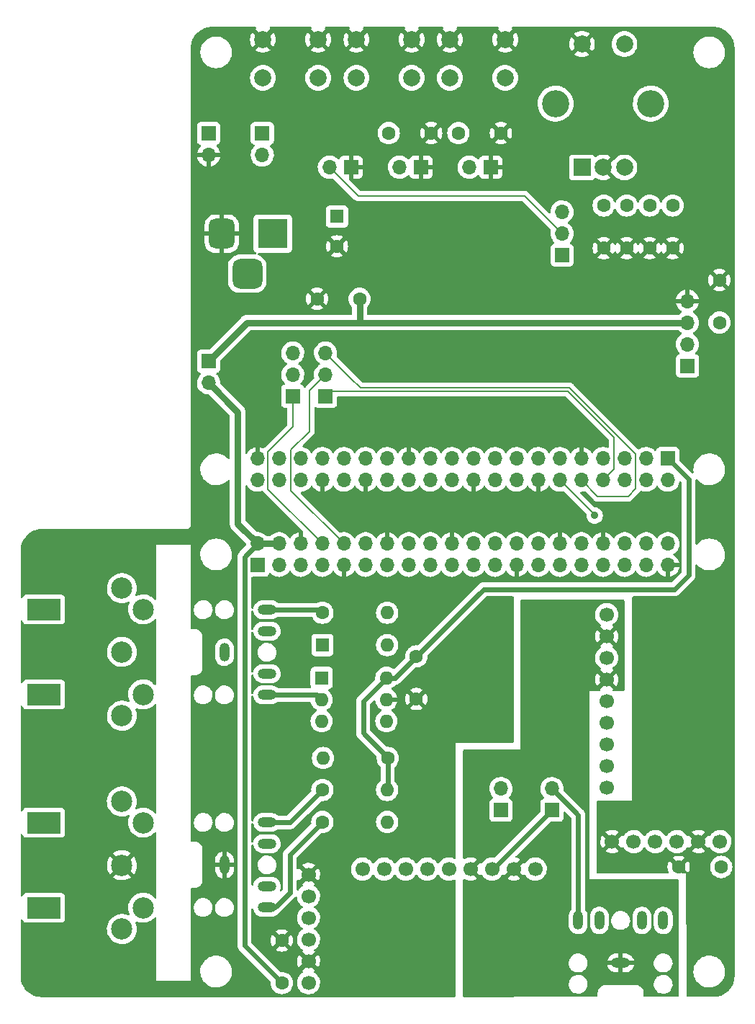
<source format=gbl>
G04 #@! TF.GenerationSoftware,KiCad,Pcbnew,(6.0.5)*
G04 #@! TF.CreationDate,2023-06-20T18:04:17+01:00*
G04 #@! TF.ProjectId,RPii-Dual-MiniDexed,52506969-2d44-4756-916c-2d4d696e6944,rev?*
G04 #@! TF.SameCoordinates,Original*
G04 #@! TF.FileFunction,Copper,L2,Bot*
G04 #@! TF.FilePolarity,Positive*
%FSLAX46Y46*%
G04 Gerber Fmt 4.6, Leading zero omitted, Abs format (unit mm)*
G04 Created by KiCad (PCBNEW (6.0.5)) date 2023-06-20 18:04:17*
%MOMM*%
%LPD*%
G01*
G04 APERTURE LIST*
G04 Aperture macros list*
%AMRoundRect*
0 Rectangle with rounded corners*
0 $1 Rounding radius*
0 $2 $3 $4 $5 $6 $7 $8 $9 X,Y pos of 4 corners*
0 Add a 4 corners polygon primitive as box body*
4,1,4,$2,$3,$4,$5,$6,$7,$8,$9,$2,$3,0*
0 Add four circle primitives for the rounded corners*
1,1,$1+$1,$2,$3*
1,1,$1+$1,$4,$5*
1,1,$1+$1,$6,$7*
1,1,$1+$1,$8,$9*
0 Add four rect primitives between the rounded corners*
20,1,$1+$1,$2,$3,$4,$5,0*
20,1,$1+$1,$4,$5,$6,$7,0*
20,1,$1+$1,$6,$7,$8,$9,0*
20,1,$1+$1,$8,$9,$2,$3,0*%
G04 Aperture macros list end*
G04 #@! TA.AperFunction,ComponentPad*
%ADD10R,3.500000X3.500000*%
G04 #@! TD*
G04 #@! TA.AperFunction,ComponentPad*
%ADD11RoundRect,0.750000X-0.750000X-1.000000X0.750000X-1.000000X0.750000X1.000000X-0.750000X1.000000X0*%
G04 #@! TD*
G04 #@! TA.AperFunction,ComponentPad*
%ADD12RoundRect,0.875000X-0.875000X-0.875000X0.875000X-0.875000X0.875000X0.875000X-0.875000X0.875000X0*%
G04 #@! TD*
G04 #@! TA.AperFunction,ComponentPad*
%ADD13C,1.600000*%
G04 #@! TD*
G04 #@! TA.AperFunction,ComponentPad*
%ADD14R,1.600000X1.600000*%
G04 #@! TD*
G04 #@! TA.AperFunction,ComponentPad*
%ADD15R,1.700000X1.700000*%
G04 #@! TD*
G04 #@! TA.AperFunction,ComponentPad*
%ADD16O,1.700000X1.700000*%
G04 #@! TD*
G04 #@! TA.AperFunction,ComponentPad*
%ADD17C,1.700000*%
G04 #@! TD*
G04 #@! TA.AperFunction,ComponentPad*
%ADD18C,2.000000*%
G04 #@! TD*
G04 #@! TA.AperFunction,ComponentPad*
%ADD19O,1.600000X1.600000*%
G04 #@! TD*
G04 #@! TA.AperFunction,ComponentPad*
%ADD20R,2.000000X2.000000*%
G04 #@! TD*
G04 #@! TA.AperFunction,ComponentPad*
%ADD21C,3.200000*%
G04 #@! TD*
G04 #@! TA.AperFunction,ComponentPad*
%ADD22O,2.200000X1.200000*%
G04 #@! TD*
G04 #@! TA.AperFunction,ComponentPad*
%ADD23O,1.200000X2.200000*%
G04 #@! TD*
G04 #@! TA.AperFunction,WasherPad*
%ADD24R,4.000000X2.500000*%
G04 #@! TD*
G04 #@! TA.AperFunction,ComponentPad*
%ADD25C,2.499360*%
G04 #@! TD*
G04 #@! TA.AperFunction,ViaPad*
%ADD26C,0.900000*%
G04 #@! TD*
G04 #@! TA.AperFunction,Conductor*
%ADD27C,0.800000*%
G04 #@! TD*
G04 #@! TA.AperFunction,Conductor*
%ADD28C,0.200000*%
G04 #@! TD*
G04 #@! TA.AperFunction,Conductor*
%ADD29C,0.600000*%
G04 #@! TD*
G04 APERTURE END LIST*
D10*
X210160000Y-59812500D03*
D11*
X204160000Y-59812500D03*
D12*
X207160000Y-64512500D03*
D13*
X215370000Y-67460000D03*
X220370000Y-67460000D03*
D14*
X217710000Y-57797349D03*
D13*
X217710000Y-61297349D03*
D15*
X237000000Y-127540000D03*
D16*
X237000000Y-125000000D03*
D13*
X251800000Y-56500000D03*
X251800000Y-61500000D03*
D17*
X250070000Y-131235000D03*
X252610000Y-131235000D03*
X255150000Y-131235000D03*
X257690000Y-131235000D03*
X260230000Y-131235000D03*
X262770000Y-131235000D03*
X249435000Y-104565000D03*
X249435000Y-107105000D03*
X249435000Y-109645000D03*
X249435000Y-112185000D03*
X249435000Y-114725000D03*
X249435000Y-117265000D03*
X249435000Y-119805000D03*
X249435000Y-122345000D03*
X249435000Y-124885000D03*
D13*
X249100000Y-56500000D03*
X249100000Y-61500000D03*
X254500000Y-56500000D03*
X254500000Y-61500000D03*
D18*
X226500000Y-37000000D03*
X220000000Y-37000000D03*
X226500000Y-41500000D03*
X220000000Y-41500000D03*
D13*
X257910000Y-134210000D03*
X262910000Y-134210000D03*
D15*
X212500000Y-78895000D03*
D16*
X212500000Y-76355000D03*
X212500000Y-73815000D03*
D13*
X223700000Y-121410000D03*
D19*
X216080000Y-121410000D03*
D15*
X216360000Y-78895000D03*
D16*
X216360000Y-76355000D03*
X216360000Y-73815000D03*
X202610000Y-77335000D03*
D15*
X202610000Y-74795000D03*
D13*
X211230000Y-142850000D03*
X211230000Y-147850000D03*
D14*
X215910000Y-112000000D03*
D19*
X215910000Y-114540000D03*
X215910000Y-117080000D03*
X223530000Y-117080000D03*
X223530000Y-114540000D03*
X223530000Y-112000000D03*
D13*
X257200000Y-56500000D03*
X257200000Y-61500000D03*
D17*
X214365000Y-135100000D03*
X214365000Y-137640000D03*
X214365000Y-140180000D03*
X214365000Y-142720000D03*
X214365000Y-145260000D03*
X214365000Y-147800000D03*
X241035000Y-134465000D03*
X238495000Y-134465000D03*
X235955000Y-134465000D03*
X233415000Y-134465000D03*
X230875000Y-134465000D03*
X228335000Y-134465000D03*
X225795000Y-134465000D03*
X223255000Y-134465000D03*
X220715000Y-134465000D03*
D13*
X262700000Y-70250000D03*
X262700000Y-65250000D03*
D18*
X215500000Y-37000000D03*
X209000000Y-37000000D03*
X215500000Y-41500000D03*
X209000000Y-41500000D03*
D20*
X246530000Y-52030000D03*
D18*
X251530000Y-52030000D03*
X249030000Y-52030000D03*
D21*
X243430000Y-44530000D03*
X254630000Y-44530000D03*
D18*
X251530000Y-37530000D03*
X246530000Y-37530000D03*
D13*
X216000000Y-104340000D03*
D19*
X223620000Y-104340000D03*
D13*
X216000000Y-128920000D03*
D19*
X223620000Y-128920000D03*
D13*
X223800000Y-47990000D03*
X228800000Y-47990000D03*
D15*
X208930000Y-48025000D03*
D16*
X208930000Y-50565000D03*
D15*
X227600000Y-52000000D03*
D16*
X225060000Y-52000000D03*
D15*
X258945000Y-75330000D03*
D16*
X258945000Y-72790000D03*
X258945000Y-70250000D03*
X258945000Y-67710000D03*
D15*
X235800000Y-52000000D03*
D16*
X233260000Y-52000000D03*
D13*
X232000000Y-48000000D03*
X237000000Y-48000000D03*
D16*
X244190000Y-57255000D03*
X244190000Y-59795000D03*
D15*
X244190000Y-62335000D03*
D13*
X227050000Y-114480000D03*
X227050000Y-109480000D03*
X216000000Y-125160000D03*
D19*
X223620000Y-125160000D03*
D22*
X209480000Y-128970000D03*
X209480000Y-131470000D03*
D23*
X204480000Y-133970000D03*
D22*
X209480000Y-138970000D03*
X209480000Y-136470000D03*
X209480000Y-103990000D03*
X209480000Y-106490000D03*
D23*
X204480000Y-108990000D03*
D22*
X209480000Y-113990000D03*
X209480000Y-111490000D03*
D23*
X246090000Y-140500000D03*
X248590000Y-140500000D03*
D22*
X251090000Y-145500000D03*
D23*
X256090000Y-140500000D03*
X253590000Y-140500000D03*
D15*
X202610000Y-48025000D03*
D16*
X202610000Y-50565000D03*
D15*
X243000000Y-127540000D03*
D16*
X243000000Y-125000000D03*
D15*
X219355000Y-52000000D03*
D16*
X216815000Y-52000000D03*
D14*
X216000000Y-108140000D03*
D19*
X223620000Y-108140000D03*
D18*
X231000000Y-37000000D03*
X237500000Y-37000000D03*
X237500000Y-41500000D03*
X231000000Y-41500000D03*
D15*
X208370000Y-98770000D03*
D16*
X208370000Y-96230000D03*
X210910000Y-98770000D03*
X210910000Y-96230000D03*
X213450000Y-98770000D03*
X213450000Y-96230000D03*
X215990000Y-98770000D03*
X215990000Y-96230000D03*
X218530000Y-98770000D03*
X218530000Y-96230000D03*
X221070000Y-98770000D03*
X221070000Y-96230000D03*
X223610000Y-98770000D03*
X223610000Y-96230000D03*
X226150000Y-98770000D03*
X226150000Y-96230000D03*
X228690000Y-98770000D03*
X228690000Y-96230000D03*
X231230000Y-98770000D03*
X231230000Y-96230000D03*
X233770000Y-98770000D03*
X233770000Y-96230000D03*
X236310000Y-98770000D03*
X236310000Y-96230000D03*
X238850000Y-98770000D03*
X238850000Y-96230000D03*
X241390000Y-98770000D03*
X241390000Y-96230000D03*
X243930000Y-98770000D03*
X243930000Y-96230000D03*
X246470000Y-98770000D03*
X246470000Y-96230000D03*
X249010000Y-98770000D03*
X249010000Y-96230000D03*
X251550000Y-98770000D03*
X251550000Y-96230000D03*
X254090000Y-98770000D03*
X254090000Y-96230000D03*
X256630000Y-98770000D03*
X256630000Y-96230000D03*
D15*
X256630000Y-86230000D03*
D16*
X256630000Y-88770000D03*
X254090000Y-86230000D03*
X254090000Y-88770000D03*
X251550000Y-86230000D03*
X251550000Y-88770000D03*
X249010000Y-86230000D03*
X249010000Y-88770000D03*
X246470000Y-86230000D03*
X246470000Y-88770000D03*
X243930000Y-86230000D03*
X243930000Y-88770000D03*
X241390000Y-86230000D03*
X241390000Y-88770000D03*
X238850000Y-86230000D03*
X238850000Y-88770000D03*
X236310000Y-86230000D03*
X236310000Y-88770000D03*
X233770000Y-86230000D03*
X233770000Y-88770000D03*
X231230000Y-86230000D03*
X231230000Y-88770000D03*
X228690000Y-86230000D03*
X228690000Y-88770000D03*
X226150000Y-86230000D03*
X226150000Y-88770000D03*
X223610000Y-86230000D03*
X223610000Y-88770000D03*
X221070000Y-86230000D03*
X221070000Y-88770000D03*
X218530000Y-86230000D03*
X218530000Y-88770000D03*
X215990000Y-86230000D03*
X215990000Y-88770000D03*
X213450000Y-86230000D03*
X213450000Y-88770000D03*
X210910000Y-86230000D03*
X210910000Y-88770000D03*
X208370000Y-86230000D03*
X208370000Y-88770000D03*
D24*
X183222300Y-113951260D03*
X183222300Y-103948740D03*
D25*
X192417200Y-101451920D03*
X192419740Y-108950000D03*
X192417200Y-116448080D03*
X194919100Y-103953820D03*
X194919100Y-113946180D03*
D24*
X183212300Y-139011260D03*
X183212300Y-129008740D03*
D25*
X192407200Y-126511920D03*
X192409740Y-134010000D03*
X192407200Y-141508080D03*
X194909100Y-129013820D03*
X194909100Y-139006180D03*
D26*
X248030000Y-92930000D03*
D27*
X220370000Y-70210000D02*
X220330000Y-70250000D01*
X220370000Y-67460000D02*
X220370000Y-70210000D01*
X258945000Y-70250000D02*
X220330000Y-70250000D01*
X220330000Y-70250000D02*
X213590000Y-70250000D01*
X213590000Y-70250000D02*
X207155000Y-70250000D01*
D28*
X220205000Y-55390000D02*
X239785000Y-55390000D01*
X239785000Y-55390000D02*
X244190000Y-59795000D01*
X216815000Y-52000000D02*
X220205000Y-55390000D01*
D27*
X207155000Y-70250000D02*
X202610000Y-74795000D01*
X206020000Y-80745000D02*
X206020000Y-82210000D01*
X202610000Y-77335000D02*
X206020000Y-80745000D01*
X206020000Y-93880000D02*
X206020000Y-82210000D01*
D28*
X212500000Y-82510000D02*
X209585000Y-85425000D01*
X212500000Y-78895000D02*
X212500000Y-82510000D01*
X209585000Y-89825000D02*
X209585000Y-85425000D01*
X214460000Y-78255000D02*
X216360000Y-76355000D01*
X212300489Y-85219511D02*
X212300489Y-90000489D01*
X212300489Y-85219511D02*
X214460000Y-83060000D01*
X214460000Y-83060000D02*
X214460000Y-78255000D01*
X220475000Y-77930000D02*
X221020000Y-77930000D01*
X245070000Y-77930000D02*
X221020000Y-77930000D01*
X219317500Y-76772500D02*
X216360000Y-73815000D01*
X219317500Y-76772500D02*
X220475000Y-77930000D01*
X252840000Y-85700000D02*
X245070000Y-77930000D01*
X252840000Y-89780000D02*
X252840000Y-85700000D01*
X248365000Y-90665000D02*
X251955000Y-90665000D01*
X251955000Y-90665000D02*
X252840000Y-89780000D01*
X246470000Y-88770000D02*
X248365000Y-90665000D01*
X250300000Y-87480000D02*
X249010000Y-88770000D01*
X216914039Y-78340961D02*
X244915955Y-78340961D01*
X250300000Y-83725006D02*
X250300000Y-87480000D01*
X216360000Y-78895000D02*
X216914039Y-78340961D01*
X244915955Y-78340961D02*
X250300000Y-83725006D01*
D29*
X220790000Y-114740000D02*
X220790000Y-118500000D01*
X259060000Y-99940000D02*
X257400000Y-101600000D01*
X256630000Y-86230000D02*
X259060000Y-88660000D01*
X223530000Y-112000000D02*
X224530000Y-112000000D01*
X259060000Y-88660000D02*
X259060000Y-99940000D01*
X220790000Y-118500000D02*
X223700000Y-121410000D01*
X257400000Y-101600000D02*
X234930000Y-101600000D01*
X223530000Y-112000000D02*
X220790000Y-114740000D01*
X234930000Y-101600000D02*
X227050000Y-109480000D01*
X224530000Y-112000000D02*
X227050000Y-109480000D01*
X223700000Y-121410000D02*
X223700000Y-125080000D01*
D28*
X215990000Y-96230000D02*
X209585000Y-89825000D01*
X212300489Y-90000489D02*
X218530000Y-96230000D01*
D27*
X210910000Y-96230000D02*
X208370000Y-96230000D01*
D29*
X206830000Y-97770000D02*
X208370000Y-96230000D01*
X206830000Y-143450000D02*
X206830000Y-97770000D01*
D27*
X208370000Y-96230000D02*
X206020000Y-93880000D01*
D29*
X211230000Y-147850000D02*
X206830000Y-143450000D01*
X246090000Y-128090000D02*
X246090000Y-140500000D01*
X243000000Y-125000000D02*
X246090000Y-128090000D01*
D28*
X243930000Y-88770000D02*
X248090000Y-92930000D01*
D29*
X243000000Y-127540000D02*
X236075000Y-134465000D01*
X236075000Y-134465000D02*
X235955000Y-134465000D01*
X209470000Y-113990000D02*
X215360000Y-113990000D01*
X209470000Y-103990000D02*
X215740000Y-103990000D01*
X216000000Y-125160000D02*
X212190000Y-128970000D01*
X212190000Y-128970000D02*
X209480000Y-128970000D01*
X210410000Y-138970000D02*
X212160000Y-137220000D01*
X212160000Y-137220000D02*
X212160000Y-132760000D01*
X212160000Y-132760000D02*
X216000000Y-128920000D01*
X209480000Y-138970000D02*
X210410000Y-138970000D01*
G04 #@! TA.AperFunction,Conductor*
G36*
X251472121Y-102840002D02*
G01*
X251518614Y-102893658D01*
X251530000Y-102946000D01*
X251530000Y-113414000D01*
X251509998Y-113482121D01*
X251456342Y-113528614D01*
X251404000Y-113540000D01*
X250267652Y-113540000D01*
X250199531Y-113519998D01*
X250153038Y-113466342D01*
X250142934Y-113396068D01*
X250172428Y-113331488D01*
X250178719Y-113325764D01*
X250192648Y-113308023D01*
X250185660Y-113294870D01*
X249447812Y-112557022D01*
X249433868Y-112549408D01*
X249432035Y-112549539D01*
X249425420Y-112553790D01*
X248681737Y-113297473D01*
X248674977Y-113309853D01*
X248694284Y-113335644D01*
X248691519Y-113337714D01*
X248713068Y-113363324D01*
X248722153Y-113433737D01*
X248691727Y-113497883D01*
X248631451Y-113535398D01*
X248597708Y-113540000D01*
X247420000Y-113540000D01*
X247420000Y-135690000D01*
X257794000Y-135690000D01*
X257862121Y-135710002D01*
X257908614Y-135763658D01*
X257920000Y-135816000D01*
X257920000Y-149365500D01*
X257899998Y-149433621D01*
X257846342Y-149480114D01*
X257794000Y-149491500D01*
X253924500Y-149491500D01*
X253856379Y-149471498D01*
X253809886Y-149417842D01*
X253798500Y-149365500D01*
X253798500Y-149053250D01*
X253800246Y-149032345D01*
X253802770Y-149017344D01*
X253802770Y-149017341D01*
X253803576Y-149012552D01*
X253803729Y-149000000D01*
X253801453Y-148984110D01*
X253800789Y-148978606D01*
X253785962Y-148828068D01*
X253785355Y-148821903D01*
X253733406Y-148650650D01*
X253682327Y-148555087D01*
X253651965Y-148498285D01*
X253649045Y-148492822D01*
X253535515Y-148354485D01*
X253397178Y-148240955D01*
X253377164Y-148230258D01*
X253244808Y-148159511D01*
X253244805Y-148159510D01*
X253239350Y-148156594D01*
X253068097Y-148104645D01*
X252934323Y-148091469D01*
X252925783Y-148090332D01*
X252913990Y-148088348D01*
X252907344Y-148087230D01*
X252907342Y-148087230D01*
X252902552Y-148086424D01*
X252896276Y-148086348D01*
X252894860Y-148086330D01*
X252894857Y-148086330D01*
X252890000Y-148086271D01*
X252871370Y-148088939D01*
X252862376Y-148090227D01*
X252844514Y-148091500D01*
X249343250Y-148091500D01*
X249322345Y-148089754D01*
X249307344Y-148087230D01*
X249307341Y-148087230D01*
X249302552Y-148086424D01*
X249296276Y-148086348D01*
X249294859Y-148086330D01*
X249294856Y-148086330D01*
X249290000Y-148086271D01*
X249274110Y-148088547D01*
X249268606Y-148089211D01*
X249164310Y-148099483D01*
X249111903Y-148104645D01*
X248940650Y-148156594D01*
X248935195Y-148159510D01*
X248935192Y-148159511D01*
X248802836Y-148230258D01*
X248782822Y-148240955D01*
X248644485Y-148354485D01*
X248530955Y-148492822D01*
X248528035Y-148498285D01*
X248497674Y-148555087D01*
X248446594Y-148650650D01*
X248394645Y-148821903D01*
X248394038Y-148828068D01*
X248380504Y-148965482D01*
X248379611Y-148972519D01*
X248376309Y-148993724D01*
X248377115Y-148999888D01*
X248377104Y-149000000D01*
X248377130Y-149000000D01*
X248378803Y-149012796D01*
X248378803Y-149012797D01*
X248380436Y-149025283D01*
X248381500Y-149041620D01*
X248381500Y-149365500D01*
X248361498Y-149433621D01*
X248307842Y-149480114D01*
X248255500Y-149491500D01*
X244629591Y-149491500D01*
X244629564Y-149491499D01*
X244629532Y-149491494D01*
X244629433Y-149491494D01*
X244592565Y-149491500D01*
X244553487Y-149491500D01*
X244553451Y-149491505D01*
X244553419Y-149491506D01*
X244272993Y-149491552D01*
X232676019Y-149493434D01*
X232607896Y-149473443D01*
X232561395Y-149419795D01*
X232550000Y-149367434D01*
X232550000Y-147945604D01*
X244977787Y-147945604D01*
X244987567Y-148156899D01*
X245037125Y-148362534D01*
X245039607Y-148367992D01*
X245039608Y-148367996D01*
X245083053Y-148463546D01*
X245124674Y-148555087D01*
X245247054Y-148727611D01*
X245399850Y-148873881D01*
X245577548Y-148988620D01*
X245636931Y-149012552D01*
X245768168Y-149065442D01*
X245768171Y-149065443D01*
X245773737Y-149067686D01*
X245981337Y-149108228D01*
X245986899Y-149108500D01*
X246142846Y-149108500D01*
X246300566Y-149093452D01*
X246503534Y-149033908D01*
X246508862Y-149031164D01*
X246686249Y-148939804D01*
X246686252Y-148939802D01*
X246691580Y-148937058D01*
X246857920Y-148806396D01*
X246861852Y-148801865D01*
X246861855Y-148801862D01*
X246992621Y-148651167D01*
X246996552Y-148646637D01*
X246999552Y-148641451D01*
X246999555Y-148641447D01*
X247099467Y-148468742D01*
X247102473Y-148463546D01*
X247171861Y-148263729D01*
X247175163Y-148240955D01*
X247201352Y-148060336D01*
X247201352Y-148060333D01*
X247202213Y-148054396D01*
X247197177Y-147945604D01*
X254977787Y-147945604D01*
X254987567Y-148156899D01*
X255037125Y-148362534D01*
X255039607Y-148367992D01*
X255039608Y-148367996D01*
X255083053Y-148463546D01*
X255124674Y-148555087D01*
X255247054Y-148727611D01*
X255399850Y-148873881D01*
X255577548Y-148988620D01*
X255636931Y-149012552D01*
X255768168Y-149065442D01*
X255768171Y-149065443D01*
X255773737Y-149067686D01*
X255981337Y-149108228D01*
X255986899Y-149108500D01*
X256142846Y-149108500D01*
X256300566Y-149093452D01*
X256503534Y-149033908D01*
X256508862Y-149031164D01*
X256686249Y-148939804D01*
X256686252Y-148939802D01*
X256691580Y-148937058D01*
X256857920Y-148806396D01*
X256861852Y-148801865D01*
X256861855Y-148801862D01*
X256992621Y-148651167D01*
X256996552Y-148646637D01*
X256999552Y-148641451D01*
X256999555Y-148641447D01*
X257099467Y-148468742D01*
X257102473Y-148463546D01*
X257171861Y-148263729D01*
X257175163Y-148240955D01*
X257201352Y-148060336D01*
X257201352Y-148060333D01*
X257202213Y-148054396D01*
X257192433Y-147843101D01*
X257142875Y-147637466D01*
X257099525Y-147542122D01*
X257057806Y-147450368D01*
X257055326Y-147444913D01*
X256932946Y-147272389D01*
X256780150Y-147126119D01*
X256602452Y-147011380D01*
X256542354Y-146987160D01*
X256411832Y-146934558D01*
X256411829Y-146934557D01*
X256406263Y-146932314D01*
X256198663Y-146891772D01*
X256193101Y-146891500D01*
X256037154Y-146891500D01*
X255879434Y-146906548D01*
X255676466Y-146966092D01*
X255671139Y-146968836D01*
X255671138Y-146968836D01*
X255493751Y-147060196D01*
X255493748Y-147060198D01*
X255488420Y-147062942D01*
X255322080Y-147193604D01*
X255318148Y-147198135D01*
X255318145Y-147198138D01*
X255249474Y-147277275D01*
X255183448Y-147353363D01*
X255180448Y-147358549D01*
X255180445Y-147358553D01*
X255133312Y-147440026D01*
X255077527Y-147536454D01*
X255008139Y-147736271D01*
X254977787Y-147945604D01*
X247197177Y-147945604D01*
X247192433Y-147843101D01*
X247142875Y-147637466D01*
X247099525Y-147542122D01*
X247057806Y-147450368D01*
X247055326Y-147444913D01*
X246932946Y-147272389D01*
X246780150Y-147126119D01*
X246602452Y-147011380D01*
X246542354Y-146987160D01*
X246411832Y-146934558D01*
X246411829Y-146934557D01*
X246406263Y-146932314D01*
X246198663Y-146891772D01*
X246193101Y-146891500D01*
X246037154Y-146891500D01*
X245879434Y-146906548D01*
X245676466Y-146966092D01*
X245671139Y-146968836D01*
X245671138Y-146968836D01*
X245493751Y-147060196D01*
X245493748Y-147060198D01*
X245488420Y-147062942D01*
X245322080Y-147193604D01*
X245318148Y-147198135D01*
X245318145Y-147198138D01*
X245249474Y-147277275D01*
X245183448Y-147353363D01*
X245180448Y-147358549D01*
X245180445Y-147358553D01*
X245133312Y-147440026D01*
X245077527Y-147536454D01*
X245008139Y-147736271D01*
X244977787Y-147945604D01*
X232550000Y-147945604D01*
X232550000Y-145445604D01*
X244977787Y-145445604D01*
X244987567Y-145656899D01*
X244988971Y-145662724D01*
X244988971Y-145662725D01*
X245035680Y-145856537D01*
X245037125Y-145862534D01*
X245039607Y-145867992D01*
X245039608Y-145867996D01*
X245083053Y-145963546D01*
X245124674Y-146055087D01*
X245247054Y-146227611D01*
X245399850Y-146373881D01*
X245577548Y-146488620D01*
X245583114Y-146490863D01*
X245768168Y-146565442D01*
X245768171Y-146565443D01*
X245773737Y-146567686D01*
X245981337Y-146608228D01*
X245986899Y-146608500D01*
X246142846Y-146608500D01*
X246300566Y-146593452D01*
X246503534Y-146533908D01*
X246587977Y-146490417D01*
X246686249Y-146439804D01*
X246686252Y-146439802D01*
X246691580Y-146437058D01*
X246857920Y-146306396D01*
X246861852Y-146301865D01*
X246861855Y-146301862D01*
X246992621Y-146151167D01*
X246996552Y-146146637D01*
X246999552Y-146141451D01*
X246999555Y-146141447D01*
X247099467Y-145968742D01*
X247102473Y-145963546D01*
X247170587Y-145767399D01*
X249514712Y-145767399D01*
X249536194Y-145856537D01*
X249540083Y-145867832D01*
X249622629Y-146049382D01*
X249628576Y-146059724D01*
X249743968Y-146222397D01*
X249751761Y-146231425D01*
X249895831Y-146369342D01*
X249905196Y-146376738D01*
X250072741Y-146484921D01*
X250083345Y-146490417D01*
X250268312Y-146564961D01*
X250279770Y-146568355D01*
X250476928Y-146606857D01*
X250485791Y-146607934D01*
X250488500Y-146608000D01*
X250817885Y-146608000D01*
X250833124Y-146603525D01*
X250834329Y-146602135D01*
X250836000Y-146594452D01*
X250836000Y-146589885D01*
X251344000Y-146589885D01*
X251348475Y-146605124D01*
X251349865Y-146606329D01*
X251357548Y-146608000D01*
X251639832Y-146608000D01*
X251645808Y-146607715D01*
X251794494Y-146593529D01*
X251806228Y-146591270D01*
X251997599Y-146535128D01*
X252008675Y-146530698D01*
X252185978Y-146439381D01*
X252196024Y-146432931D01*
X252352857Y-146309738D01*
X252361506Y-146301501D01*
X252492212Y-146150877D01*
X252499147Y-146141153D01*
X252599010Y-145968533D01*
X252603984Y-145957669D01*
X252669407Y-145769273D01*
X252669648Y-145768284D01*
X252668180Y-145757992D01*
X252654615Y-145754000D01*
X251362115Y-145754000D01*
X251346876Y-145758475D01*
X251345671Y-145759865D01*
X251344000Y-145767548D01*
X251344000Y-146589885D01*
X250836000Y-146589885D01*
X250836000Y-145772115D01*
X250831525Y-145756876D01*
X250830135Y-145755671D01*
X250822452Y-145754000D01*
X249529598Y-145754000D01*
X249516067Y-145757973D01*
X249514712Y-145767399D01*
X247170587Y-145767399D01*
X247171861Y-145763729D01*
X247172855Y-145756876D01*
X247201352Y-145560336D01*
X247201352Y-145560333D01*
X247202213Y-145554396D01*
X247197177Y-145445604D01*
X254977787Y-145445604D01*
X254987567Y-145656899D01*
X254988971Y-145662724D01*
X254988971Y-145662725D01*
X255035680Y-145856537D01*
X255037125Y-145862534D01*
X255039607Y-145867992D01*
X255039608Y-145867996D01*
X255083053Y-145963546D01*
X255124674Y-146055087D01*
X255247054Y-146227611D01*
X255399850Y-146373881D01*
X255577548Y-146488620D01*
X255583114Y-146490863D01*
X255768168Y-146565442D01*
X255768171Y-146565443D01*
X255773737Y-146567686D01*
X255981337Y-146608228D01*
X255986899Y-146608500D01*
X256142846Y-146608500D01*
X256300566Y-146593452D01*
X256503534Y-146533908D01*
X256587977Y-146490417D01*
X256686249Y-146439804D01*
X256686252Y-146439802D01*
X256691580Y-146437058D01*
X256857920Y-146306396D01*
X256861852Y-146301865D01*
X256861855Y-146301862D01*
X256992621Y-146151167D01*
X256996552Y-146146637D01*
X256999552Y-146141451D01*
X256999555Y-146141447D01*
X257099467Y-145968742D01*
X257102473Y-145963546D01*
X257171861Y-145763729D01*
X257172855Y-145756876D01*
X257201352Y-145560336D01*
X257201352Y-145560333D01*
X257202213Y-145554396D01*
X257192433Y-145343101D01*
X257160819Y-145211923D01*
X257144281Y-145143299D01*
X257144280Y-145143297D01*
X257142875Y-145137466D01*
X257099525Y-145042122D01*
X257057806Y-144950368D01*
X257055326Y-144944913D01*
X256932946Y-144772389D01*
X256780150Y-144626119D01*
X256602452Y-144511380D01*
X256498043Y-144469302D01*
X256411832Y-144434558D01*
X256411829Y-144434557D01*
X256406263Y-144432314D01*
X256198663Y-144391772D01*
X256193101Y-144391500D01*
X256037154Y-144391500D01*
X255879434Y-144406548D01*
X255676466Y-144466092D01*
X255671139Y-144468836D01*
X255671138Y-144468836D01*
X255493751Y-144560196D01*
X255493748Y-144560198D01*
X255488420Y-144562942D01*
X255322080Y-144693604D01*
X255318148Y-144698135D01*
X255318145Y-144698138D01*
X255249474Y-144777275D01*
X255183448Y-144853363D01*
X255180448Y-144858549D01*
X255180445Y-144858553D01*
X255180275Y-144858847D01*
X255077527Y-145036454D01*
X255008139Y-145236271D01*
X255007278Y-145242206D01*
X255007278Y-145242208D01*
X255006971Y-145244329D01*
X254977787Y-145445604D01*
X247197177Y-145445604D01*
X247192433Y-145343101D01*
X247165589Y-145231716D01*
X249510352Y-145231716D01*
X249511820Y-145242008D01*
X249525385Y-145246000D01*
X250817885Y-145246000D01*
X250833124Y-145241525D01*
X250834329Y-145240135D01*
X250836000Y-145232452D01*
X250836000Y-145227885D01*
X251344000Y-145227885D01*
X251348475Y-145243124D01*
X251349865Y-145244329D01*
X251357548Y-145246000D01*
X252650402Y-145246000D01*
X252663933Y-145242027D01*
X252665288Y-145232601D01*
X252643806Y-145143463D01*
X252639917Y-145132168D01*
X252557371Y-144950618D01*
X252551424Y-144940276D01*
X252436032Y-144777603D01*
X252428239Y-144768575D01*
X252284169Y-144630658D01*
X252274804Y-144623262D01*
X252107259Y-144515079D01*
X252096655Y-144509583D01*
X251911688Y-144435039D01*
X251900230Y-144431645D01*
X251703072Y-144393143D01*
X251694209Y-144392066D01*
X251691500Y-144392000D01*
X251362115Y-144392000D01*
X251346876Y-144396475D01*
X251345671Y-144397865D01*
X251344000Y-144405548D01*
X251344000Y-145227885D01*
X250836000Y-145227885D01*
X250836000Y-144410115D01*
X250831525Y-144394876D01*
X250830135Y-144393671D01*
X250822452Y-144392000D01*
X250540168Y-144392000D01*
X250534192Y-144392285D01*
X250385506Y-144406471D01*
X250373772Y-144408730D01*
X250182401Y-144464872D01*
X250171325Y-144469302D01*
X249994022Y-144560619D01*
X249983976Y-144567069D01*
X249827143Y-144690262D01*
X249818494Y-144698499D01*
X249687788Y-144849123D01*
X249680853Y-144858847D01*
X249580990Y-145031467D01*
X249576016Y-145042331D01*
X249510593Y-145230727D01*
X249510352Y-145231716D01*
X247165589Y-145231716D01*
X247160819Y-145211923D01*
X247144281Y-145143299D01*
X247144280Y-145143297D01*
X247142875Y-145137466D01*
X247099525Y-145042122D01*
X247057806Y-144950368D01*
X247055326Y-144944913D01*
X246932946Y-144772389D01*
X246780150Y-144626119D01*
X246602452Y-144511380D01*
X246498043Y-144469302D01*
X246411832Y-144434558D01*
X246411829Y-144434557D01*
X246406263Y-144432314D01*
X246198663Y-144391772D01*
X246193101Y-144391500D01*
X246037154Y-144391500D01*
X245879434Y-144406548D01*
X245676466Y-144466092D01*
X245671139Y-144468836D01*
X245671138Y-144468836D01*
X245493751Y-144560196D01*
X245493748Y-144560198D01*
X245488420Y-144562942D01*
X245322080Y-144693604D01*
X245318148Y-144698135D01*
X245318145Y-144698138D01*
X245249474Y-144777275D01*
X245183448Y-144853363D01*
X245180448Y-144858549D01*
X245180445Y-144858553D01*
X245180275Y-144858847D01*
X245077527Y-145036454D01*
X245008139Y-145236271D01*
X245007278Y-145242206D01*
X245007278Y-145242208D01*
X245006971Y-145244329D01*
X244977787Y-145445604D01*
X232550000Y-145445604D01*
X232550000Y-135752042D01*
X232570002Y-135683921D01*
X232623658Y-135637428D01*
X232693932Y-135627324D01*
X232739570Y-135643254D01*
X232821756Y-135691279D01*
X232831042Y-135695729D01*
X233030001Y-135771703D01*
X233039899Y-135774579D01*
X233248595Y-135817038D01*
X233258823Y-135818257D01*
X233471650Y-135826062D01*
X233481936Y-135825595D01*
X233693185Y-135798534D01*
X233703262Y-135796392D01*
X233907255Y-135735191D01*
X233916842Y-135731433D01*
X234108098Y-135637738D01*
X234116944Y-135632465D01*
X234164247Y-135598723D01*
X234172648Y-135588023D01*
X234165660Y-135574870D01*
X233144885Y-134554095D01*
X233110859Y-134491783D01*
X233112694Y-134466132D01*
X233779408Y-134466132D01*
X233779539Y-134467965D01*
X233783790Y-134474580D01*
X234525474Y-135216264D01*
X234537484Y-135222823D01*
X234549223Y-135213855D01*
X234583022Y-135166819D01*
X234584277Y-135167721D01*
X234631391Y-135124355D01*
X234701330Y-135112148D01*
X234766767Y-135139691D01*
X234794580Y-135171513D01*
X234852287Y-135265683D01*
X234852291Y-135265688D01*
X234854987Y-135270088D01*
X235001250Y-135438938D01*
X235173126Y-135581632D01*
X235366000Y-135694338D01*
X235574692Y-135774030D01*
X235579760Y-135775061D01*
X235579763Y-135775062D01*
X235684604Y-135796392D01*
X235793597Y-135818567D01*
X235798772Y-135818757D01*
X235798774Y-135818757D01*
X236011673Y-135826564D01*
X236011677Y-135826564D01*
X236016837Y-135826753D01*
X236021957Y-135826097D01*
X236021959Y-135826097D01*
X236233288Y-135799025D01*
X236233289Y-135799025D01*
X236238416Y-135798368D01*
X236243366Y-135796883D01*
X236447429Y-135735661D01*
X236447434Y-135735659D01*
X236452384Y-135734174D01*
X236652994Y-135635896D01*
X236717544Y-135589853D01*
X237734977Y-135589853D01*
X237740258Y-135596907D01*
X237901756Y-135691279D01*
X237911042Y-135695729D01*
X238110001Y-135771703D01*
X238119899Y-135774579D01*
X238328595Y-135817038D01*
X238338823Y-135818257D01*
X238551650Y-135826062D01*
X238561936Y-135825595D01*
X238773185Y-135798534D01*
X238783262Y-135796392D01*
X238987255Y-135735191D01*
X238996842Y-135731433D01*
X239188098Y-135637738D01*
X239196944Y-135632465D01*
X239244247Y-135598723D01*
X239252648Y-135588023D01*
X239245660Y-135574870D01*
X238507812Y-134837022D01*
X238493868Y-134829408D01*
X238492035Y-134829539D01*
X238485420Y-134833790D01*
X237741737Y-135577473D01*
X237734977Y-135589853D01*
X236717544Y-135589853D01*
X236834860Y-135506173D01*
X236993096Y-135348489D01*
X237123453Y-135167077D01*
X237124640Y-135167930D01*
X237171960Y-135124362D01*
X237241897Y-135112145D01*
X237307338Y-135139678D01*
X237335166Y-135171512D01*
X237361459Y-135214419D01*
X237371916Y-135223880D01*
X237380694Y-135220096D01*
X238134658Y-134466132D01*
X238859408Y-134466132D01*
X238859539Y-134467965D01*
X238863790Y-134474580D01*
X239605474Y-135216264D01*
X239617484Y-135222823D01*
X239629223Y-135213855D01*
X239663022Y-135166819D01*
X239664277Y-135167721D01*
X239711391Y-135124355D01*
X239781330Y-135112148D01*
X239846767Y-135139691D01*
X239874580Y-135171513D01*
X239932287Y-135265683D01*
X239932291Y-135265688D01*
X239934987Y-135270088D01*
X240081250Y-135438938D01*
X240253126Y-135581632D01*
X240446000Y-135694338D01*
X240654692Y-135774030D01*
X240659760Y-135775061D01*
X240659763Y-135775062D01*
X240764604Y-135796392D01*
X240873597Y-135818567D01*
X240878772Y-135818757D01*
X240878774Y-135818757D01*
X241091673Y-135826564D01*
X241091677Y-135826564D01*
X241096837Y-135826753D01*
X241101957Y-135826097D01*
X241101959Y-135826097D01*
X241313288Y-135799025D01*
X241313289Y-135799025D01*
X241318416Y-135798368D01*
X241323366Y-135796883D01*
X241527429Y-135735661D01*
X241527434Y-135735659D01*
X241532384Y-135734174D01*
X241732994Y-135635896D01*
X241914860Y-135506173D01*
X242073096Y-135348489D01*
X242203453Y-135167077D01*
X242216995Y-135139678D01*
X242300136Y-134971453D01*
X242300137Y-134971451D01*
X242302430Y-134966811D01*
X242367370Y-134753069D01*
X242396529Y-134531590D01*
X242398156Y-134465000D01*
X242379852Y-134242361D01*
X242325431Y-134025702D01*
X242236354Y-133820840D01*
X242115014Y-133633277D01*
X241964670Y-133468051D01*
X241960619Y-133464852D01*
X241960615Y-133464848D01*
X241793414Y-133332800D01*
X241793410Y-133332798D01*
X241789359Y-133329598D01*
X241593789Y-133221638D01*
X241588920Y-133219914D01*
X241588916Y-133219912D01*
X241388087Y-133148795D01*
X241388083Y-133148794D01*
X241383212Y-133147069D01*
X241378119Y-133146162D01*
X241378116Y-133146161D01*
X241168373Y-133108800D01*
X241168367Y-133108799D01*
X241163284Y-133107894D01*
X241089452Y-133106992D01*
X240945081Y-133105228D01*
X240945079Y-133105228D01*
X240939911Y-133105165D01*
X240719091Y-133138955D01*
X240506756Y-133208357D01*
X240308607Y-133311507D01*
X240304474Y-133314610D01*
X240304471Y-133314612D01*
X240134100Y-133442530D01*
X240129965Y-133445635D01*
X239975629Y-133607138D01*
X239972715Y-133611410D01*
X239972714Y-133611411D01*
X239867898Y-133765066D01*
X239812987Y-133810069D01*
X239742462Y-133818240D01*
X239678715Y-133786986D01*
X239658017Y-133762501D01*
X239628062Y-133716197D01*
X239617377Y-133706995D01*
X239607812Y-133711398D01*
X238867022Y-134452188D01*
X238859408Y-134466132D01*
X238134658Y-134466132D01*
X239248389Y-133352401D01*
X239255410Y-133339544D01*
X239248611Y-133330213D01*
X239244554Y-133327518D01*
X239058117Y-133224599D01*
X239048705Y-133220369D01*
X238847959Y-133149280D01*
X238837998Y-133146649D01*
X238820078Y-133143457D01*
X238756520Y-133111819D01*
X238720157Y-133050842D01*
X238722533Y-132979885D01*
X238753078Y-132930314D01*
X242747987Y-128935405D01*
X242810299Y-128901379D01*
X242837082Y-128898500D01*
X243898134Y-128898500D01*
X243960316Y-128891745D01*
X244096705Y-128840615D01*
X244213261Y-128753261D01*
X244300615Y-128636705D01*
X244351745Y-128500316D01*
X244358500Y-128438134D01*
X244358500Y-127806082D01*
X244378502Y-127737961D01*
X244432158Y-127691468D01*
X244502432Y-127681364D01*
X244567012Y-127710858D01*
X244573595Y-127716987D01*
X245244595Y-128387987D01*
X245278621Y-128450299D01*
X245281500Y-128477082D01*
X245281500Y-139190964D01*
X245261498Y-139259085D01*
X245246519Y-139278094D01*
X245216119Y-139309850D01*
X245101380Y-139487548D01*
X245077160Y-139547646D01*
X245045535Y-139626119D01*
X245022314Y-139683737D01*
X244981772Y-139891337D01*
X244981500Y-139896899D01*
X244981500Y-141052846D01*
X244996548Y-141210566D01*
X245056092Y-141413534D01*
X245058836Y-141418861D01*
X245058836Y-141418862D01*
X245148756Y-141593452D01*
X245152942Y-141601580D01*
X245283604Y-141767920D01*
X245288135Y-141771852D01*
X245288138Y-141771855D01*
X245374058Y-141846412D01*
X245443363Y-141906552D01*
X245448549Y-141909552D01*
X245448553Y-141909555D01*
X245544957Y-141965326D01*
X245626454Y-142012473D01*
X245826271Y-142081861D01*
X245832206Y-142082722D01*
X245832208Y-142082722D01*
X246029664Y-142111352D01*
X246029667Y-142111352D01*
X246035604Y-142112213D01*
X246246899Y-142102433D01*
X246378077Y-142070819D01*
X246446701Y-142054281D01*
X246446703Y-142054280D01*
X246452534Y-142052875D01*
X246457992Y-142050393D01*
X246457996Y-142050392D01*
X246573041Y-141998084D01*
X246645087Y-141965326D01*
X246817611Y-141842946D01*
X246963881Y-141690150D01*
X247078620Y-141512452D01*
X247107898Y-141439804D01*
X247155442Y-141321832D01*
X247155443Y-141321829D01*
X247157686Y-141316263D01*
X247198228Y-141108663D01*
X247198500Y-141103101D01*
X247198500Y-141052846D01*
X247481500Y-141052846D01*
X247496548Y-141210566D01*
X247556092Y-141413534D01*
X247558836Y-141418861D01*
X247558836Y-141418862D01*
X247648756Y-141593452D01*
X247652942Y-141601580D01*
X247783604Y-141767920D01*
X247788135Y-141771852D01*
X247788138Y-141771855D01*
X247874058Y-141846412D01*
X247943363Y-141906552D01*
X247948549Y-141909552D01*
X247948553Y-141909555D01*
X248044957Y-141965326D01*
X248126454Y-142012473D01*
X248326271Y-142081861D01*
X248332206Y-142082722D01*
X248332208Y-142082722D01*
X248529664Y-142111352D01*
X248529667Y-142111352D01*
X248535604Y-142112213D01*
X248746899Y-142102433D01*
X248878077Y-142070819D01*
X248946701Y-142054281D01*
X248946703Y-142054280D01*
X248952534Y-142052875D01*
X248957992Y-142050393D01*
X248957996Y-142050392D01*
X249073041Y-141998084D01*
X249145087Y-141965326D01*
X249317611Y-141842946D01*
X249463881Y-141690150D01*
X249578620Y-141512452D01*
X249607898Y-141439804D01*
X249655442Y-141321832D01*
X249655443Y-141321829D01*
X249657686Y-141316263D01*
X249698228Y-141108663D01*
X249698500Y-141103101D01*
X249698500Y-140445604D01*
X249977787Y-140445604D01*
X249987567Y-140656899D01*
X250037125Y-140862534D01*
X250039607Y-140867992D01*
X250039608Y-140867996D01*
X250083053Y-140963546D01*
X250124674Y-141055087D01*
X250247054Y-141227611D01*
X250399850Y-141373881D01*
X250577548Y-141488620D01*
X250583114Y-141490863D01*
X250768168Y-141565442D01*
X250768171Y-141565443D01*
X250773737Y-141567686D01*
X250981337Y-141608228D01*
X250986899Y-141608500D01*
X251142846Y-141608500D01*
X251300566Y-141593452D01*
X251503534Y-141533908D01*
X251508862Y-141531164D01*
X251686249Y-141439804D01*
X251686252Y-141439802D01*
X251691580Y-141437058D01*
X251857920Y-141306396D01*
X251861852Y-141301865D01*
X251861855Y-141301862D01*
X251992621Y-141151167D01*
X251996552Y-141146637D01*
X251999552Y-141141451D01*
X251999555Y-141141447D01*
X252050812Y-141052846D01*
X252481500Y-141052846D01*
X252496548Y-141210566D01*
X252556092Y-141413534D01*
X252558836Y-141418861D01*
X252558836Y-141418862D01*
X252648756Y-141593452D01*
X252652942Y-141601580D01*
X252783604Y-141767920D01*
X252788135Y-141771852D01*
X252788138Y-141771855D01*
X252874058Y-141846412D01*
X252943363Y-141906552D01*
X252948549Y-141909552D01*
X252948553Y-141909555D01*
X253044957Y-141965326D01*
X253126454Y-142012473D01*
X253326271Y-142081861D01*
X253332206Y-142082722D01*
X253332208Y-142082722D01*
X253529664Y-142111352D01*
X253529667Y-142111352D01*
X253535604Y-142112213D01*
X253746899Y-142102433D01*
X253878077Y-142070819D01*
X253946701Y-142054281D01*
X253946703Y-142054280D01*
X253952534Y-142052875D01*
X253957992Y-142050393D01*
X253957996Y-142050392D01*
X254073041Y-141998084D01*
X254145087Y-141965326D01*
X254317611Y-141842946D01*
X254463881Y-141690150D01*
X254578620Y-141512452D01*
X254607898Y-141439804D01*
X254655442Y-141321832D01*
X254655443Y-141321829D01*
X254657686Y-141316263D01*
X254698228Y-141108663D01*
X254698500Y-141103101D01*
X254698500Y-141052846D01*
X254981500Y-141052846D01*
X254996548Y-141210566D01*
X255056092Y-141413534D01*
X255058836Y-141418861D01*
X255058836Y-141418862D01*
X255148756Y-141593452D01*
X255152942Y-141601580D01*
X255283604Y-141767920D01*
X255288135Y-141771852D01*
X255288138Y-141771855D01*
X255374058Y-141846412D01*
X255443363Y-141906552D01*
X255448549Y-141909552D01*
X255448553Y-141909555D01*
X255544957Y-141965326D01*
X255626454Y-142012473D01*
X255826271Y-142081861D01*
X255832206Y-142082722D01*
X255832208Y-142082722D01*
X256029664Y-142111352D01*
X256029667Y-142111352D01*
X256035604Y-142112213D01*
X256246899Y-142102433D01*
X256378077Y-142070819D01*
X256446701Y-142054281D01*
X256446703Y-142054280D01*
X256452534Y-142052875D01*
X256457992Y-142050393D01*
X256457996Y-142050392D01*
X256573041Y-141998084D01*
X256645087Y-141965326D01*
X256817611Y-141842946D01*
X256963881Y-141690150D01*
X257078620Y-141512452D01*
X257107898Y-141439804D01*
X257155442Y-141321832D01*
X257155443Y-141321829D01*
X257157686Y-141316263D01*
X257198228Y-141108663D01*
X257198500Y-141103101D01*
X257198500Y-139947154D01*
X257183452Y-139789434D01*
X257123908Y-139586466D01*
X257063325Y-139468836D01*
X257029804Y-139403751D01*
X257029802Y-139403748D01*
X257027058Y-139398420D01*
X256896396Y-139232080D01*
X256891865Y-139228148D01*
X256891862Y-139228145D01*
X256741167Y-139097379D01*
X256736637Y-139093448D01*
X256731451Y-139090448D01*
X256731447Y-139090445D01*
X256558742Y-138990533D01*
X256553546Y-138987527D01*
X256353729Y-138918139D01*
X256347794Y-138917278D01*
X256347792Y-138917278D01*
X256150336Y-138888648D01*
X256150333Y-138888648D01*
X256144396Y-138887787D01*
X255933101Y-138897567D01*
X255801923Y-138929181D01*
X255733299Y-138945719D01*
X255733297Y-138945720D01*
X255727466Y-138947125D01*
X255722008Y-138949607D01*
X255722004Y-138949608D01*
X255606959Y-139001916D01*
X255534913Y-139034674D01*
X255362389Y-139157054D01*
X255216119Y-139309850D01*
X255101380Y-139487548D01*
X255077160Y-139547646D01*
X255045535Y-139626119D01*
X255022314Y-139683737D01*
X254981772Y-139891337D01*
X254981500Y-139896899D01*
X254981500Y-141052846D01*
X254698500Y-141052846D01*
X254698500Y-139947154D01*
X254683452Y-139789434D01*
X254623908Y-139586466D01*
X254563325Y-139468836D01*
X254529804Y-139403751D01*
X254529802Y-139403748D01*
X254527058Y-139398420D01*
X254396396Y-139232080D01*
X254391865Y-139228148D01*
X254391862Y-139228145D01*
X254241167Y-139097379D01*
X254236637Y-139093448D01*
X254231451Y-139090448D01*
X254231447Y-139090445D01*
X254058742Y-138990533D01*
X254053546Y-138987527D01*
X253853729Y-138918139D01*
X253847794Y-138917278D01*
X253847792Y-138917278D01*
X253650336Y-138888648D01*
X253650333Y-138888648D01*
X253644396Y-138887787D01*
X253433101Y-138897567D01*
X253301923Y-138929181D01*
X253233299Y-138945719D01*
X253233297Y-138945720D01*
X253227466Y-138947125D01*
X253222008Y-138949607D01*
X253222004Y-138949608D01*
X253106959Y-139001916D01*
X253034913Y-139034674D01*
X252862389Y-139157054D01*
X252716119Y-139309850D01*
X252601380Y-139487548D01*
X252577160Y-139547646D01*
X252545535Y-139626119D01*
X252522314Y-139683737D01*
X252481772Y-139891337D01*
X252481500Y-139896899D01*
X252481500Y-141052846D01*
X252050812Y-141052846D01*
X252099467Y-140968742D01*
X252102473Y-140963546D01*
X252171861Y-140763729D01*
X252202213Y-140554396D01*
X252192433Y-140343101D01*
X252142875Y-140137466D01*
X252099525Y-140042122D01*
X252057806Y-139950368D01*
X252055326Y-139944913D01*
X251932946Y-139772389D01*
X251780150Y-139626119D01*
X251602452Y-139511380D01*
X251542354Y-139487160D01*
X251411832Y-139434558D01*
X251411829Y-139434557D01*
X251406263Y-139432314D01*
X251198663Y-139391772D01*
X251193101Y-139391500D01*
X251037154Y-139391500D01*
X250879434Y-139406548D01*
X250676466Y-139466092D01*
X250671139Y-139468836D01*
X250671138Y-139468836D01*
X250493751Y-139560196D01*
X250493748Y-139560198D01*
X250488420Y-139562942D01*
X250322080Y-139693604D01*
X250318148Y-139698135D01*
X250318145Y-139698138D01*
X250238923Y-139789434D01*
X250183448Y-139853363D01*
X250180448Y-139858549D01*
X250180445Y-139858553D01*
X250130485Y-139944913D01*
X250077527Y-140036454D01*
X250008139Y-140236271D01*
X249977787Y-140445604D01*
X249698500Y-140445604D01*
X249698500Y-139947154D01*
X249683452Y-139789434D01*
X249623908Y-139586466D01*
X249563325Y-139468836D01*
X249529804Y-139403751D01*
X249529802Y-139403748D01*
X249527058Y-139398420D01*
X249396396Y-139232080D01*
X249391865Y-139228148D01*
X249391862Y-139228145D01*
X249241167Y-139097379D01*
X249236637Y-139093448D01*
X249231451Y-139090448D01*
X249231447Y-139090445D01*
X249058742Y-138990533D01*
X249053546Y-138987527D01*
X248853729Y-138918139D01*
X248847794Y-138917278D01*
X248847792Y-138917278D01*
X248650336Y-138888648D01*
X248650333Y-138888648D01*
X248644396Y-138887787D01*
X248433101Y-138897567D01*
X248301923Y-138929181D01*
X248233299Y-138945719D01*
X248233297Y-138945720D01*
X248227466Y-138947125D01*
X248222008Y-138949607D01*
X248222004Y-138949608D01*
X248106959Y-139001916D01*
X248034913Y-139034674D01*
X247862389Y-139157054D01*
X247716119Y-139309850D01*
X247601380Y-139487548D01*
X247577160Y-139547646D01*
X247545535Y-139626119D01*
X247522314Y-139683737D01*
X247481772Y-139891337D01*
X247481500Y-139896899D01*
X247481500Y-141052846D01*
X247198500Y-141052846D01*
X247198500Y-139947154D01*
X247183452Y-139789434D01*
X247123908Y-139586466D01*
X247063325Y-139468836D01*
X247029804Y-139403751D01*
X247029802Y-139403748D01*
X247027058Y-139398420D01*
X246925414Y-139269022D01*
X246899064Y-139203097D01*
X246898500Y-139191189D01*
X246898500Y-128099214D01*
X246898507Y-128097894D01*
X246899377Y-128014826D01*
X246899451Y-128007779D01*
X246890289Y-127965403D01*
X246888230Y-127952832D01*
X246884182Y-127916744D01*
X246883397Y-127909745D01*
X246872367Y-127878070D01*
X246868204Y-127863258D01*
X246862609Y-127837381D01*
X246861119Y-127830490D01*
X246842792Y-127791187D01*
X246838010Y-127779411D01*
X246823745Y-127738448D01*
X246820010Y-127732470D01*
X246805973Y-127710005D01*
X246798634Y-127696488D01*
X246787441Y-127672486D01*
X246787440Y-127672485D01*
X246784462Y-127666098D01*
X246757894Y-127631847D01*
X246750598Y-127621388D01*
X246731358Y-127590596D01*
X246731356Y-127590593D01*
X246727626Y-127584624D01*
X246699024Y-127555821D01*
X246698439Y-127555196D01*
X246697922Y-127554530D01*
X246671932Y-127528540D01*
X246599815Y-127455918D01*
X246598778Y-127455260D01*
X246597549Y-127454157D01*
X244387836Y-125244444D01*
X244353810Y-125182132D01*
X244352009Y-125138903D01*
X244361092Y-125069911D01*
X244361092Y-125069907D01*
X244361529Y-125066590D01*
X244363156Y-125000000D01*
X244344852Y-124777361D01*
X244290431Y-124560702D01*
X244201354Y-124355840D01*
X244080014Y-124168277D01*
X243929670Y-124003051D01*
X243925619Y-123999852D01*
X243925615Y-123999848D01*
X243758414Y-123867800D01*
X243758410Y-123867798D01*
X243754359Y-123864598D01*
X243558789Y-123756638D01*
X243553920Y-123754914D01*
X243553916Y-123754912D01*
X243353087Y-123683795D01*
X243353083Y-123683794D01*
X243348212Y-123682069D01*
X243343119Y-123681162D01*
X243343116Y-123681161D01*
X243133373Y-123643800D01*
X243133367Y-123643799D01*
X243128284Y-123642894D01*
X243054452Y-123641992D01*
X242910081Y-123640228D01*
X242910079Y-123640228D01*
X242904911Y-123640165D01*
X242684091Y-123673955D01*
X242471756Y-123743357D01*
X242273607Y-123846507D01*
X242269474Y-123849610D01*
X242269471Y-123849612D01*
X242099100Y-123977530D01*
X242094965Y-123980635D01*
X241940629Y-124142138D01*
X241814743Y-124326680D01*
X241720688Y-124529305D01*
X241660989Y-124744570D01*
X241637251Y-124966695D01*
X241637548Y-124971848D01*
X241637548Y-124971851D01*
X241643011Y-125066590D01*
X241650110Y-125189715D01*
X241651247Y-125194761D01*
X241651248Y-125194767D01*
X241662444Y-125244444D01*
X241699222Y-125407639D01*
X241783266Y-125614616D01*
X241899987Y-125805088D01*
X242046250Y-125973938D01*
X242050230Y-125977242D01*
X242054981Y-125981187D01*
X242094616Y-126040090D01*
X242096113Y-126111071D01*
X242058997Y-126171593D01*
X242018724Y-126196112D01*
X241903295Y-126239385D01*
X241786739Y-126326739D01*
X241699385Y-126443295D01*
X241648255Y-126579684D01*
X241641500Y-126641866D01*
X241641500Y-127702918D01*
X241621498Y-127771039D01*
X241604595Y-127792013D01*
X236304133Y-133092475D01*
X236241821Y-133126501D01*
X236192942Y-133127427D01*
X236088373Y-133108800D01*
X236088367Y-133108799D01*
X236083284Y-133107894D01*
X236009452Y-133106992D01*
X235865081Y-133105228D01*
X235865079Y-133105228D01*
X235859911Y-133105165D01*
X235639091Y-133138955D01*
X235426756Y-133208357D01*
X235228607Y-133311507D01*
X235224474Y-133314610D01*
X235224471Y-133314612D01*
X235054100Y-133442530D01*
X235049965Y-133445635D01*
X234895629Y-133607138D01*
X234892715Y-133611410D01*
X234892714Y-133611411D01*
X234787898Y-133765066D01*
X234732987Y-133810069D01*
X234662462Y-133818240D01*
X234598715Y-133786986D01*
X234578017Y-133762501D01*
X234548062Y-133716197D01*
X234537377Y-133706995D01*
X234527812Y-133711398D01*
X233787022Y-134452188D01*
X233779408Y-134466132D01*
X233112694Y-134466132D01*
X233115924Y-134420968D01*
X233144885Y-134375905D01*
X234168389Y-133352401D01*
X234175410Y-133339544D01*
X234168611Y-133330213D01*
X234164554Y-133327518D01*
X233978117Y-133224599D01*
X233968705Y-133220369D01*
X233767959Y-133149280D01*
X233757989Y-133146646D01*
X233548327Y-133109301D01*
X233538073Y-133108331D01*
X233325116Y-133105728D01*
X233314832Y-133106448D01*
X233104321Y-133138661D01*
X233094293Y-133141050D01*
X232891868Y-133207212D01*
X232882358Y-133211209D01*
X232734180Y-133288346D01*
X232664521Y-133302059D01*
X232598505Y-133275934D01*
X232557094Y-133218266D01*
X232550000Y-133176583D01*
X232550000Y-124966695D01*
X235637251Y-124966695D01*
X235637548Y-124971848D01*
X235637548Y-124971851D01*
X235643011Y-125066590D01*
X235650110Y-125189715D01*
X235651247Y-125194761D01*
X235651248Y-125194767D01*
X235662444Y-125244444D01*
X235699222Y-125407639D01*
X235783266Y-125614616D01*
X235899987Y-125805088D01*
X236046250Y-125973938D01*
X236050230Y-125977242D01*
X236054981Y-125981187D01*
X236094616Y-126040090D01*
X236096113Y-126111071D01*
X236058997Y-126171593D01*
X236018724Y-126196112D01*
X235903295Y-126239385D01*
X235786739Y-126326739D01*
X235699385Y-126443295D01*
X235648255Y-126579684D01*
X235641500Y-126641866D01*
X235641500Y-128438134D01*
X235648255Y-128500316D01*
X235699385Y-128636705D01*
X235786739Y-128753261D01*
X235903295Y-128840615D01*
X236039684Y-128891745D01*
X236101866Y-128898500D01*
X237898134Y-128898500D01*
X237960316Y-128891745D01*
X238096705Y-128840615D01*
X238213261Y-128753261D01*
X238300615Y-128636705D01*
X238351745Y-128500316D01*
X238358500Y-128438134D01*
X238358500Y-126641866D01*
X238351745Y-126579684D01*
X238300615Y-126443295D01*
X238213261Y-126326739D01*
X238096705Y-126239385D01*
X238084132Y-126234672D01*
X237978203Y-126194960D01*
X237921439Y-126152318D01*
X237896739Y-126085756D01*
X237911947Y-126016408D01*
X237933493Y-125987727D01*
X237951251Y-125970031D01*
X238038096Y-125883489D01*
X238097594Y-125800689D01*
X238165435Y-125706277D01*
X238168453Y-125702077D01*
X238174379Y-125690088D01*
X238265136Y-125506453D01*
X238265137Y-125506451D01*
X238267430Y-125501811D01*
X238332370Y-125288069D01*
X238361529Y-125066590D01*
X238363156Y-125000000D01*
X238344852Y-124777361D01*
X238290431Y-124560702D01*
X238201354Y-124355840D01*
X238080014Y-124168277D01*
X237929670Y-124003051D01*
X237925619Y-123999852D01*
X237925615Y-123999848D01*
X237758414Y-123867800D01*
X237758410Y-123867798D01*
X237754359Y-123864598D01*
X237558789Y-123756638D01*
X237553920Y-123754914D01*
X237553916Y-123754912D01*
X237353087Y-123683795D01*
X237353083Y-123683794D01*
X237348212Y-123682069D01*
X237343119Y-123681162D01*
X237343116Y-123681161D01*
X237133373Y-123643800D01*
X237133367Y-123643799D01*
X237128284Y-123642894D01*
X237054452Y-123641992D01*
X236910081Y-123640228D01*
X236910079Y-123640228D01*
X236904911Y-123640165D01*
X236684091Y-123673955D01*
X236471756Y-123743357D01*
X236273607Y-123846507D01*
X236269474Y-123849610D01*
X236269471Y-123849612D01*
X236099100Y-123977530D01*
X236094965Y-123980635D01*
X235940629Y-124142138D01*
X235814743Y-124326680D01*
X235720688Y-124529305D01*
X235660989Y-124744570D01*
X235637251Y-124966695D01*
X232550000Y-124966695D01*
X232550000Y-120556000D01*
X232570002Y-120487879D01*
X232623658Y-120441386D01*
X232676000Y-120430000D01*
X239290000Y-120430000D01*
X239290000Y-112156863D01*
X248073050Y-112156863D01*
X248085309Y-112369477D01*
X248086745Y-112379697D01*
X248133565Y-112587446D01*
X248136645Y-112597275D01*
X248216770Y-112794603D01*
X248221413Y-112803794D01*
X248301460Y-112934420D01*
X248311916Y-112943880D01*
X248320694Y-112940096D01*
X249062978Y-112197812D01*
X249069356Y-112186132D01*
X249799408Y-112186132D01*
X249799539Y-112187965D01*
X249803790Y-112194580D01*
X250545474Y-112936264D01*
X250557484Y-112942823D01*
X250569223Y-112933855D01*
X250600004Y-112891019D01*
X250605315Y-112882180D01*
X250699670Y-112691267D01*
X250703469Y-112681672D01*
X250765376Y-112477915D01*
X250767555Y-112467834D01*
X250795590Y-112254887D01*
X250796109Y-112248212D01*
X250797572Y-112188364D01*
X250797378Y-112181646D01*
X250779781Y-111967604D01*
X250778096Y-111957424D01*
X250726214Y-111750875D01*
X250722894Y-111741124D01*
X250637972Y-111545814D01*
X250633105Y-111536739D01*
X250568063Y-111436197D01*
X250557377Y-111426995D01*
X250547812Y-111431398D01*
X249807022Y-112172188D01*
X249799408Y-112186132D01*
X249069356Y-112186132D01*
X249070592Y-112183868D01*
X249070461Y-112182035D01*
X249066210Y-112175420D01*
X248324849Y-111434059D01*
X248313313Y-111427759D01*
X248301031Y-111437382D01*
X248253089Y-111507662D01*
X248248004Y-111516613D01*
X248158338Y-111709783D01*
X248154775Y-111719470D01*
X248097864Y-111924681D01*
X248095933Y-111934800D01*
X248073302Y-112146574D01*
X248073050Y-112156863D01*
X239290000Y-112156863D01*
X239290000Y-109611695D01*
X248072251Y-109611695D01*
X248072548Y-109616848D01*
X248072548Y-109616851D01*
X248078011Y-109711590D01*
X248085110Y-109834715D01*
X248086247Y-109839761D01*
X248086248Y-109839767D01*
X248101792Y-109908739D01*
X248134222Y-110052639D01*
X248172461Y-110146811D01*
X248212541Y-110245516D01*
X248218266Y-110259616D01*
X248334987Y-110450088D01*
X248481250Y-110618938D01*
X248653126Y-110761632D01*
X248726955Y-110804774D01*
X248775679Y-110856412D01*
X248788750Y-110926195D01*
X248762019Y-110991967D01*
X248721562Y-111025327D01*
X248713460Y-111029544D01*
X248704734Y-111035039D01*
X248684677Y-111050099D01*
X248676223Y-111061427D01*
X248682968Y-111073758D01*
X249422188Y-111812978D01*
X249436132Y-111820592D01*
X249437965Y-111820461D01*
X249444580Y-111816210D01*
X250188389Y-111072401D01*
X250195410Y-111059544D01*
X250188611Y-111050213D01*
X250184559Y-111047521D01*
X250147602Y-111027120D01*
X250097631Y-110976687D01*
X250082859Y-110907245D01*
X250107975Y-110840839D01*
X250135327Y-110814232D01*
X250158797Y-110797491D01*
X250314860Y-110686173D01*
X250473096Y-110528489D01*
X250532594Y-110445689D01*
X250600435Y-110351277D01*
X250603453Y-110347077D01*
X250631934Y-110289451D01*
X250700136Y-110151453D01*
X250700137Y-110151451D01*
X250702430Y-110146811D01*
X250767370Y-109933069D01*
X250796529Y-109711590D01*
X250798156Y-109645000D01*
X250779852Y-109422361D01*
X250725431Y-109205702D01*
X250636354Y-109000840D01*
X250515014Y-108813277D01*
X250364670Y-108648051D01*
X250360619Y-108644852D01*
X250360615Y-108644848D01*
X250193414Y-108512800D01*
X250193410Y-108512798D01*
X250189359Y-108509598D01*
X250147569Y-108486529D01*
X250097598Y-108436097D01*
X250082826Y-108366654D01*
X250107942Y-108300248D01*
X250135293Y-108273642D01*
X250184247Y-108238723D01*
X250192648Y-108228023D01*
X250185660Y-108214870D01*
X249447812Y-107477022D01*
X249433868Y-107469408D01*
X249432035Y-107469539D01*
X249425420Y-107473790D01*
X248681737Y-108217473D01*
X248674977Y-108229853D01*
X248680258Y-108236907D01*
X248726969Y-108264203D01*
X248775693Y-108315841D01*
X248788764Y-108385624D01*
X248762033Y-108451396D01*
X248721584Y-108484752D01*
X248708607Y-108491507D01*
X248704474Y-108494610D01*
X248704471Y-108494612D01*
X248680247Y-108512800D01*
X248529965Y-108625635D01*
X248375629Y-108787138D01*
X248249743Y-108971680D01*
X248155688Y-109174305D01*
X248095989Y-109389570D01*
X248072251Y-109611695D01*
X239290000Y-109611695D01*
X239290000Y-107076863D01*
X248073050Y-107076863D01*
X248085309Y-107289477D01*
X248086745Y-107299697D01*
X248133565Y-107507446D01*
X248136645Y-107517275D01*
X248216770Y-107714603D01*
X248221413Y-107723794D01*
X248301460Y-107854420D01*
X248311916Y-107863880D01*
X248320694Y-107860096D01*
X249062978Y-107117812D01*
X249069356Y-107106132D01*
X249799408Y-107106132D01*
X249799539Y-107107965D01*
X249803790Y-107114580D01*
X250545474Y-107856264D01*
X250557484Y-107862823D01*
X250569223Y-107853855D01*
X250600004Y-107811019D01*
X250605315Y-107802180D01*
X250699670Y-107611267D01*
X250703469Y-107601672D01*
X250765376Y-107397915D01*
X250767555Y-107387834D01*
X250795590Y-107174887D01*
X250796109Y-107168212D01*
X250797572Y-107108364D01*
X250797378Y-107101646D01*
X250779781Y-106887604D01*
X250778096Y-106877424D01*
X250726214Y-106670875D01*
X250722894Y-106661124D01*
X250637972Y-106465814D01*
X250633105Y-106456739D01*
X250568063Y-106356197D01*
X250557377Y-106346995D01*
X250547812Y-106351398D01*
X249807022Y-107092188D01*
X249799408Y-107106132D01*
X249069356Y-107106132D01*
X249070592Y-107103868D01*
X249070461Y-107102035D01*
X249066210Y-107095420D01*
X248324849Y-106354059D01*
X248313313Y-106347759D01*
X248301031Y-106357382D01*
X248253089Y-106427662D01*
X248248004Y-106436613D01*
X248158338Y-106629783D01*
X248154775Y-106639470D01*
X248097864Y-106844681D01*
X248095933Y-106854800D01*
X248073302Y-107066574D01*
X248073050Y-107076863D01*
X239290000Y-107076863D01*
X239290000Y-104531695D01*
X248072251Y-104531695D01*
X248072548Y-104536848D01*
X248072548Y-104536851D01*
X248078011Y-104631590D01*
X248085110Y-104754715D01*
X248086247Y-104759761D01*
X248086248Y-104759767D01*
X248106119Y-104847939D01*
X248134222Y-104972639D01*
X248218266Y-105179616D01*
X248334987Y-105370088D01*
X248481250Y-105538938D01*
X248653126Y-105681632D01*
X248726955Y-105724774D01*
X248775679Y-105776412D01*
X248788750Y-105846195D01*
X248762019Y-105911967D01*
X248721562Y-105945327D01*
X248713460Y-105949544D01*
X248704734Y-105955039D01*
X248684677Y-105970099D01*
X248676223Y-105981427D01*
X248682968Y-105993758D01*
X249422188Y-106732978D01*
X249436132Y-106740592D01*
X249437965Y-106740461D01*
X249444580Y-106736210D01*
X250188389Y-105992401D01*
X250195410Y-105979544D01*
X250188611Y-105970213D01*
X250184559Y-105967521D01*
X250147602Y-105947120D01*
X250097631Y-105896687D01*
X250082859Y-105827245D01*
X250107975Y-105760839D01*
X250135327Y-105734232D01*
X250158797Y-105717491D01*
X250314860Y-105606173D01*
X250473096Y-105448489D01*
X250532594Y-105365689D01*
X250600435Y-105271277D01*
X250603453Y-105267077D01*
X250702430Y-105066811D01*
X250767370Y-104853069D01*
X250796529Y-104631590D01*
X250798156Y-104565000D01*
X250779852Y-104342361D01*
X250725431Y-104125702D01*
X250636354Y-103920840D01*
X250515014Y-103733277D01*
X250364670Y-103568051D01*
X250360619Y-103564852D01*
X250360615Y-103564848D01*
X250193414Y-103432800D01*
X250193410Y-103432798D01*
X250189359Y-103429598D01*
X249993789Y-103321638D01*
X249988920Y-103319914D01*
X249988916Y-103319912D01*
X249788087Y-103248795D01*
X249788083Y-103248794D01*
X249783212Y-103247069D01*
X249778119Y-103246162D01*
X249778116Y-103246161D01*
X249568373Y-103208800D01*
X249568367Y-103208799D01*
X249563284Y-103207894D01*
X249489452Y-103206992D01*
X249345081Y-103205228D01*
X249345079Y-103205228D01*
X249339911Y-103205165D01*
X249119091Y-103238955D01*
X248906756Y-103308357D01*
X248708607Y-103411507D01*
X248704474Y-103414610D01*
X248704471Y-103414612D01*
X248680247Y-103432800D01*
X248529965Y-103545635D01*
X248375629Y-103707138D01*
X248249743Y-103891680D01*
X248155688Y-104094305D01*
X248095989Y-104309570D01*
X248072251Y-104531695D01*
X239290000Y-104531695D01*
X239290000Y-102946000D01*
X239310002Y-102877879D01*
X239363658Y-102831386D01*
X239416000Y-102820000D01*
X251404000Y-102820000D01*
X251472121Y-102840002D01*
G37*
G04 #@! TD.AperFunction*
G04 #@! TA.AperFunction,Conductor*
G36*
X208169134Y-35528502D02*
G01*
X208215627Y-35582158D01*
X208225731Y-35652432D01*
X208196237Y-35717012D01*
X208166849Y-35741932D01*
X208141554Y-35757433D01*
X208132093Y-35767890D01*
X208135876Y-35776666D01*
X208987188Y-36627978D01*
X209001132Y-36635592D01*
X209002965Y-36635461D01*
X209009580Y-36631210D01*
X209861080Y-35779710D01*
X209867840Y-35767330D01*
X209862114Y-35759681D01*
X209833151Y-35741932D01*
X209785520Y-35689284D01*
X209773914Y-35619243D01*
X209802018Y-35554045D01*
X209860909Y-35514392D01*
X209898987Y-35508500D01*
X214601013Y-35508500D01*
X214669134Y-35528502D01*
X214715627Y-35582158D01*
X214725731Y-35652432D01*
X214696237Y-35717012D01*
X214666849Y-35741932D01*
X214641554Y-35757433D01*
X214632093Y-35767890D01*
X214635876Y-35776666D01*
X215487188Y-36627978D01*
X215501132Y-36635592D01*
X215502965Y-36635461D01*
X215509580Y-36631210D01*
X216361080Y-35779710D01*
X216367840Y-35767330D01*
X216362114Y-35759681D01*
X216333151Y-35741932D01*
X216285520Y-35689284D01*
X216273914Y-35619243D01*
X216302018Y-35554045D01*
X216360909Y-35514392D01*
X216398987Y-35508500D01*
X219101013Y-35508500D01*
X219169134Y-35528502D01*
X219215627Y-35582158D01*
X219225731Y-35652432D01*
X219196237Y-35717012D01*
X219166849Y-35741932D01*
X219141554Y-35757433D01*
X219132093Y-35767890D01*
X219135876Y-35776666D01*
X219987188Y-36627978D01*
X220001132Y-36635592D01*
X220002965Y-36635461D01*
X220009580Y-36631210D01*
X220861080Y-35779710D01*
X220867840Y-35767330D01*
X220862114Y-35759681D01*
X220833151Y-35741932D01*
X220785520Y-35689284D01*
X220773914Y-35619243D01*
X220802018Y-35554045D01*
X220860909Y-35514392D01*
X220898987Y-35508500D01*
X225601013Y-35508500D01*
X225669134Y-35528502D01*
X225715627Y-35582158D01*
X225725731Y-35652432D01*
X225696237Y-35717012D01*
X225666849Y-35741932D01*
X225641554Y-35757433D01*
X225632093Y-35767890D01*
X225635876Y-35776666D01*
X226487188Y-36627978D01*
X226501132Y-36635592D01*
X226502965Y-36635461D01*
X226509580Y-36631210D01*
X227361080Y-35779710D01*
X227367840Y-35767330D01*
X227362114Y-35759681D01*
X227333151Y-35741932D01*
X227285520Y-35689284D01*
X227273914Y-35619243D01*
X227302018Y-35554045D01*
X227360909Y-35514392D01*
X227398987Y-35508500D01*
X230101013Y-35508500D01*
X230169134Y-35528502D01*
X230215627Y-35582158D01*
X230225731Y-35652432D01*
X230196237Y-35717012D01*
X230166849Y-35741932D01*
X230141554Y-35757433D01*
X230132093Y-35767890D01*
X230135876Y-35776666D01*
X230987188Y-36627978D01*
X231001132Y-36635592D01*
X231002965Y-36635461D01*
X231009580Y-36631210D01*
X231861080Y-35779710D01*
X231867840Y-35767330D01*
X231862114Y-35759681D01*
X231833151Y-35741932D01*
X231785520Y-35689284D01*
X231773914Y-35619243D01*
X231802018Y-35554045D01*
X231860909Y-35514392D01*
X231898987Y-35508500D01*
X236601013Y-35508500D01*
X236669134Y-35528502D01*
X236715627Y-35582158D01*
X236725731Y-35652432D01*
X236696237Y-35717012D01*
X236666849Y-35741932D01*
X236641554Y-35757433D01*
X236632093Y-35767890D01*
X236635876Y-35776666D01*
X237487188Y-36627978D01*
X237501132Y-36635592D01*
X237502965Y-36635461D01*
X237509580Y-36631210D01*
X238361080Y-35779710D01*
X238367840Y-35767330D01*
X238362114Y-35759681D01*
X238333151Y-35741932D01*
X238285520Y-35689284D01*
X238273914Y-35619243D01*
X238302018Y-35554045D01*
X238360909Y-35514392D01*
X238398987Y-35508500D01*
X261950633Y-35508500D01*
X261970018Y-35510000D01*
X261984851Y-35512310D01*
X261984855Y-35512310D01*
X261993724Y-35513691D01*
X262010923Y-35511442D01*
X262034863Y-35510609D01*
X262292710Y-35526206D01*
X262307814Y-35528040D01*
X262379786Y-35541229D01*
X262588760Y-35579525D01*
X262603526Y-35583164D01*
X262876231Y-35668142D01*
X262890445Y-35673534D01*
X263150906Y-35790757D01*
X263164379Y-35797828D01*
X263408813Y-35945595D01*
X263421334Y-35954238D01*
X263646171Y-36130385D01*
X263657560Y-36140475D01*
X263859525Y-36342440D01*
X263869615Y-36353829D01*
X264045762Y-36578666D01*
X264054405Y-36591187D01*
X264128171Y-36713209D01*
X264187873Y-36811967D01*
X264202172Y-36835621D01*
X264209242Y-36849092D01*
X264326466Y-37109555D01*
X264331858Y-37123769D01*
X264365490Y-37231699D01*
X264416836Y-37396473D01*
X264420475Y-37411240D01*
X264444587Y-37542812D01*
X264471960Y-37692186D01*
X264473794Y-37707290D01*
X264488953Y-37957904D01*
X264487692Y-37984716D01*
X264487690Y-37984852D01*
X264486309Y-37993724D01*
X264487473Y-38002626D01*
X264487473Y-38002628D01*
X264490436Y-38025283D01*
X264491500Y-38041621D01*
X264491500Y-146950633D01*
X264490000Y-146970018D01*
X264487690Y-146984851D01*
X264487690Y-146984855D01*
X264486309Y-146993724D01*
X264488465Y-147010211D01*
X264488558Y-147010919D01*
X264489391Y-147034863D01*
X264473794Y-147292710D01*
X264471960Y-147307814D01*
X264468022Y-147329305D01*
X264422565Y-147577361D01*
X264420477Y-147588754D01*
X264416836Y-147603526D01*
X264338326Y-147855475D01*
X264331859Y-147876227D01*
X264326466Y-147890445D01*
X264237132Y-148088939D01*
X264209243Y-148150906D01*
X264202173Y-148164378D01*
X264186532Y-148190250D01*
X264054405Y-148408813D01*
X264045762Y-148421334D01*
X263869615Y-148646171D01*
X263859525Y-148657560D01*
X263657560Y-148859525D01*
X263646171Y-148869615D01*
X263421334Y-149045762D01*
X263408813Y-149054405D01*
X263164379Y-149202172D01*
X263150908Y-149209242D01*
X262890445Y-149326466D01*
X262876231Y-149331858D01*
X262766700Y-149365989D01*
X262603527Y-149416836D01*
X262588760Y-149420475D01*
X262379786Y-149458771D01*
X262307814Y-149471960D01*
X262292710Y-149473794D01*
X262042096Y-149488953D01*
X262015284Y-149487692D01*
X262015148Y-149487690D01*
X262006276Y-149486309D01*
X261997374Y-149487473D01*
X261997372Y-149487473D01*
X261982323Y-149489441D01*
X261974714Y-149490436D01*
X261958379Y-149491500D01*
X258959188Y-149491500D01*
X258891067Y-149471498D01*
X258844574Y-149417842D01*
X258833189Y-149365989D01*
X258822223Y-146542277D01*
X259637009Y-146542277D01*
X259662625Y-146810769D01*
X259663710Y-146815203D01*
X259663711Y-146815209D01*
X259724331Y-147062942D01*
X259726731Y-147072750D01*
X259827985Y-147322733D01*
X259830294Y-147326676D01*
X259960884Y-147549707D01*
X259964265Y-147555482D01*
X260041477Y-147652031D01*
X260129072Y-147761562D01*
X260132716Y-147766119D01*
X260329809Y-147950234D01*
X260551416Y-148103968D01*
X260555499Y-148105999D01*
X260555502Y-148106001D01*
X260657199Y-148156594D01*
X260792894Y-148224101D01*
X260797228Y-148225522D01*
X260797231Y-148225523D01*
X261044853Y-148306698D01*
X261044859Y-148306699D01*
X261049186Y-148308118D01*
X261053677Y-148308898D01*
X261053678Y-148308898D01*
X261311140Y-148353601D01*
X261311148Y-148353602D01*
X261314921Y-148354257D01*
X261318758Y-148354448D01*
X261398578Y-148358422D01*
X261398586Y-148358422D01*
X261400149Y-148358500D01*
X261568512Y-148358500D01*
X261570780Y-148358335D01*
X261570792Y-148358335D01*
X261701884Y-148348823D01*
X261769004Y-148343953D01*
X261773459Y-148342969D01*
X261773462Y-148342969D01*
X262027912Y-148286791D01*
X262027916Y-148286790D01*
X262032372Y-148285806D01*
X262158480Y-148238028D01*
X262280318Y-148191868D01*
X262280321Y-148191867D01*
X262284588Y-148190250D01*
X262463189Y-148091046D01*
X262516375Y-148061504D01*
X262516376Y-148061503D01*
X262520368Y-148059286D01*
X262669327Y-147945604D01*
X262731141Y-147898429D01*
X262731142Y-147898428D01*
X262734773Y-147895657D01*
X262739860Y-147890454D01*
X262920117Y-147706060D01*
X262923312Y-147702792D01*
X263082034Y-147484730D01*
X263151149Y-147353363D01*
X263205490Y-147250079D01*
X263205493Y-147250073D01*
X263207615Y-147246039D01*
X263224496Y-147198238D01*
X263295902Y-146996033D01*
X263295902Y-146996032D01*
X263297425Y-146991720D01*
X263338293Y-146784373D01*
X263348700Y-146731572D01*
X263348701Y-146731566D01*
X263349581Y-146727100D01*
X263352533Y-146667800D01*
X263362764Y-146462292D01*
X263362764Y-146462286D01*
X263362991Y-146457723D01*
X263337375Y-146189231D01*
X263326953Y-146146637D01*
X263274355Y-145931688D01*
X263273269Y-145927250D01*
X263172015Y-145677267D01*
X263035735Y-145444518D01*
X262917928Y-145297208D01*
X262870136Y-145237447D01*
X262870135Y-145237445D01*
X262867284Y-145233881D01*
X262670191Y-145049766D01*
X262448584Y-144896032D01*
X262444501Y-144894001D01*
X262444498Y-144893999D01*
X262279606Y-144811967D01*
X262207106Y-144775899D01*
X262202772Y-144774478D01*
X262202769Y-144774477D01*
X261955147Y-144693302D01*
X261955141Y-144693301D01*
X261950814Y-144691882D01*
X261946322Y-144691102D01*
X261688860Y-144646399D01*
X261688852Y-144646398D01*
X261685079Y-144645743D01*
X261673817Y-144645182D01*
X261601422Y-144641578D01*
X261601414Y-144641578D01*
X261599851Y-144641500D01*
X261431488Y-144641500D01*
X261429220Y-144641665D01*
X261429208Y-144641665D01*
X261298116Y-144651177D01*
X261230996Y-144656047D01*
X261226541Y-144657031D01*
X261226538Y-144657031D01*
X260972088Y-144713209D01*
X260972084Y-144713210D01*
X260967628Y-144714194D01*
X260841520Y-144761972D01*
X260719682Y-144808132D01*
X260719679Y-144808133D01*
X260715412Y-144809750D01*
X260479632Y-144940714D01*
X260476000Y-144943486D01*
X260277066Y-145095308D01*
X260265227Y-145104343D01*
X260262034Y-145107609D01*
X260262032Y-145107611D01*
X260238768Y-145131409D01*
X260076688Y-145297208D01*
X259917966Y-145515270D01*
X259915844Y-145519304D01*
X259794510Y-145749921D01*
X259794507Y-145749927D01*
X259792385Y-145753961D01*
X259790865Y-145758266D01*
X259790863Y-145758270D01*
X259720620Y-145957180D01*
X259702575Y-146008280D01*
X259650419Y-146272900D01*
X259650192Y-146277453D01*
X259650192Y-146277456D01*
X259637273Y-146536981D01*
X259637009Y-146542277D01*
X258822223Y-146542277D01*
X258778432Y-135266116D01*
X258777199Y-134948652D01*
X258288578Y-134947788D01*
X257551922Y-134211132D01*
X258274408Y-134211132D01*
X258274539Y-134212965D01*
X258278790Y-134219580D01*
X258984287Y-134925077D01*
X258996062Y-134931507D01*
X259008077Y-134922211D01*
X259043931Y-134871006D01*
X259049414Y-134861511D01*
X259141490Y-134664053D01*
X259145236Y-134653761D01*
X259201625Y-134443312D01*
X259203528Y-134432519D01*
X259222517Y-134215475D01*
X259222517Y-134210000D01*
X261596502Y-134210000D01*
X261616457Y-134438087D01*
X261617881Y-134443400D01*
X261617881Y-134443402D01*
X261664300Y-134616637D01*
X261675716Y-134659243D01*
X261678039Y-134664224D01*
X261678039Y-134664225D01*
X261770151Y-134861762D01*
X261770154Y-134861767D01*
X261772477Y-134866749D01*
X261829221Y-134947788D01*
X261892169Y-135037686D01*
X261903802Y-135054300D01*
X262065700Y-135216198D01*
X262070208Y-135219355D01*
X262070211Y-135219357D01*
X262089491Y-135232857D01*
X262253251Y-135347523D01*
X262258233Y-135349846D01*
X262258238Y-135349849D01*
X262449292Y-135438938D01*
X262460757Y-135444284D01*
X262466065Y-135445706D01*
X262466067Y-135445707D01*
X262676598Y-135502119D01*
X262676600Y-135502119D01*
X262681913Y-135503543D01*
X262910000Y-135523498D01*
X263138087Y-135503543D01*
X263143400Y-135502119D01*
X263143402Y-135502119D01*
X263353933Y-135445707D01*
X263353935Y-135445706D01*
X263359243Y-135444284D01*
X263370708Y-135438938D01*
X263561762Y-135349849D01*
X263561767Y-135349846D01*
X263566749Y-135347523D01*
X263730509Y-135232857D01*
X263749789Y-135219357D01*
X263749792Y-135219355D01*
X263754300Y-135216198D01*
X263916198Y-135054300D01*
X263927832Y-135037686D01*
X263990779Y-134947788D01*
X264047523Y-134866749D01*
X264049846Y-134861767D01*
X264049849Y-134861762D01*
X264141961Y-134664225D01*
X264141961Y-134664224D01*
X264144284Y-134659243D01*
X264155701Y-134616637D01*
X264202119Y-134443402D01*
X264202119Y-134443400D01*
X264203543Y-134438087D01*
X264223498Y-134210000D01*
X264203543Y-133981913D01*
X264202073Y-133976427D01*
X264145707Y-133766067D01*
X264145706Y-133766065D01*
X264144284Y-133760757D01*
X264136897Y-133744916D01*
X264049849Y-133558238D01*
X264049846Y-133558233D01*
X264047523Y-133553251D01*
X263954337Y-133420168D01*
X263919357Y-133370211D01*
X263919355Y-133370208D01*
X263916198Y-133365700D01*
X263754300Y-133203802D01*
X263749792Y-133200645D01*
X263749789Y-133200643D01*
X263623920Y-133112509D01*
X263566749Y-133072477D01*
X263561767Y-133070154D01*
X263561762Y-133070151D01*
X263364225Y-132978039D01*
X263364224Y-132978039D01*
X263359243Y-132975716D01*
X263353935Y-132974294D01*
X263353933Y-132974293D01*
X263143402Y-132917881D01*
X263143400Y-132917881D01*
X263138087Y-132916457D01*
X262910000Y-132896502D01*
X262681913Y-132916457D01*
X262676600Y-132917881D01*
X262676598Y-132917881D01*
X262466067Y-132974293D01*
X262466065Y-132974294D01*
X262460757Y-132975716D01*
X262455776Y-132978039D01*
X262455775Y-132978039D01*
X262258238Y-133070151D01*
X262258233Y-133070154D01*
X262253251Y-133072477D01*
X262196080Y-133112509D01*
X262070211Y-133200643D01*
X262070208Y-133200645D01*
X262065700Y-133203802D01*
X261903802Y-133365700D01*
X261900645Y-133370208D01*
X261900643Y-133370211D01*
X261865663Y-133420168D01*
X261772477Y-133553251D01*
X261770154Y-133558233D01*
X261770151Y-133558238D01*
X261683103Y-133744916D01*
X261675716Y-133760757D01*
X261674294Y-133766065D01*
X261674293Y-133766067D01*
X261617927Y-133976427D01*
X261616457Y-133981913D01*
X261596502Y-134210000D01*
X259222517Y-134210000D01*
X259222517Y-134204525D01*
X259203528Y-133987481D01*
X259201625Y-133976688D01*
X259145236Y-133766239D01*
X259141490Y-133755947D01*
X259049414Y-133558489D01*
X259043931Y-133548994D01*
X259007491Y-133496952D01*
X258997012Y-133488576D01*
X258983566Y-133495644D01*
X258282022Y-134197188D01*
X258274408Y-134211132D01*
X257551922Y-134211132D01*
X256835713Y-133494923D01*
X256823938Y-133488493D01*
X256811923Y-133497789D01*
X256776069Y-133548994D01*
X256770586Y-133558489D01*
X256678510Y-133755947D01*
X256674764Y-133766239D01*
X256618375Y-133976688D01*
X256616472Y-133987481D01*
X256597483Y-134204525D01*
X256597483Y-134215475D01*
X256616472Y-134432519D01*
X256618375Y-134443312D01*
X256674764Y-134653761D01*
X256678510Y-134664053D01*
X256725849Y-134765572D01*
X256736510Y-134835764D01*
X256707530Y-134900577D01*
X256648110Y-134939433D01*
X256611431Y-134944822D01*
X248355927Y-134930223D01*
X248287843Y-134910100D01*
X248241445Y-134856363D01*
X248230151Y-134804072D01*
X248232167Y-133122988D01*
X257188576Y-133122988D01*
X257195644Y-133136434D01*
X257897188Y-133837978D01*
X257911132Y-133845592D01*
X257912965Y-133845461D01*
X257919580Y-133841210D01*
X258625077Y-133135713D01*
X258631507Y-133123938D01*
X258622211Y-133111923D01*
X258571006Y-133076069D01*
X258561511Y-133070586D01*
X258364053Y-132978510D01*
X258353761Y-132974764D01*
X258143312Y-132918375D01*
X258132519Y-132916472D01*
X257915475Y-132897483D01*
X257904525Y-132897483D01*
X257687481Y-132916472D01*
X257676688Y-132918375D01*
X257466239Y-132974764D01*
X257455947Y-132978510D01*
X257258489Y-133070586D01*
X257248994Y-133076069D01*
X257196952Y-133112509D01*
X257188576Y-133122988D01*
X248232167Y-133122988D01*
X248233082Y-132359853D01*
X249309977Y-132359853D01*
X249315258Y-132366907D01*
X249476756Y-132461279D01*
X249486042Y-132465729D01*
X249685001Y-132541703D01*
X249694899Y-132544579D01*
X249903595Y-132587038D01*
X249913823Y-132588257D01*
X250126650Y-132596062D01*
X250136936Y-132595595D01*
X250348185Y-132568534D01*
X250358262Y-132566392D01*
X250562255Y-132505191D01*
X250571842Y-132501433D01*
X250763098Y-132407738D01*
X250771944Y-132402465D01*
X250819247Y-132368723D01*
X250827648Y-132358023D01*
X250820660Y-132344870D01*
X250082812Y-131607022D01*
X250068868Y-131599408D01*
X250067035Y-131599539D01*
X250060420Y-131603790D01*
X249316737Y-132347473D01*
X249309977Y-132359853D01*
X248233082Y-132359853D01*
X248234465Y-131206863D01*
X248708050Y-131206863D01*
X248720309Y-131419477D01*
X248721745Y-131429697D01*
X248768565Y-131637446D01*
X248771645Y-131647275D01*
X248851770Y-131844603D01*
X248856413Y-131853794D01*
X248936460Y-131984420D01*
X248946916Y-131993880D01*
X248955694Y-131990096D01*
X249697978Y-131247812D01*
X249704356Y-131236132D01*
X250434408Y-131236132D01*
X250434539Y-131237965D01*
X250438790Y-131244580D01*
X251180474Y-131986264D01*
X251192484Y-131992823D01*
X251204223Y-131983855D01*
X251238022Y-131936819D01*
X251239277Y-131937721D01*
X251286391Y-131894355D01*
X251356330Y-131882148D01*
X251421767Y-131909691D01*
X251449580Y-131941513D01*
X251507287Y-132035683D01*
X251507291Y-132035688D01*
X251509987Y-132040088D01*
X251656250Y-132208938D01*
X251828126Y-132351632D01*
X252021000Y-132464338D01*
X252229692Y-132544030D01*
X252234760Y-132545061D01*
X252234763Y-132545062D01*
X252327955Y-132564022D01*
X252448597Y-132588567D01*
X252453772Y-132588757D01*
X252453774Y-132588757D01*
X252666673Y-132596564D01*
X252666677Y-132596564D01*
X252671837Y-132596753D01*
X252676957Y-132596097D01*
X252676959Y-132596097D01*
X252888288Y-132569025D01*
X252888289Y-132569025D01*
X252893416Y-132568368D01*
X252898366Y-132566883D01*
X253102429Y-132505661D01*
X253102434Y-132505659D01*
X253107384Y-132504174D01*
X253307994Y-132405896D01*
X253489860Y-132276173D01*
X253512074Y-132254037D01*
X253596405Y-132170000D01*
X253648096Y-132118489D01*
X253699623Y-132046782D01*
X253778453Y-131937077D01*
X253779776Y-131938028D01*
X253826645Y-131894857D01*
X253896580Y-131882625D01*
X253962026Y-131910144D01*
X253989875Y-131941994D01*
X254049987Y-132040088D01*
X254196250Y-132208938D01*
X254368126Y-132351632D01*
X254561000Y-132464338D01*
X254769692Y-132544030D01*
X254774760Y-132545061D01*
X254774763Y-132545062D01*
X254867955Y-132564022D01*
X254988597Y-132588567D01*
X254993772Y-132588757D01*
X254993774Y-132588757D01*
X255206673Y-132596564D01*
X255206677Y-132596564D01*
X255211837Y-132596753D01*
X255216957Y-132596097D01*
X255216959Y-132596097D01*
X255428288Y-132569025D01*
X255428289Y-132569025D01*
X255433416Y-132568368D01*
X255438366Y-132566883D01*
X255642429Y-132505661D01*
X255642434Y-132505659D01*
X255647384Y-132504174D01*
X255847994Y-132405896D01*
X256029860Y-132276173D01*
X256052074Y-132254037D01*
X256136405Y-132170000D01*
X256188096Y-132118489D01*
X256239623Y-132046782D01*
X256318453Y-131937077D01*
X256319776Y-131938028D01*
X256366645Y-131894857D01*
X256436580Y-131882625D01*
X256502026Y-131910144D01*
X256529875Y-131941994D01*
X256589987Y-132040088D01*
X256736250Y-132208938D01*
X256908126Y-132351632D01*
X257101000Y-132464338D01*
X257309692Y-132544030D01*
X257314760Y-132545061D01*
X257314763Y-132545062D01*
X257407955Y-132564022D01*
X257528597Y-132588567D01*
X257533772Y-132588757D01*
X257533774Y-132588757D01*
X257746673Y-132596564D01*
X257746677Y-132596564D01*
X257751837Y-132596753D01*
X257756957Y-132596097D01*
X257756959Y-132596097D01*
X257968288Y-132569025D01*
X257968289Y-132569025D01*
X257973416Y-132568368D01*
X257978366Y-132566883D01*
X258182429Y-132505661D01*
X258182434Y-132505659D01*
X258187384Y-132504174D01*
X258387994Y-132405896D01*
X258452544Y-132359853D01*
X259469977Y-132359853D01*
X259475258Y-132366907D01*
X259636756Y-132461279D01*
X259646042Y-132465729D01*
X259845001Y-132541703D01*
X259854899Y-132544579D01*
X260063595Y-132587038D01*
X260073823Y-132588257D01*
X260286650Y-132596062D01*
X260296936Y-132595595D01*
X260508185Y-132568534D01*
X260518262Y-132566392D01*
X260722255Y-132505191D01*
X260731842Y-132501433D01*
X260923098Y-132407738D01*
X260931944Y-132402465D01*
X260979247Y-132368723D01*
X260987648Y-132358023D01*
X260980660Y-132344870D01*
X260242812Y-131607022D01*
X260228868Y-131599408D01*
X260227035Y-131599539D01*
X260220420Y-131603790D01*
X259476737Y-132347473D01*
X259469977Y-132359853D01*
X258452544Y-132359853D01*
X258569860Y-132276173D01*
X258592074Y-132254037D01*
X258676405Y-132170000D01*
X258728096Y-132118489D01*
X258779623Y-132046782D01*
X258858453Y-131937077D01*
X258859640Y-131937930D01*
X258906960Y-131894362D01*
X258976897Y-131882145D01*
X259042338Y-131909678D01*
X259070166Y-131941512D01*
X259096459Y-131984419D01*
X259106916Y-131993880D01*
X259115694Y-131990096D01*
X259857978Y-131247812D01*
X259864356Y-131236132D01*
X260594408Y-131236132D01*
X260594539Y-131237965D01*
X260598790Y-131244580D01*
X261340474Y-131986264D01*
X261352484Y-131992823D01*
X261364223Y-131983855D01*
X261398022Y-131936819D01*
X261399277Y-131937721D01*
X261446391Y-131894355D01*
X261516330Y-131882148D01*
X261581767Y-131909691D01*
X261609580Y-131941513D01*
X261667287Y-132035683D01*
X261667291Y-132035688D01*
X261669987Y-132040088D01*
X261816250Y-132208938D01*
X261988126Y-132351632D01*
X262181000Y-132464338D01*
X262389692Y-132544030D01*
X262394760Y-132545061D01*
X262394763Y-132545062D01*
X262487955Y-132564022D01*
X262608597Y-132588567D01*
X262613772Y-132588757D01*
X262613774Y-132588757D01*
X262826673Y-132596564D01*
X262826677Y-132596564D01*
X262831837Y-132596753D01*
X262836957Y-132596097D01*
X262836959Y-132596097D01*
X263048288Y-132569025D01*
X263048289Y-132569025D01*
X263053416Y-132568368D01*
X263058366Y-132566883D01*
X263262429Y-132505661D01*
X263262434Y-132505659D01*
X263267384Y-132504174D01*
X263467994Y-132405896D01*
X263649860Y-132276173D01*
X263672074Y-132254037D01*
X263756405Y-132170000D01*
X263808096Y-132118489D01*
X263859623Y-132046782D01*
X263935435Y-131941277D01*
X263938453Y-131937077D01*
X263943000Y-131927878D01*
X264035136Y-131741453D01*
X264035137Y-131741451D01*
X264037430Y-131736811D01*
X264102370Y-131523069D01*
X264131529Y-131301590D01*
X264131611Y-131298240D01*
X264133074Y-131238365D01*
X264133074Y-131238361D01*
X264133156Y-131235000D01*
X264114852Y-131012361D01*
X264060431Y-130795702D01*
X263971354Y-130590840D01*
X263920758Y-130512631D01*
X263852822Y-130407617D01*
X263852820Y-130407614D01*
X263850014Y-130403277D01*
X263699670Y-130238051D01*
X263695619Y-130234852D01*
X263695615Y-130234848D01*
X263528414Y-130102800D01*
X263528410Y-130102798D01*
X263524359Y-130099598D01*
X263328789Y-129991638D01*
X263323920Y-129989914D01*
X263323916Y-129989912D01*
X263123087Y-129918795D01*
X263123083Y-129918794D01*
X263118212Y-129917069D01*
X263113119Y-129916162D01*
X263113116Y-129916161D01*
X262903373Y-129878800D01*
X262903367Y-129878799D01*
X262898284Y-129877894D01*
X262824452Y-129876992D01*
X262680081Y-129875228D01*
X262680079Y-129875228D01*
X262674911Y-129875165D01*
X262454091Y-129908955D01*
X262241756Y-129978357D01*
X262197944Y-130001164D01*
X262085212Y-130059849D01*
X262043607Y-130081507D01*
X262039474Y-130084610D01*
X262039471Y-130084612D01*
X261869100Y-130212530D01*
X261864965Y-130215635D01*
X261846605Y-130234848D01*
X261729719Y-130357162D01*
X261710629Y-130377138D01*
X261707720Y-130381403D01*
X261707714Y-130381411D01*
X261656153Y-130456997D01*
X261603204Y-130534618D01*
X261602898Y-130535066D01*
X261547987Y-130580069D01*
X261477462Y-130588240D01*
X261413715Y-130556986D01*
X261393017Y-130532501D01*
X261363062Y-130486197D01*
X261352377Y-130476995D01*
X261342812Y-130481398D01*
X260602022Y-131222188D01*
X260594408Y-131236132D01*
X259864356Y-131236132D01*
X259865592Y-131233868D01*
X259865461Y-131232035D01*
X259861210Y-131225420D01*
X259119849Y-130484059D01*
X259108313Y-130477759D01*
X259096031Y-130487382D01*
X259063499Y-130535072D01*
X259008587Y-130580075D01*
X258938063Y-130588246D01*
X258874316Y-130556992D01*
X258853618Y-130532508D01*
X258772822Y-130407617D01*
X258772820Y-130407614D01*
X258770014Y-130403277D01*
X258619670Y-130238051D01*
X258615619Y-130234852D01*
X258615615Y-130234848D01*
X258459338Y-130111427D01*
X259471223Y-130111427D01*
X259477968Y-130123758D01*
X260217188Y-130862978D01*
X260231132Y-130870592D01*
X260232965Y-130870461D01*
X260239580Y-130866210D01*
X260983389Y-130122401D01*
X260990410Y-130109544D01*
X260983611Y-130100213D01*
X260979554Y-130097518D01*
X260793117Y-129994599D01*
X260783705Y-129990369D01*
X260582959Y-129919280D01*
X260572989Y-129916646D01*
X260363327Y-129879301D01*
X260353073Y-129878331D01*
X260140116Y-129875728D01*
X260129832Y-129876448D01*
X259919321Y-129908661D01*
X259909293Y-129911050D01*
X259706868Y-129977212D01*
X259697359Y-129981209D01*
X259508466Y-130079540D01*
X259499734Y-130085039D01*
X259479677Y-130100099D01*
X259471223Y-130111427D01*
X258459338Y-130111427D01*
X258448414Y-130102800D01*
X258448410Y-130102798D01*
X258444359Y-130099598D01*
X258248789Y-129991638D01*
X258243920Y-129989914D01*
X258243916Y-129989912D01*
X258043087Y-129918795D01*
X258043083Y-129918794D01*
X258038212Y-129917069D01*
X258033119Y-129916162D01*
X258033116Y-129916161D01*
X257823373Y-129878800D01*
X257823367Y-129878799D01*
X257818284Y-129877894D01*
X257744452Y-129876992D01*
X257600081Y-129875228D01*
X257600079Y-129875228D01*
X257594911Y-129875165D01*
X257374091Y-129908955D01*
X257161756Y-129978357D01*
X257117944Y-130001164D01*
X257005212Y-130059849D01*
X256963607Y-130081507D01*
X256959474Y-130084610D01*
X256959471Y-130084612D01*
X256789100Y-130212530D01*
X256784965Y-130215635D01*
X256766605Y-130234848D01*
X256649719Y-130357162D01*
X256630629Y-130377138D01*
X256523201Y-130534621D01*
X256468293Y-130579621D01*
X256397768Y-130587792D01*
X256334021Y-130556538D01*
X256313324Y-130532054D01*
X256232822Y-130407617D01*
X256232820Y-130407614D01*
X256230014Y-130403277D01*
X256079670Y-130238051D01*
X256075619Y-130234852D01*
X256075615Y-130234848D01*
X255908414Y-130102800D01*
X255908410Y-130102798D01*
X255904359Y-130099598D01*
X255708789Y-129991638D01*
X255703920Y-129989914D01*
X255703916Y-129989912D01*
X255503087Y-129918795D01*
X255503083Y-129918794D01*
X255498212Y-129917069D01*
X255493119Y-129916162D01*
X255493116Y-129916161D01*
X255283373Y-129878800D01*
X255283367Y-129878799D01*
X255278284Y-129877894D01*
X255204452Y-129876992D01*
X255060081Y-129875228D01*
X255060079Y-129875228D01*
X255054911Y-129875165D01*
X254834091Y-129908955D01*
X254621756Y-129978357D01*
X254577944Y-130001164D01*
X254465212Y-130059849D01*
X254423607Y-130081507D01*
X254419474Y-130084610D01*
X254419471Y-130084612D01*
X254249100Y-130212530D01*
X254244965Y-130215635D01*
X254226605Y-130234848D01*
X254109719Y-130357162D01*
X254090629Y-130377138D01*
X253983201Y-130534621D01*
X253928293Y-130579621D01*
X253857768Y-130587792D01*
X253794021Y-130556538D01*
X253773324Y-130532054D01*
X253692822Y-130407617D01*
X253692820Y-130407614D01*
X253690014Y-130403277D01*
X253539670Y-130238051D01*
X253535619Y-130234852D01*
X253535615Y-130234848D01*
X253368414Y-130102800D01*
X253368410Y-130102798D01*
X253364359Y-130099598D01*
X253168789Y-129991638D01*
X253163920Y-129989914D01*
X253163916Y-129989912D01*
X252963087Y-129918795D01*
X252963083Y-129918794D01*
X252958212Y-129917069D01*
X252953119Y-129916162D01*
X252953116Y-129916161D01*
X252743373Y-129878800D01*
X252743367Y-129878799D01*
X252738284Y-129877894D01*
X252664452Y-129876992D01*
X252520081Y-129875228D01*
X252520079Y-129875228D01*
X252514911Y-129875165D01*
X252294091Y-129908955D01*
X252081756Y-129978357D01*
X252037944Y-130001164D01*
X251925212Y-130059849D01*
X251883607Y-130081507D01*
X251879474Y-130084610D01*
X251879471Y-130084612D01*
X251709100Y-130212530D01*
X251704965Y-130215635D01*
X251686605Y-130234848D01*
X251569719Y-130357162D01*
X251550629Y-130377138D01*
X251547720Y-130381403D01*
X251547714Y-130381411D01*
X251496153Y-130456997D01*
X251443204Y-130534618D01*
X251442898Y-130535066D01*
X251387987Y-130580069D01*
X251317462Y-130588240D01*
X251253715Y-130556986D01*
X251233017Y-130532501D01*
X251203062Y-130486197D01*
X251192377Y-130476995D01*
X251182812Y-130481398D01*
X250442022Y-131222188D01*
X250434408Y-131236132D01*
X249704356Y-131236132D01*
X249705592Y-131233868D01*
X249705461Y-131232035D01*
X249701210Y-131225420D01*
X248959849Y-130484059D01*
X248948313Y-130477759D01*
X248936031Y-130487382D01*
X248888089Y-130557662D01*
X248883004Y-130566613D01*
X248793338Y-130759783D01*
X248789775Y-130769470D01*
X248732864Y-130974681D01*
X248730933Y-130984800D01*
X248708302Y-131196574D01*
X248708050Y-131206863D01*
X248234465Y-131206863D01*
X248235779Y-130111427D01*
X249311223Y-130111427D01*
X249317968Y-130123758D01*
X250057188Y-130862978D01*
X250071132Y-130870592D01*
X250072965Y-130870461D01*
X250079580Y-130866210D01*
X250823389Y-130122401D01*
X250830410Y-130109544D01*
X250823611Y-130100213D01*
X250819554Y-130097518D01*
X250633117Y-129994599D01*
X250623705Y-129990369D01*
X250422959Y-129919280D01*
X250412989Y-129916646D01*
X250203327Y-129879301D01*
X250193073Y-129878331D01*
X249980116Y-129875728D01*
X249969832Y-129876448D01*
X249759321Y-129908661D01*
X249749293Y-129911050D01*
X249546868Y-129977212D01*
X249537359Y-129981209D01*
X249348466Y-130079540D01*
X249339734Y-130085039D01*
X249319677Y-130100099D01*
X249311223Y-130111427D01*
X248235779Y-130111427D01*
X248240042Y-126556262D01*
X248260126Y-126488165D01*
X248313837Y-126441737D01*
X248366339Y-126430413D01*
X249382099Y-126432803D01*
X252440000Y-126440000D01*
X252440000Y-102534500D01*
X252460002Y-102466379D01*
X252513658Y-102419886D01*
X252566000Y-102408500D01*
X257390786Y-102408500D01*
X257392106Y-102408507D01*
X257482221Y-102409451D01*
X257524597Y-102400289D01*
X257537163Y-102398231D01*
X257580255Y-102393397D01*
X257586906Y-102391081D01*
X257586910Y-102391080D01*
X257611930Y-102382367D01*
X257626742Y-102378204D01*
X257652619Y-102372609D01*
X257659510Y-102371119D01*
X257698813Y-102352792D01*
X257710589Y-102348010D01*
X257751552Y-102333745D01*
X257757527Y-102330011D01*
X257757530Y-102330010D01*
X257779995Y-102315973D01*
X257793512Y-102308634D01*
X257817514Y-102297441D01*
X257817515Y-102297440D01*
X257823902Y-102294462D01*
X257858153Y-102267894D01*
X257868612Y-102260598D01*
X257899404Y-102241358D01*
X257899407Y-102241356D01*
X257905376Y-102237626D01*
X257914458Y-102228607D01*
X257934179Y-102209024D01*
X257934804Y-102208439D01*
X257935470Y-102207922D01*
X257961458Y-102181934D01*
X258034082Y-102109815D01*
X258034740Y-102108778D01*
X258035843Y-102107549D01*
X259625063Y-100518328D01*
X259626000Y-100517399D01*
X259685475Y-100459157D01*
X259685476Y-100459156D01*
X259690507Y-100454229D01*
X259694322Y-100448310D01*
X259694328Y-100448302D01*
X259713994Y-100417786D01*
X259721427Y-100407441D01*
X259748476Y-100373557D01*
X259763073Y-100343362D01*
X259770602Y-100329945D01*
X259784948Y-100307684D01*
X259788765Y-100301762D01*
X259791173Y-100295145D01*
X259791176Y-100295140D01*
X259803592Y-100261027D01*
X259808553Y-100249284D01*
X259824353Y-100216600D01*
X259824356Y-100216591D01*
X259827421Y-100210251D01*
X259834966Y-100177572D01*
X259839334Y-100162825D01*
X259847683Y-100139886D01*
X259850803Y-100131315D01*
X259851685Y-100124330D01*
X259851687Y-100124323D01*
X259856237Y-100088308D01*
X259858472Y-100075757D01*
X259860903Y-100065229D01*
X259868225Y-100033515D01*
X259868340Y-100000729D01*
X259868367Y-99992926D01*
X259868396Y-99992057D01*
X259868500Y-99991231D01*
X259868500Y-99954714D01*
X259868663Y-99907912D01*
X259868846Y-99855664D01*
X259868846Y-99855658D01*
X259868858Y-99852130D01*
X259868589Y-99850927D01*
X259868500Y-99849283D01*
X259868500Y-98795030D01*
X259888502Y-98726909D01*
X259942158Y-98680416D01*
X260012432Y-98670312D01*
X260077012Y-98699806D01*
X260092903Y-98716336D01*
X260129858Y-98762547D01*
X260129864Y-98762553D01*
X260132716Y-98766119D01*
X260329809Y-98950234D01*
X260551416Y-99103968D01*
X260555499Y-99105999D01*
X260555502Y-99106001D01*
X260671013Y-99163466D01*
X260792894Y-99224101D01*
X260797228Y-99225522D01*
X260797231Y-99225523D01*
X261044853Y-99306698D01*
X261044859Y-99306699D01*
X261049186Y-99308118D01*
X261053677Y-99308898D01*
X261053678Y-99308898D01*
X261311140Y-99353601D01*
X261311148Y-99353602D01*
X261314921Y-99354257D01*
X261318758Y-99354448D01*
X261398578Y-99358422D01*
X261398586Y-99358422D01*
X261400149Y-99358500D01*
X261568512Y-99358500D01*
X261570780Y-99358335D01*
X261570792Y-99358335D01*
X261701884Y-99348823D01*
X261769004Y-99343953D01*
X261773459Y-99342969D01*
X261773462Y-99342969D01*
X262027912Y-99286791D01*
X262027916Y-99286790D01*
X262032372Y-99285806D01*
X262158480Y-99238028D01*
X262280318Y-99191868D01*
X262280321Y-99191867D01*
X262284588Y-99190250D01*
X262478737Y-99082410D01*
X262516375Y-99061504D01*
X262516376Y-99061503D01*
X262520368Y-99059286D01*
X262636855Y-98970386D01*
X262731141Y-98898429D01*
X262731142Y-98898428D01*
X262734773Y-98895657D01*
X262763997Y-98865763D01*
X262920117Y-98706060D01*
X262923312Y-98702792D01*
X263082034Y-98484730D01*
X263165190Y-98326676D01*
X263205490Y-98250079D01*
X263205493Y-98250073D01*
X263207615Y-98246039D01*
X263248306Y-98130814D01*
X263295902Y-97996033D01*
X263295902Y-97996032D01*
X263297425Y-97991720D01*
X263333987Y-97806217D01*
X263348700Y-97731572D01*
X263348701Y-97731566D01*
X263349581Y-97727100D01*
X263352101Y-97676485D01*
X263362764Y-97462292D01*
X263362764Y-97462286D01*
X263362991Y-97457723D01*
X263337375Y-97189231D01*
X263335607Y-97182002D01*
X263274355Y-96931688D01*
X263273269Y-96927250D01*
X263172015Y-96677267D01*
X263035735Y-96444518D01*
X262917434Y-96296590D01*
X262870136Y-96237447D01*
X262870135Y-96237445D01*
X262867284Y-96233881D01*
X262670191Y-96049766D01*
X262448584Y-95896032D01*
X262444501Y-95894001D01*
X262444498Y-95893999D01*
X262279606Y-95811967D01*
X262207106Y-95775899D01*
X262202772Y-95774478D01*
X262202769Y-95774477D01*
X261955147Y-95693302D01*
X261955141Y-95693301D01*
X261950814Y-95691882D01*
X261946322Y-95691102D01*
X261688860Y-95646399D01*
X261688852Y-95646398D01*
X261685079Y-95645743D01*
X261673817Y-95645182D01*
X261601422Y-95641578D01*
X261601414Y-95641578D01*
X261599851Y-95641500D01*
X261431488Y-95641500D01*
X261429220Y-95641665D01*
X261429208Y-95641665D01*
X261298116Y-95651177D01*
X261230996Y-95656047D01*
X261226541Y-95657031D01*
X261226538Y-95657031D01*
X260972088Y-95713209D01*
X260972084Y-95713210D01*
X260967628Y-95714194D01*
X260895803Y-95741406D01*
X260719682Y-95808132D01*
X260719679Y-95808133D01*
X260715412Y-95809750D01*
X260479632Y-95940714D01*
X260265227Y-96104343D01*
X260262034Y-96107609D01*
X260262032Y-96107611D01*
X260084600Y-96289114D01*
X260022678Y-96323844D01*
X259951809Y-96319582D01*
X259894495Y-96277683D01*
X259868931Y-96211448D01*
X259868500Y-96201035D01*
X259868500Y-88795030D01*
X259888502Y-88726909D01*
X259942158Y-88680416D01*
X260012432Y-88670312D01*
X260077012Y-88699806D01*
X260092903Y-88716336D01*
X260129858Y-88762547D01*
X260129864Y-88762553D01*
X260132716Y-88766119D01*
X260329809Y-88950234D01*
X260551416Y-89103968D01*
X260555499Y-89105999D01*
X260555502Y-89106001D01*
X260671013Y-89163466D01*
X260792894Y-89224101D01*
X260797228Y-89225522D01*
X260797231Y-89225523D01*
X261044853Y-89306698D01*
X261044859Y-89306699D01*
X261049186Y-89308118D01*
X261053677Y-89308898D01*
X261053678Y-89308898D01*
X261311140Y-89353601D01*
X261311148Y-89353602D01*
X261314921Y-89354257D01*
X261318758Y-89354448D01*
X261398578Y-89358422D01*
X261398586Y-89358422D01*
X261400149Y-89358500D01*
X261568512Y-89358500D01*
X261570780Y-89358335D01*
X261570792Y-89358335D01*
X261701884Y-89348823D01*
X261769004Y-89343953D01*
X261773459Y-89342969D01*
X261773462Y-89342969D01*
X262027912Y-89286791D01*
X262027916Y-89286790D01*
X262032372Y-89285806D01*
X262158480Y-89238028D01*
X262280318Y-89191868D01*
X262280321Y-89191867D01*
X262284588Y-89190250D01*
X262520368Y-89059286D01*
X262734773Y-88895657D01*
X262923312Y-88702792D01*
X263082034Y-88484730D01*
X263165190Y-88326676D01*
X263205490Y-88250079D01*
X263205493Y-88250073D01*
X263207615Y-88246039D01*
X263251139Y-88122792D01*
X263295902Y-87996033D01*
X263295902Y-87996032D01*
X263297425Y-87991720D01*
X263334642Y-87802895D01*
X263348700Y-87731572D01*
X263348701Y-87731566D01*
X263349581Y-87727100D01*
X263353974Y-87638850D01*
X263362764Y-87462292D01*
X263362764Y-87462286D01*
X263362991Y-87457723D01*
X263337375Y-87189231D01*
X263334441Y-87177238D01*
X263274355Y-86931688D01*
X263273269Y-86927250D01*
X263172015Y-86677267D01*
X263035735Y-86444518D01*
X262915822Y-86294575D01*
X262870136Y-86237447D01*
X262870135Y-86237445D01*
X262867284Y-86233881D01*
X262670191Y-86049766D01*
X262448584Y-85896032D01*
X262444501Y-85894001D01*
X262444498Y-85893999D01*
X262279606Y-85811967D01*
X262207106Y-85775899D01*
X262202772Y-85774478D01*
X262202769Y-85774477D01*
X261955147Y-85693302D01*
X261955141Y-85693301D01*
X261950814Y-85691882D01*
X261946322Y-85691102D01*
X261688860Y-85646399D01*
X261688852Y-85646398D01*
X261685079Y-85645743D01*
X261673817Y-85645182D01*
X261601422Y-85641578D01*
X261601414Y-85641578D01*
X261599851Y-85641500D01*
X261431488Y-85641500D01*
X261429220Y-85641665D01*
X261429208Y-85641665D01*
X261298116Y-85651177D01*
X261230996Y-85656047D01*
X261226541Y-85657031D01*
X261226538Y-85657031D01*
X260972088Y-85713209D01*
X260972084Y-85713210D01*
X260967628Y-85714194D01*
X260895803Y-85741406D01*
X260719682Y-85808132D01*
X260719679Y-85808133D01*
X260715412Y-85809750D01*
X260479632Y-85940714D01*
X260265227Y-86104343D01*
X260076688Y-86297208D01*
X259917966Y-86515270D01*
X259865479Y-86615031D01*
X259794510Y-86749921D01*
X259794507Y-86749927D01*
X259792385Y-86753961D01*
X259790865Y-86758266D01*
X259790863Y-86758270D01*
X259729576Y-86931819D01*
X259702575Y-87008280D01*
X259696522Y-87038990D01*
X259651478Y-87267529D01*
X259650419Y-87272900D01*
X259650192Y-87277453D01*
X259650192Y-87277456D01*
X259637433Y-87533768D01*
X259637009Y-87542277D01*
X259661874Y-87802895D01*
X259648433Y-87872607D01*
X259599435Y-87923986D01*
X259530439Y-87940719D01*
X259463349Y-87917493D01*
X259447349Y-87903957D01*
X258025405Y-86482013D01*
X257991379Y-86419701D01*
X257988500Y-86392918D01*
X257988500Y-85331866D01*
X257981745Y-85269684D01*
X257930615Y-85133295D01*
X257843261Y-85016739D01*
X257726705Y-84929385D01*
X257590316Y-84878255D01*
X257528134Y-84871500D01*
X255731866Y-84871500D01*
X255669684Y-84878255D01*
X255533295Y-84929385D01*
X255416739Y-85016739D01*
X255329385Y-85133295D01*
X255326233Y-85141703D01*
X255284919Y-85251907D01*
X255242277Y-85308671D01*
X255175716Y-85333371D01*
X255106367Y-85318163D01*
X255073743Y-85292476D01*
X255023151Y-85236875D01*
X255023142Y-85236866D01*
X255019670Y-85233051D01*
X255015619Y-85229852D01*
X255015615Y-85229848D01*
X254848414Y-85097800D01*
X254848410Y-85097798D01*
X254844359Y-85094598D01*
X254808028Y-85074542D01*
X254771500Y-85054378D01*
X254648789Y-84986638D01*
X254643920Y-84984914D01*
X254643916Y-84984912D01*
X254443087Y-84913795D01*
X254443083Y-84913794D01*
X254438212Y-84912069D01*
X254433119Y-84911162D01*
X254433116Y-84911161D01*
X254223373Y-84873800D01*
X254223367Y-84873799D01*
X254218284Y-84872894D01*
X254144452Y-84871992D01*
X254000081Y-84870228D01*
X254000079Y-84870228D01*
X253994911Y-84870165D01*
X253774091Y-84903955D01*
X253561756Y-84973357D01*
X253363607Y-85076507D01*
X253359473Y-85079611D01*
X253287374Y-85133744D01*
X253220890Y-85158649D01*
X253151494Y-85143656D01*
X253122627Y-85122078D01*
X245534315Y-77533766D01*
X245523448Y-77521375D01*
X245509013Y-77502563D01*
X245503987Y-77496013D01*
X245472075Y-77471526D01*
X245472072Y-77471523D01*
X245431976Y-77440756D01*
X245383429Y-77403504D01*
X245383427Y-77403503D01*
X245376876Y-77398476D01*
X245228851Y-77337162D01*
X245220664Y-77336084D01*
X245220663Y-77336084D01*
X245209458Y-77334609D01*
X245178262Y-77330502D01*
X245109885Y-77321500D01*
X245109882Y-77321500D01*
X245109874Y-77321499D01*
X245078189Y-77317328D01*
X245070000Y-77316250D01*
X245038307Y-77320422D01*
X245021864Y-77321500D01*
X220779239Y-77321500D01*
X220711118Y-77301498D01*
X220690144Y-77284595D01*
X217702979Y-74297430D01*
X217668953Y-74235118D01*
X217671516Y-74171706D01*
X217689852Y-74111358D01*
X217692370Y-74103069D01*
X217721529Y-73881590D01*
X217722761Y-73831173D01*
X217723074Y-73818365D01*
X217723074Y-73818361D01*
X217723156Y-73815000D01*
X217704852Y-73592361D01*
X217650431Y-73375702D01*
X217561354Y-73170840D01*
X217440014Y-72983277D01*
X217289670Y-72818051D01*
X217285619Y-72814852D01*
X217285615Y-72814848D01*
X217118414Y-72682800D01*
X217118410Y-72682798D01*
X217114359Y-72679598D01*
X216918789Y-72571638D01*
X216913920Y-72569914D01*
X216913916Y-72569912D01*
X216713087Y-72498795D01*
X216713083Y-72498794D01*
X216708212Y-72497069D01*
X216703119Y-72496162D01*
X216703116Y-72496161D01*
X216493373Y-72458800D01*
X216493367Y-72458799D01*
X216488284Y-72457894D01*
X216414452Y-72456992D01*
X216270081Y-72455228D01*
X216270079Y-72455228D01*
X216264911Y-72455165D01*
X216044091Y-72488955D01*
X215831756Y-72558357D01*
X215633607Y-72661507D01*
X215629474Y-72664610D01*
X215629471Y-72664612D01*
X215506828Y-72756695D01*
X215454965Y-72795635D01*
X215300629Y-72957138D01*
X215174743Y-73141680D01*
X215080688Y-73344305D01*
X215020989Y-73559570D01*
X214997251Y-73781695D01*
X214997548Y-73786848D01*
X214997548Y-73786851D01*
X215004134Y-73901071D01*
X215010110Y-74004715D01*
X215011247Y-74009761D01*
X215011248Y-74009767D01*
X215031119Y-74097939D01*
X215059222Y-74222639D01*
X215143266Y-74429616D01*
X215259987Y-74620088D01*
X215406250Y-74788938D01*
X215578126Y-74931632D01*
X215648595Y-74972811D01*
X215651445Y-74974476D01*
X215700169Y-75026114D01*
X215713240Y-75095897D01*
X215686509Y-75161669D01*
X215646055Y-75195027D01*
X215633607Y-75201507D01*
X215629474Y-75204610D01*
X215629471Y-75204612D01*
X215605247Y-75222800D01*
X215454965Y-75335635D01*
X215300629Y-75497138D01*
X215174743Y-75681680D01*
X215080688Y-75884305D01*
X215020989Y-76099570D01*
X214997251Y-76321695D01*
X214997548Y-76326848D01*
X214997548Y-76326851D01*
X215002821Y-76418297D01*
X215010110Y-76544715D01*
X215011247Y-76549762D01*
X215011248Y-76549766D01*
X215026492Y-76617408D01*
X215042062Y-76686492D01*
X215049956Y-76721521D01*
X215045420Y-76792372D01*
X215016134Y-76838317D01*
X214063766Y-77790685D01*
X214051375Y-77801552D01*
X214026013Y-77821013D01*
X214018546Y-77830744D01*
X214015803Y-77832747D01*
X214015146Y-77833404D01*
X214015044Y-77833302D01*
X213961213Y-77872611D01*
X213890343Y-77876835D01*
X213828438Y-77842074D01*
X213808065Y-77814551D01*
X213803765Y-77806697D01*
X213800615Y-77798295D01*
X213713261Y-77681739D01*
X213596705Y-77594385D01*
X213584132Y-77589672D01*
X213478203Y-77549960D01*
X213421439Y-77507318D01*
X213396739Y-77440756D01*
X213411947Y-77371408D01*
X213433493Y-77342727D01*
X213538096Y-77238489D01*
X213597594Y-77155689D01*
X213665435Y-77061277D01*
X213668453Y-77057077D01*
X213767430Y-76856811D01*
X213832370Y-76643069D01*
X213861529Y-76421590D01*
X213863156Y-76355000D01*
X213844852Y-76132361D01*
X213790431Y-75915702D01*
X213701354Y-75710840D01*
X213580014Y-75523277D01*
X213429670Y-75358051D01*
X213425619Y-75354852D01*
X213425615Y-75354848D01*
X213258414Y-75222800D01*
X213258410Y-75222798D01*
X213254359Y-75219598D01*
X213213053Y-75196796D01*
X213163084Y-75146364D01*
X213148312Y-75076921D01*
X213173428Y-75010516D01*
X213200780Y-74983909D01*
X213244603Y-74952650D01*
X213379860Y-74856173D01*
X213538096Y-74698489D01*
X213597594Y-74615689D01*
X213665435Y-74521277D01*
X213668453Y-74517077D01*
X213744956Y-74362285D01*
X213765136Y-74321453D01*
X213765137Y-74321451D01*
X213767430Y-74316811D01*
X213832370Y-74103069D01*
X213861529Y-73881590D01*
X213862761Y-73831173D01*
X213863074Y-73818365D01*
X213863074Y-73818361D01*
X213863156Y-73815000D01*
X213844852Y-73592361D01*
X213790431Y-73375702D01*
X213701354Y-73170840D01*
X213580014Y-72983277D01*
X213429670Y-72818051D01*
X213425619Y-72814852D01*
X213425615Y-72814848D01*
X213258414Y-72682800D01*
X213258410Y-72682798D01*
X213254359Y-72679598D01*
X213058789Y-72571638D01*
X213053920Y-72569914D01*
X213053916Y-72569912D01*
X212853087Y-72498795D01*
X212853083Y-72498794D01*
X212848212Y-72497069D01*
X212843119Y-72496162D01*
X212843116Y-72496161D01*
X212633373Y-72458800D01*
X212633367Y-72458799D01*
X212628284Y-72457894D01*
X212554452Y-72456992D01*
X212410081Y-72455228D01*
X212410079Y-72455228D01*
X212404911Y-72455165D01*
X212184091Y-72488955D01*
X211971756Y-72558357D01*
X211773607Y-72661507D01*
X211769474Y-72664610D01*
X211769471Y-72664612D01*
X211646828Y-72756695D01*
X211594965Y-72795635D01*
X211440629Y-72957138D01*
X211314743Y-73141680D01*
X211220688Y-73344305D01*
X211160989Y-73559570D01*
X211137251Y-73781695D01*
X211137548Y-73786848D01*
X211137548Y-73786851D01*
X211144134Y-73901071D01*
X211150110Y-74004715D01*
X211151247Y-74009761D01*
X211151248Y-74009767D01*
X211171119Y-74097939D01*
X211199222Y-74222639D01*
X211283266Y-74429616D01*
X211399987Y-74620088D01*
X211546250Y-74788938D01*
X211718126Y-74931632D01*
X211788595Y-74972811D01*
X211791445Y-74974476D01*
X211840169Y-75026114D01*
X211853240Y-75095897D01*
X211826509Y-75161669D01*
X211786055Y-75195027D01*
X211773607Y-75201507D01*
X211769474Y-75204610D01*
X211769471Y-75204612D01*
X211745247Y-75222800D01*
X211594965Y-75335635D01*
X211440629Y-75497138D01*
X211314743Y-75681680D01*
X211220688Y-75884305D01*
X211160989Y-76099570D01*
X211137251Y-76321695D01*
X211137548Y-76326848D01*
X211137548Y-76326851D01*
X211142821Y-76418297D01*
X211150110Y-76544715D01*
X211151247Y-76549761D01*
X211151248Y-76549767D01*
X211168255Y-76625229D01*
X211199222Y-76762639D01*
X211283266Y-76969616D01*
X211285965Y-76974020D01*
X211373903Y-77117522D01*
X211399987Y-77160088D01*
X211546250Y-77328938D01*
X211550230Y-77332242D01*
X211554981Y-77336187D01*
X211594616Y-77395090D01*
X211596113Y-77466071D01*
X211558997Y-77526593D01*
X211518724Y-77551112D01*
X211403295Y-77594385D01*
X211286739Y-77681739D01*
X211199385Y-77798295D01*
X211148255Y-77934684D01*
X211141500Y-77996866D01*
X211141500Y-79793134D01*
X211148255Y-79855316D01*
X211199385Y-79991705D01*
X211286739Y-80108261D01*
X211403295Y-80195615D01*
X211539684Y-80246745D01*
X211601866Y-80253500D01*
X211765500Y-80253500D01*
X211833621Y-80273502D01*
X211880114Y-80327158D01*
X211891500Y-80379500D01*
X211891500Y-82205761D01*
X211871498Y-82273882D01*
X211854595Y-82294856D01*
X209188766Y-84960685D01*
X209176375Y-84971552D01*
X209151013Y-84991013D01*
X209145987Y-84997563D01*
X209142421Y-85001129D01*
X209080109Y-85035155D01*
X209009294Y-85030090D01*
X208992433Y-85022343D01*
X208933113Y-84989597D01*
X208923705Y-84985369D01*
X208722959Y-84914280D01*
X208712988Y-84911646D01*
X208641837Y-84898972D01*
X208628540Y-84900432D01*
X208624000Y-84914989D01*
X208624000Y-86358000D01*
X208603998Y-86426121D01*
X208550342Y-86472614D01*
X208498000Y-86484000D01*
X208242000Y-86484000D01*
X208173879Y-86463998D01*
X208127386Y-86410342D01*
X208116000Y-86358000D01*
X208116000Y-84913102D01*
X208112082Y-84899758D01*
X208097806Y-84897771D01*
X208059324Y-84903660D01*
X208049288Y-84906051D01*
X207846868Y-84972212D01*
X207837359Y-84976209D01*
X207648463Y-85074542D01*
X207639738Y-85080036D01*
X207469433Y-85207905D01*
X207461726Y-85214748D01*
X207314590Y-85368717D01*
X207308104Y-85376727D01*
X207188098Y-85552649D01*
X207183000Y-85561623D01*
X207168788Y-85592240D01*
X207121964Y-85645607D01*
X207053721Y-85665188D01*
X206985725Y-85644765D01*
X206939565Y-85590823D01*
X206928500Y-85539190D01*
X206928500Y-80826416D01*
X206930051Y-80806704D01*
X206931220Y-80799324D01*
X206932252Y-80792809D01*
X206928673Y-80724519D01*
X206928500Y-80717925D01*
X206928500Y-80697390D01*
X206926353Y-80676960D01*
X206925836Y-80670385D01*
X206922603Y-80608696D01*
X206922603Y-80608695D01*
X206922257Y-80602096D01*
X206918616Y-80588508D01*
X206915012Y-80569061D01*
X206914233Y-80561644D01*
X206914232Y-80561640D01*
X206913542Y-80555072D01*
X206892402Y-80490009D01*
X206890529Y-80483685D01*
X206874539Y-80424010D01*
X206874538Y-80424006D01*
X206872829Y-80417630D01*
X206866440Y-80405092D01*
X206858875Y-80386826D01*
X206856569Y-80379728D01*
X206856568Y-80379726D01*
X206854527Y-80373444D01*
X206820331Y-80314215D01*
X206817185Y-80308421D01*
X206799393Y-80273502D01*
X206786129Y-80247470D01*
X206777273Y-80236533D01*
X206766073Y-80220237D01*
X206762343Y-80213776D01*
X206762340Y-80213772D01*
X206759040Y-80208056D01*
X206754623Y-80203150D01*
X206754619Y-80203145D01*
X206713278Y-80157231D01*
X206708994Y-80152216D01*
X206698148Y-80138823D01*
X206696072Y-80136259D01*
X206681557Y-80121744D01*
X206677016Y-80116959D01*
X206635673Y-80071043D01*
X206631253Y-80066134D01*
X206619865Y-80057860D01*
X206604832Y-80045019D01*
X204009474Y-77449661D01*
X203975448Y-77387349D01*
X203972607Y-77357491D01*
X203973074Y-77338368D01*
X203973074Y-77338363D01*
X203973156Y-77335000D01*
X203954852Y-77112361D01*
X203900431Y-76895702D01*
X203811354Y-76690840D01*
X203719362Y-76548642D01*
X203692822Y-76507617D01*
X203692820Y-76507614D01*
X203690014Y-76503277D01*
X203686532Y-76499450D01*
X203542798Y-76341488D01*
X203511746Y-76277642D01*
X203520141Y-76207143D01*
X203565317Y-76152375D01*
X203591761Y-76138706D01*
X203698297Y-76098767D01*
X203706705Y-76095615D01*
X203823261Y-76008261D01*
X203910615Y-75891705D01*
X203961745Y-75755316D01*
X203968500Y-75693134D01*
X203968500Y-74773503D01*
X203988502Y-74705382D01*
X204005405Y-74684408D01*
X207494408Y-71195405D01*
X207556720Y-71161379D01*
X207583503Y-71158500D01*
X220248583Y-71158500D01*
X220268292Y-71160051D01*
X220282190Y-71162252D01*
X220288777Y-71161907D01*
X220288782Y-71161907D01*
X220350480Y-71158673D01*
X220357074Y-71158500D01*
X257877011Y-71158500D01*
X257945132Y-71178502D01*
X257972248Y-71202002D01*
X257987864Y-71220030D01*
X257987869Y-71220035D01*
X257991250Y-71223938D01*
X258163126Y-71366632D01*
X258233595Y-71407811D01*
X258236445Y-71409476D01*
X258285169Y-71461114D01*
X258298240Y-71530897D01*
X258271509Y-71596669D01*
X258231055Y-71630027D01*
X258218607Y-71636507D01*
X258214474Y-71639610D01*
X258214471Y-71639612D01*
X258190247Y-71657800D01*
X258039965Y-71770635D01*
X257885629Y-71932138D01*
X257759743Y-72116680D01*
X257665688Y-72319305D01*
X257605989Y-72534570D01*
X257582251Y-72756695D01*
X257582548Y-72761848D01*
X257582548Y-72761851D01*
X257588011Y-72856590D01*
X257595110Y-72979715D01*
X257596247Y-72984761D01*
X257596248Y-72984767D01*
X257616119Y-73072939D01*
X257644222Y-73197639D01*
X257728266Y-73404616D01*
X257748031Y-73436869D01*
X257841207Y-73588919D01*
X257844987Y-73595088D01*
X257991250Y-73763938D01*
X257995230Y-73767242D01*
X257999981Y-73771187D01*
X258039616Y-73830090D01*
X258041113Y-73901071D01*
X258003997Y-73961593D01*
X257963725Y-73986112D01*
X257914102Y-74004715D01*
X257848295Y-74029385D01*
X257731739Y-74116739D01*
X257644385Y-74233295D01*
X257593255Y-74369684D01*
X257586500Y-74431866D01*
X257586500Y-76228134D01*
X257593255Y-76290316D01*
X257644385Y-76426705D01*
X257731739Y-76543261D01*
X257848295Y-76630615D01*
X257984684Y-76681745D01*
X258046866Y-76688500D01*
X259843134Y-76688500D01*
X259905316Y-76681745D01*
X260041705Y-76630615D01*
X260158261Y-76543261D01*
X260245615Y-76426705D01*
X260296745Y-76290316D01*
X260303500Y-76228134D01*
X260303500Y-74431866D01*
X260296745Y-74369684D01*
X260245615Y-74233295D01*
X260158261Y-74116739D01*
X260041705Y-74029385D01*
X260029132Y-74024672D01*
X259923203Y-73984960D01*
X259866439Y-73942318D01*
X259841739Y-73875756D01*
X259856947Y-73806408D01*
X259878493Y-73777727D01*
X259979435Y-73677137D01*
X259983096Y-73673489D01*
X260042594Y-73590689D01*
X260110435Y-73496277D01*
X260113453Y-73492077D01*
X260140739Y-73436869D01*
X260210136Y-73296453D01*
X260210137Y-73296451D01*
X260212430Y-73291811D01*
X260277370Y-73078069D01*
X260306529Y-72856590D01*
X260306611Y-72853240D01*
X260308074Y-72793365D01*
X260308074Y-72793361D01*
X260308156Y-72790000D01*
X260289852Y-72567361D01*
X260235431Y-72350702D01*
X260146354Y-72145840D01*
X260025014Y-71958277D01*
X259874670Y-71793051D01*
X259870619Y-71789852D01*
X259870615Y-71789848D01*
X259703414Y-71657800D01*
X259703410Y-71657798D01*
X259699359Y-71654598D01*
X259658053Y-71631796D01*
X259608084Y-71581364D01*
X259593312Y-71511921D01*
X259618428Y-71445516D01*
X259645780Y-71418909D01*
X259694207Y-71384366D01*
X259824860Y-71291173D01*
X259856788Y-71259357D01*
X259954232Y-71162252D01*
X259983096Y-71133489D01*
X260014498Y-71089789D01*
X260110435Y-70956277D01*
X260113453Y-70952077D01*
X260133628Y-70911257D01*
X260210136Y-70756453D01*
X260210137Y-70756451D01*
X260212430Y-70751811D01*
X260277370Y-70538069D01*
X260306529Y-70316590D01*
X260308156Y-70250000D01*
X261386502Y-70250000D01*
X261406457Y-70478087D01*
X261407881Y-70483400D01*
X261407881Y-70483402D01*
X261421155Y-70532939D01*
X261465716Y-70699243D01*
X261468039Y-70704224D01*
X261468039Y-70704225D01*
X261560151Y-70901762D01*
X261560154Y-70901767D01*
X261562477Y-70906749D01*
X261693802Y-71094300D01*
X261855700Y-71256198D01*
X261860208Y-71259355D01*
X261860211Y-71259357D01*
X261900445Y-71287529D01*
X262043251Y-71387523D01*
X262048233Y-71389846D01*
X262048238Y-71389849D01*
X262167618Y-71445516D01*
X262250757Y-71484284D01*
X262256065Y-71485706D01*
X262256067Y-71485707D01*
X262466598Y-71542119D01*
X262466600Y-71542119D01*
X262471913Y-71543543D01*
X262700000Y-71563498D01*
X262928087Y-71543543D01*
X262933400Y-71542119D01*
X262933402Y-71542119D01*
X263143933Y-71485707D01*
X263143935Y-71485706D01*
X263149243Y-71484284D01*
X263232382Y-71445516D01*
X263351762Y-71389849D01*
X263351767Y-71389846D01*
X263356749Y-71387523D01*
X263499555Y-71287529D01*
X263539789Y-71259357D01*
X263539792Y-71259355D01*
X263544300Y-71256198D01*
X263706198Y-71094300D01*
X263837523Y-70906749D01*
X263839846Y-70901767D01*
X263839849Y-70901762D01*
X263931961Y-70704225D01*
X263931961Y-70704224D01*
X263934284Y-70699243D01*
X263978846Y-70532939D01*
X263992119Y-70483402D01*
X263992119Y-70483400D01*
X263993543Y-70478087D01*
X264013498Y-70250000D01*
X263993543Y-70021913D01*
X263992119Y-70016598D01*
X263935707Y-69806067D01*
X263935706Y-69806065D01*
X263934284Y-69800757D01*
X263931961Y-69795775D01*
X263839849Y-69598238D01*
X263839846Y-69598233D01*
X263837523Y-69593251D01*
X263736982Y-69449664D01*
X263709357Y-69410211D01*
X263709355Y-69410208D01*
X263706198Y-69405700D01*
X263544300Y-69243802D01*
X263539792Y-69240645D01*
X263539789Y-69240643D01*
X263461611Y-69185902D01*
X263356749Y-69112477D01*
X263351767Y-69110154D01*
X263351762Y-69110151D01*
X263154225Y-69018039D01*
X263154224Y-69018039D01*
X263149243Y-69015716D01*
X263143935Y-69014294D01*
X263143933Y-69014293D01*
X262933402Y-68957881D01*
X262933400Y-68957881D01*
X262928087Y-68956457D01*
X262700000Y-68936502D01*
X262471913Y-68956457D01*
X262466600Y-68957881D01*
X262466598Y-68957881D01*
X262256067Y-69014293D01*
X262256065Y-69014294D01*
X262250757Y-69015716D01*
X262245776Y-69018039D01*
X262245775Y-69018039D01*
X262048238Y-69110151D01*
X262048233Y-69110154D01*
X262043251Y-69112477D01*
X261938389Y-69185902D01*
X261860211Y-69240643D01*
X261860208Y-69240645D01*
X261855700Y-69243802D01*
X261693802Y-69405700D01*
X261690645Y-69410208D01*
X261690643Y-69410211D01*
X261663018Y-69449664D01*
X261562477Y-69593251D01*
X261560154Y-69598233D01*
X261560151Y-69598238D01*
X261468039Y-69795775D01*
X261465716Y-69800757D01*
X261464294Y-69806065D01*
X261464293Y-69806067D01*
X261407881Y-70016598D01*
X261406457Y-70021913D01*
X261386502Y-70250000D01*
X260308156Y-70250000D01*
X260289852Y-70027361D01*
X260235431Y-69810702D01*
X260146354Y-69605840D01*
X260106906Y-69544862D01*
X260027822Y-69422617D01*
X260027820Y-69422614D01*
X260025014Y-69418277D01*
X259874670Y-69253051D01*
X259870619Y-69249852D01*
X259870615Y-69249848D01*
X259703414Y-69117800D01*
X259703410Y-69117798D01*
X259699359Y-69114598D01*
X259657569Y-69091529D01*
X259607598Y-69041097D01*
X259592826Y-68971654D01*
X259617942Y-68905248D01*
X259645294Y-68878641D01*
X259820328Y-68753792D01*
X259828200Y-68747139D01*
X259979052Y-68596812D01*
X259985730Y-68588965D01*
X260110003Y-68416020D01*
X260115313Y-68407183D01*
X260209670Y-68216267D01*
X260213469Y-68206672D01*
X260275377Y-68002910D01*
X260277555Y-67992837D01*
X260278986Y-67981962D01*
X260276775Y-67967778D01*
X260263617Y-67964000D01*
X257628225Y-67964000D01*
X257614694Y-67967973D01*
X257613257Y-67977966D01*
X257643565Y-68112446D01*
X257646645Y-68122275D01*
X257726770Y-68319603D01*
X257731413Y-68328794D01*
X257842694Y-68510388D01*
X257848777Y-68518699D01*
X257988213Y-68679667D01*
X257995580Y-68686883D01*
X258159434Y-68822916D01*
X258167881Y-68828831D01*
X258236969Y-68869203D01*
X258285693Y-68920842D01*
X258298764Y-68990625D01*
X258272033Y-69056396D01*
X258231584Y-69089752D01*
X258218607Y-69096507D01*
X258214474Y-69099610D01*
X258214471Y-69099612D01*
X258044100Y-69227530D01*
X258039965Y-69230635D01*
X257989331Y-69283621D01*
X257971241Y-69302551D01*
X257909717Y-69337981D01*
X257880147Y-69341500D01*
X221404500Y-69341500D01*
X221336379Y-69321498D01*
X221289886Y-69267842D01*
X221278500Y-69215500D01*
X221278500Y-68454188D01*
X221298502Y-68386067D01*
X221315405Y-68365093D01*
X221376198Y-68304300D01*
X221507523Y-68116749D01*
X221509846Y-68111767D01*
X221509849Y-68111762D01*
X221601961Y-67914225D01*
X221601961Y-67914224D01*
X221604284Y-67909243D01*
X221624976Y-67832022D01*
X221662119Y-67693402D01*
X221662119Y-67693400D01*
X221663543Y-67688087D01*
X221683498Y-67460000D01*
X221682114Y-67444183D01*
X257609389Y-67444183D01*
X257610912Y-67452607D01*
X257623292Y-67456000D01*
X258672885Y-67456000D01*
X258688124Y-67451525D01*
X258689329Y-67450135D01*
X258691000Y-67442452D01*
X258691000Y-67437885D01*
X259199000Y-67437885D01*
X259203475Y-67453124D01*
X259204865Y-67454329D01*
X259212548Y-67456000D01*
X260263344Y-67456000D01*
X260276875Y-67452027D01*
X260278180Y-67442947D01*
X260236214Y-67275875D01*
X260232894Y-67266124D01*
X260147972Y-67070814D01*
X260143105Y-67061739D01*
X260027426Y-66882926D01*
X260021136Y-66874757D01*
X259877806Y-66717240D01*
X259870273Y-66710215D01*
X259703139Y-66578222D01*
X259694552Y-66572517D01*
X259508117Y-66469599D01*
X259498705Y-66465369D01*
X259297959Y-66394280D01*
X259287988Y-66391646D01*
X259216837Y-66378972D01*
X259203540Y-66380432D01*
X259199000Y-66394989D01*
X259199000Y-67437885D01*
X258691000Y-67437885D01*
X258691000Y-66393102D01*
X258687082Y-66379758D01*
X258672806Y-66377771D01*
X258634324Y-66383660D01*
X258624288Y-66386051D01*
X258421868Y-66452212D01*
X258412359Y-66456209D01*
X258223463Y-66554542D01*
X258214738Y-66560036D01*
X258044433Y-66687905D01*
X258036726Y-66694748D01*
X257889590Y-66848717D01*
X257883104Y-66856727D01*
X257763098Y-67032649D01*
X257758000Y-67041623D01*
X257668338Y-67234783D01*
X257664775Y-67244470D01*
X257609389Y-67444183D01*
X221682114Y-67444183D01*
X221663543Y-67231913D01*
X221626981Y-67095461D01*
X221605707Y-67016067D01*
X221605706Y-67016065D01*
X221604284Y-67010757D01*
X221540867Y-66874757D01*
X221509849Y-66808238D01*
X221509846Y-66808233D01*
X221507523Y-66803251D01*
X221376198Y-66615700D01*
X221214300Y-66453802D01*
X221209792Y-66450645D01*
X221209789Y-66450643D01*
X221109517Y-66380432D01*
X221046150Y-66336062D01*
X261978493Y-66336062D01*
X261987789Y-66348077D01*
X262038994Y-66383931D01*
X262048489Y-66389414D01*
X262245947Y-66481490D01*
X262256239Y-66485236D01*
X262466688Y-66541625D01*
X262477481Y-66543528D01*
X262694525Y-66562517D01*
X262705475Y-66562517D01*
X262922519Y-66543528D01*
X262933312Y-66541625D01*
X263143761Y-66485236D01*
X263154053Y-66481490D01*
X263351511Y-66389414D01*
X263361006Y-66383931D01*
X263413048Y-66347491D01*
X263421424Y-66337012D01*
X263414356Y-66323566D01*
X262712812Y-65622022D01*
X262698868Y-65614408D01*
X262697035Y-65614539D01*
X262690420Y-65618790D01*
X261984923Y-66324287D01*
X261978493Y-66336062D01*
X221046150Y-66336062D01*
X221026749Y-66322477D01*
X221021767Y-66320154D01*
X221021762Y-66320151D01*
X220824225Y-66228039D01*
X220824224Y-66228039D01*
X220819243Y-66225716D01*
X220813935Y-66224294D01*
X220813933Y-66224293D01*
X220603402Y-66167881D01*
X220603400Y-66167881D01*
X220598087Y-66166457D01*
X220370000Y-66146502D01*
X220141913Y-66166457D01*
X220136600Y-66167881D01*
X220136598Y-66167881D01*
X219926067Y-66224293D01*
X219926065Y-66224294D01*
X219920757Y-66225716D01*
X219915776Y-66228039D01*
X219915775Y-66228039D01*
X219718238Y-66320151D01*
X219718233Y-66320154D01*
X219713251Y-66322477D01*
X219630483Y-66380432D01*
X219530211Y-66450643D01*
X219530208Y-66450645D01*
X219525700Y-66453802D01*
X219363802Y-66615700D01*
X219232477Y-66803251D01*
X219230154Y-66808233D01*
X219230151Y-66808238D01*
X219199133Y-66874757D01*
X219135716Y-67010757D01*
X219134294Y-67016065D01*
X219134293Y-67016067D01*
X219113019Y-67095461D01*
X219076457Y-67231913D01*
X219056502Y-67460000D01*
X219076457Y-67688087D01*
X219077881Y-67693400D01*
X219077881Y-67693402D01*
X219115025Y-67832022D01*
X219135716Y-67909243D01*
X219138039Y-67914224D01*
X219138039Y-67914225D01*
X219230151Y-68111762D01*
X219230154Y-68111767D01*
X219232477Y-68116749D01*
X219363802Y-68304300D01*
X219424595Y-68365093D01*
X219458621Y-68427405D01*
X219461500Y-68454188D01*
X219461500Y-69215500D01*
X219441498Y-69283621D01*
X219387842Y-69330114D01*
X219335500Y-69341500D01*
X207236417Y-69341500D01*
X207216707Y-69339949D01*
X207209327Y-69338780D01*
X207209326Y-69338780D01*
X207202810Y-69337748D01*
X207196223Y-69338093D01*
X207196218Y-69338093D01*
X207134520Y-69341327D01*
X207127926Y-69341500D01*
X207107390Y-69341500D01*
X207104118Y-69341844D01*
X207104116Y-69341844D01*
X207086958Y-69343647D01*
X207080384Y-69344164D01*
X207018696Y-69347397D01*
X207018694Y-69347397D01*
X207012097Y-69347743D01*
X206998504Y-69351385D01*
X206979075Y-69354986D01*
X206965072Y-69356458D01*
X206900025Y-69377593D01*
X206893712Y-69379463D01*
X206873074Y-69384993D01*
X206834003Y-69395462D01*
X206834000Y-69395463D01*
X206827630Y-69397170D01*
X206815085Y-69403562D01*
X206796826Y-69411125D01*
X206783444Y-69415473D01*
X206777723Y-69418776D01*
X206724223Y-69449664D01*
X206718426Y-69452812D01*
X206663351Y-69480874D01*
X206663348Y-69480876D01*
X206657470Y-69483871D01*
X206652342Y-69488024D01*
X206652340Y-69488025D01*
X206646534Y-69492727D01*
X206630237Y-69503927D01*
X206623776Y-69507657D01*
X206623772Y-69507660D01*
X206618056Y-69510960D01*
X206613150Y-69515377D01*
X206613145Y-69515381D01*
X206567231Y-69556722D01*
X206562216Y-69561006D01*
X206553718Y-69567888D01*
X206546259Y-69573928D01*
X206531744Y-69588443D01*
X206526959Y-69592984D01*
X206476134Y-69638747D01*
X206472255Y-69644086D01*
X206472254Y-69644087D01*
X206467860Y-69650135D01*
X206455019Y-69665168D01*
X202720592Y-73399595D01*
X202658280Y-73433621D01*
X202631497Y-73436500D01*
X201711866Y-73436500D01*
X201649684Y-73443255D01*
X201513295Y-73494385D01*
X201396739Y-73581739D01*
X201309385Y-73698295D01*
X201258255Y-73834684D01*
X201251500Y-73896866D01*
X201251500Y-75693134D01*
X201258255Y-75755316D01*
X201309385Y-75891705D01*
X201396739Y-76008261D01*
X201513295Y-76095615D01*
X201521704Y-76098767D01*
X201521705Y-76098768D01*
X201630451Y-76139535D01*
X201687216Y-76182176D01*
X201711916Y-76248738D01*
X201696709Y-76318087D01*
X201677316Y-76344568D01*
X201550629Y-76477138D01*
X201547715Y-76481410D01*
X201547714Y-76481411D01*
X201501085Y-76549767D01*
X201424743Y-76661680D01*
X201409003Y-76695590D01*
X201334167Y-76856811D01*
X201330688Y-76864305D01*
X201270989Y-77079570D01*
X201247251Y-77301695D01*
X201247548Y-77306848D01*
X201247548Y-77306851D01*
X201252636Y-77395090D01*
X201260110Y-77524715D01*
X201261247Y-77529761D01*
X201261248Y-77529767D01*
X201275811Y-77594385D01*
X201309222Y-77742639D01*
X201393266Y-77949616D01*
X201509987Y-78140088D01*
X201656250Y-78308938D01*
X201828126Y-78451632D01*
X202021000Y-78564338D01*
X202229692Y-78644030D01*
X202234760Y-78645061D01*
X202234763Y-78645062D01*
X202342379Y-78666957D01*
X202448597Y-78688567D01*
X202453772Y-78688757D01*
X202453774Y-78688757D01*
X202638043Y-78695514D01*
X202705385Y-78717999D01*
X202722521Y-78732334D01*
X205074595Y-81084408D01*
X205108621Y-81146720D01*
X205111500Y-81173503D01*
X205111500Y-86179961D01*
X205091498Y-86248082D01*
X205037842Y-86294575D01*
X204967568Y-86304679D01*
X204902988Y-86275185D01*
X204887097Y-86258656D01*
X204870136Y-86237447D01*
X204870135Y-86237445D01*
X204867284Y-86233881D01*
X204670191Y-86049766D01*
X204448584Y-85896032D01*
X204444501Y-85894001D01*
X204444498Y-85893999D01*
X204279606Y-85811967D01*
X204207106Y-85775899D01*
X204202772Y-85774478D01*
X204202769Y-85774477D01*
X203955147Y-85693302D01*
X203955141Y-85693301D01*
X203950814Y-85691882D01*
X203946322Y-85691102D01*
X203688860Y-85646399D01*
X203688852Y-85646398D01*
X203685079Y-85645743D01*
X203673817Y-85645182D01*
X203601422Y-85641578D01*
X203601414Y-85641578D01*
X203599851Y-85641500D01*
X203431488Y-85641500D01*
X203429220Y-85641665D01*
X203429208Y-85641665D01*
X203298116Y-85651177D01*
X203230996Y-85656047D01*
X203226541Y-85657031D01*
X203226538Y-85657031D01*
X202972088Y-85713209D01*
X202972084Y-85713210D01*
X202967628Y-85714194D01*
X202895803Y-85741406D01*
X202719682Y-85808132D01*
X202719679Y-85808133D01*
X202715412Y-85809750D01*
X202479632Y-85940714D01*
X202265227Y-86104343D01*
X202076688Y-86297208D01*
X201917966Y-86515270D01*
X201865479Y-86615031D01*
X201794510Y-86749921D01*
X201794507Y-86749927D01*
X201792385Y-86753961D01*
X201790865Y-86758266D01*
X201790863Y-86758270D01*
X201729576Y-86931819D01*
X201702575Y-87008280D01*
X201696522Y-87038990D01*
X201651478Y-87267529D01*
X201650419Y-87272900D01*
X201650192Y-87277453D01*
X201650192Y-87277456D01*
X201637433Y-87533768D01*
X201637009Y-87542277D01*
X201662625Y-87810769D01*
X201663710Y-87815203D01*
X201663711Y-87815209D01*
X201715057Y-88025041D01*
X201726731Y-88072750D01*
X201827985Y-88322733D01*
X201830294Y-88326676D01*
X201948858Y-88529168D01*
X201964265Y-88555482D01*
X202033455Y-88642000D01*
X202084686Y-88706060D01*
X202132716Y-88766119D01*
X202329809Y-88950234D01*
X202551416Y-89103968D01*
X202555499Y-89105999D01*
X202555502Y-89106001D01*
X202671013Y-89163466D01*
X202792894Y-89224101D01*
X202797228Y-89225522D01*
X202797231Y-89225523D01*
X203044853Y-89306698D01*
X203044859Y-89306699D01*
X203049186Y-89308118D01*
X203053677Y-89308898D01*
X203053678Y-89308898D01*
X203311140Y-89353601D01*
X203311148Y-89353602D01*
X203314921Y-89354257D01*
X203318758Y-89354448D01*
X203398578Y-89358422D01*
X203398586Y-89358422D01*
X203400149Y-89358500D01*
X203568512Y-89358500D01*
X203570780Y-89358335D01*
X203570792Y-89358335D01*
X203701884Y-89348823D01*
X203769004Y-89343953D01*
X203773459Y-89342969D01*
X203773462Y-89342969D01*
X204027912Y-89286791D01*
X204027916Y-89286790D01*
X204032372Y-89285806D01*
X204158480Y-89238028D01*
X204280318Y-89191868D01*
X204280321Y-89191867D01*
X204284588Y-89190250D01*
X204520368Y-89059286D01*
X204734773Y-88895657D01*
X204895401Y-88731343D01*
X204957322Y-88696614D01*
X205028191Y-88700875D01*
X205085505Y-88742775D01*
X205111069Y-88809009D01*
X205111500Y-88819423D01*
X205111500Y-93798583D01*
X205109949Y-93818292D01*
X205107748Y-93832190D01*
X205108093Y-93838777D01*
X205108093Y-93838782D01*
X205111327Y-93900480D01*
X205111500Y-93907074D01*
X205111500Y-93927610D01*
X205111844Y-93930882D01*
X205111844Y-93930884D01*
X205113647Y-93948042D01*
X205114164Y-93954616D01*
X205116995Y-94008623D01*
X205117743Y-94022903D01*
X205119453Y-94029284D01*
X205119453Y-94029286D01*
X205121383Y-94036491D01*
X205124985Y-94055925D01*
X205125766Y-94063354D01*
X205125768Y-94063363D01*
X205126458Y-94069928D01*
X205147600Y-94134997D01*
X205149467Y-94141299D01*
X205167171Y-94207370D01*
X205171306Y-94215485D01*
X205173559Y-94219907D01*
X205181125Y-94238173D01*
X205185473Y-94251556D01*
X205188776Y-94257278D01*
X205188777Y-94257279D01*
X205219667Y-94310782D01*
X205222814Y-94316577D01*
X205253871Y-94377530D01*
X205258024Y-94382658D01*
X205258025Y-94382660D01*
X205262727Y-94388466D01*
X205273927Y-94404763D01*
X205277657Y-94411224D01*
X205277660Y-94411228D01*
X205280960Y-94416944D01*
X205285377Y-94421850D01*
X205285381Y-94421855D01*
X205326722Y-94467769D01*
X205331006Y-94472784D01*
X205343928Y-94488741D01*
X205358443Y-94503256D01*
X205362984Y-94508041D01*
X205408747Y-94558866D01*
X205414086Y-94562745D01*
X205414087Y-94562746D01*
X205420135Y-94567140D01*
X205435168Y-94579981D01*
X206970587Y-96115400D01*
X207004613Y-96177712D01*
X207007282Y-96197236D01*
X207014582Y-96323844D01*
X207017773Y-96379183D01*
X207001725Y-96448343D01*
X206981077Y-96475531D01*
X206264842Y-97191766D01*
X206263905Y-97192694D01*
X206199493Y-97255771D01*
X206176002Y-97292221D01*
X206168583Y-97302546D01*
X206141524Y-97336443D01*
X206138459Y-97342784D01*
X206138458Y-97342785D01*
X206126928Y-97366637D01*
X206119399Y-97380054D01*
X206101235Y-97408238D01*
X206098827Y-97414855D01*
X206098824Y-97414860D01*
X206086408Y-97448973D01*
X206081447Y-97460716D01*
X206065646Y-97493403D01*
X206065644Y-97493408D01*
X206062579Y-97499749D01*
X206060996Y-97506607D01*
X206060995Y-97506609D01*
X206055035Y-97532426D01*
X206050668Y-97547169D01*
X206039197Y-97578685D01*
X206038314Y-97585675D01*
X206038312Y-97585683D01*
X206033762Y-97621701D01*
X206031526Y-97634253D01*
X206024172Y-97666109D01*
X206021776Y-97676485D01*
X206021751Y-97683531D01*
X206021751Y-97683534D01*
X206021634Y-97717056D01*
X206021605Y-97717938D01*
X206021500Y-97718769D01*
X206021500Y-97755419D01*
X206021499Y-97755859D01*
X206021223Y-97835064D01*
X206021143Y-97857870D01*
X206021411Y-97859070D01*
X206021500Y-97860707D01*
X206021500Y-143440786D01*
X206021493Y-143442106D01*
X206020549Y-143532221D01*
X206029711Y-143574597D01*
X206031769Y-143587163D01*
X206036603Y-143630255D01*
X206038919Y-143636906D01*
X206038920Y-143636910D01*
X206047633Y-143661930D01*
X206051796Y-143676742D01*
X206058881Y-143709510D01*
X206077208Y-143748813D01*
X206081990Y-143760589D01*
X206096255Y-143801552D01*
X206099989Y-143807527D01*
X206099990Y-143807530D01*
X206114027Y-143829995D01*
X206121366Y-143843512D01*
X206132559Y-143867514D01*
X206135538Y-143873902D01*
X206139855Y-143879467D01*
X206139856Y-143879469D01*
X206162106Y-143908153D01*
X206169402Y-143918612D01*
X206180306Y-143936062D01*
X206192374Y-143955376D01*
X206197334Y-143960371D01*
X206197335Y-143960372D01*
X206220976Y-143984179D01*
X206221561Y-143984804D01*
X206222078Y-143985470D01*
X206248067Y-144011459D01*
X206320185Y-144084082D01*
X206321222Y-144084740D01*
X206322451Y-144085843D01*
X208115403Y-145878794D01*
X209888640Y-147652031D01*
X209922666Y-147714343D01*
X209925066Y-147752107D01*
X209916981Y-147844524D01*
X209916502Y-147850000D01*
X209936457Y-148078087D01*
X209937881Y-148083400D01*
X209937881Y-148083402D01*
X209992116Y-148285806D01*
X209995716Y-148299243D01*
X209998039Y-148304224D01*
X209998039Y-148304225D01*
X210090151Y-148501762D01*
X210090154Y-148501767D01*
X210092477Y-148506749D01*
X210095634Y-148511257D01*
X210190102Y-148646171D01*
X210223802Y-148694300D01*
X210385700Y-148856198D01*
X210390208Y-148859355D01*
X210390211Y-148859357D01*
X210419143Y-148879615D01*
X210573251Y-148987523D01*
X210578233Y-148989846D01*
X210578238Y-148989849D01*
X210738126Y-149064405D01*
X210780757Y-149084284D01*
X210786065Y-149085706D01*
X210786067Y-149085707D01*
X210996598Y-149142119D01*
X210996600Y-149142119D01*
X211001913Y-149143543D01*
X211230000Y-149163498D01*
X211458087Y-149143543D01*
X211463400Y-149142119D01*
X211463402Y-149142119D01*
X211673933Y-149085707D01*
X211673935Y-149085706D01*
X211679243Y-149084284D01*
X211721874Y-149064405D01*
X211881762Y-148989849D01*
X211881767Y-148989846D01*
X211886749Y-148987523D01*
X212040857Y-148879615D01*
X212069789Y-148859357D01*
X212069792Y-148859355D01*
X212074300Y-148856198D01*
X212236198Y-148694300D01*
X212269899Y-148646171D01*
X212364366Y-148511257D01*
X212367523Y-148506749D01*
X212369846Y-148501767D01*
X212369849Y-148501762D01*
X212461961Y-148304225D01*
X212461961Y-148304224D01*
X212464284Y-148299243D01*
X212467885Y-148285806D01*
X212522119Y-148083402D01*
X212522119Y-148083400D01*
X212523543Y-148078087D01*
X212543498Y-147850000D01*
X212536210Y-147766695D01*
X213002251Y-147766695D01*
X213002548Y-147771848D01*
X213002548Y-147771851D01*
X213009963Y-147900454D01*
X213015110Y-147989715D01*
X213016247Y-147994761D01*
X213016248Y-147994767D01*
X213036870Y-148086271D01*
X213064222Y-148207639D01*
X213123850Y-148354485D01*
X213145910Y-148408813D01*
X213148266Y-148414616D01*
X213264987Y-148605088D01*
X213411250Y-148773938D01*
X213583126Y-148916632D01*
X213776000Y-149029338D01*
X213780825Y-149031180D01*
X213780826Y-149031181D01*
X213811052Y-149042723D01*
X213984692Y-149109030D01*
X213989760Y-149110061D01*
X213989763Y-149110062D01*
X214097017Y-149131883D01*
X214203597Y-149153567D01*
X214208772Y-149153757D01*
X214208774Y-149153757D01*
X214421673Y-149161564D01*
X214421677Y-149161564D01*
X214426837Y-149161753D01*
X214431957Y-149161097D01*
X214431959Y-149161097D01*
X214643288Y-149134025D01*
X214643289Y-149134025D01*
X214648416Y-149133368D01*
X214653366Y-149131883D01*
X214857429Y-149070661D01*
X214857434Y-149070659D01*
X214862384Y-149069174D01*
X215062994Y-148970896D01*
X215244860Y-148841173D01*
X215264198Y-148821903D01*
X215326209Y-148760107D01*
X215403096Y-148683489D01*
X215462594Y-148600689D01*
X215530435Y-148506277D01*
X215533453Y-148502077D01*
X215573359Y-148421334D01*
X215630136Y-148306453D01*
X215630137Y-148306451D01*
X215632430Y-148301811D01*
X215692334Y-148104645D01*
X215695865Y-148093023D01*
X215695865Y-148093021D01*
X215697370Y-148088069D01*
X215726529Y-147866590D01*
X215726801Y-147855475D01*
X215728074Y-147803365D01*
X215728074Y-147803361D01*
X215728156Y-147800000D01*
X215709852Y-147577361D01*
X215655431Y-147360702D01*
X215566354Y-147155840D01*
X215506256Y-147062942D01*
X215447822Y-146972617D01*
X215447820Y-146972614D01*
X215445014Y-146968277D01*
X215294670Y-146803051D01*
X215290619Y-146799852D01*
X215290615Y-146799848D01*
X215123414Y-146667800D01*
X215123410Y-146667798D01*
X215119359Y-146664598D01*
X215077569Y-146641529D01*
X215027598Y-146591097D01*
X215012826Y-146521654D01*
X215037942Y-146455248D01*
X215065293Y-146428642D01*
X215114247Y-146393723D01*
X215122648Y-146383023D01*
X215115660Y-146369870D01*
X214377812Y-145632022D01*
X214363868Y-145624408D01*
X214362035Y-145624539D01*
X214355420Y-145628790D01*
X213611737Y-146372473D01*
X213604977Y-146384853D01*
X213610258Y-146391907D01*
X213656969Y-146419203D01*
X213705693Y-146470841D01*
X213718764Y-146540624D01*
X213692033Y-146606396D01*
X213651584Y-146639752D01*
X213638607Y-146646507D01*
X213634474Y-146649610D01*
X213634471Y-146649612D01*
X213464100Y-146777530D01*
X213459965Y-146780635D01*
X213305629Y-146942138D01*
X213302715Y-146946410D01*
X213302714Y-146946411D01*
X213263618Y-147003724D01*
X213179743Y-147126680D01*
X213148842Y-147193251D01*
X213088739Y-147322733D01*
X213085688Y-147329305D01*
X213025989Y-147544570D01*
X213002251Y-147766695D01*
X212536210Y-147766695D01*
X212523543Y-147621913D01*
X212519400Y-147606452D01*
X212465707Y-147406067D01*
X212465706Y-147406065D01*
X212464284Y-147400757D01*
X212437962Y-147344308D01*
X212369849Y-147198238D01*
X212369846Y-147198233D01*
X212367523Y-147193251D01*
X212280040Y-147068312D01*
X212239357Y-147010211D01*
X212239355Y-147010208D01*
X212236198Y-147005700D01*
X212074300Y-146843802D01*
X212069792Y-146840645D01*
X212069789Y-146840643D01*
X211914019Y-146731572D01*
X211886749Y-146712477D01*
X211881767Y-146710154D01*
X211881762Y-146710151D01*
X211684225Y-146618039D01*
X211684224Y-146618039D01*
X211679243Y-146615716D01*
X211673935Y-146614294D01*
X211673933Y-146614293D01*
X211463402Y-146557881D01*
X211463400Y-146557881D01*
X211458087Y-146556457D01*
X211230000Y-146536502D01*
X211224525Y-146536981D01*
X211224524Y-146536981D01*
X211132108Y-146545066D01*
X211062503Y-146531076D01*
X211032032Y-146508640D01*
X209755255Y-145231863D01*
X213003050Y-145231863D01*
X213015309Y-145444477D01*
X213016745Y-145454697D01*
X213063565Y-145662446D01*
X213066645Y-145672275D01*
X213146770Y-145869603D01*
X213151413Y-145878794D01*
X213231460Y-146009420D01*
X213241916Y-146018880D01*
X213250694Y-146015096D01*
X213992978Y-145272812D01*
X213999356Y-145261132D01*
X214729408Y-145261132D01*
X214729539Y-145262965D01*
X214733790Y-145269580D01*
X215475474Y-146011264D01*
X215487484Y-146017823D01*
X215499223Y-146008855D01*
X215530004Y-145966019D01*
X215535315Y-145957180D01*
X215629670Y-145766267D01*
X215633469Y-145756672D01*
X215695376Y-145552915D01*
X215697555Y-145542834D01*
X215725590Y-145329887D01*
X215726109Y-145323212D01*
X215727572Y-145263364D01*
X215727378Y-145256646D01*
X215709781Y-145042604D01*
X215708096Y-145032424D01*
X215656214Y-144825875D01*
X215652894Y-144816124D01*
X215567972Y-144620814D01*
X215563105Y-144611739D01*
X215498063Y-144511197D01*
X215487377Y-144501995D01*
X215477812Y-144506398D01*
X214737022Y-145247188D01*
X214729408Y-145261132D01*
X213999356Y-145261132D01*
X214000592Y-145258868D01*
X214000461Y-145257035D01*
X213996210Y-145250420D01*
X213254849Y-144509059D01*
X213243313Y-144502759D01*
X213231031Y-144512382D01*
X213183089Y-144582662D01*
X213178004Y-144591613D01*
X213088338Y-144784783D01*
X213084775Y-144794470D01*
X213027864Y-144999681D01*
X213025933Y-145009800D01*
X213003302Y-145221574D01*
X213003050Y-145231863D01*
X209755255Y-145231863D01*
X208459454Y-143936062D01*
X210508493Y-143936062D01*
X210517789Y-143948077D01*
X210568994Y-143983931D01*
X210578489Y-143989414D01*
X210775947Y-144081490D01*
X210786239Y-144085236D01*
X210996688Y-144141625D01*
X211007481Y-144143528D01*
X211224525Y-144162517D01*
X211235475Y-144162517D01*
X211452519Y-144143528D01*
X211463312Y-144141625D01*
X211673761Y-144085236D01*
X211684053Y-144081490D01*
X211881511Y-143989414D01*
X211891006Y-143983931D01*
X211943048Y-143947491D01*
X211951424Y-143937012D01*
X211944356Y-143923566D01*
X211242812Y-143222022D01*
X211228868Y-143214408D01*
X211227035Y-143214539D01*
X211220420Y-143218790D01*
X210514923Y-143924287D01*
X210508493Y-143936062D01*
X208459454Y-143936062D01*
X207675405Y-143152013D01*
X207641379Y-143089701D01*
X207638500Y-143062918D01*
X207638500Y-142855475D01*
X209917483Y-142855475D01*
X209936472Y-143072519D01*
X209938375Y-143083312D01*
X209994764Y-143293761D01*
X209998510Y-143304053D01*
X210090586Y-143501511D01*
X210096069Y-143511006D01*
X210132509Y-143563048D01*
X210142988Y-143571424D01*
X210156434Y-143564356D01*
X210857978Y-142862812D01*
X210864356Y-142851132D01*
X211594408Y-142851132D01*
X211594539Y-142852965D01*
X211598790Y-142859580D01*
X212304287Y-143565077D01*
X212316062Y-143571507D01*
X212328077Y-143562211D01*
X212363931Y-143511006D01*
X212369414Y-143501511D01*
X212461490Y-143304053D01*
X212465236Y-143293761D01*
X212521625Y-143083312D01*
X212523528Y-143072519D01*
X212542517Y-142855475D01*
X212542517Y-142844525D01*
X212523528Y-142627481D01*
X212521625Y-142616688D01*
X212465236Y-142406239D01*
X212461490Y-142395947D01*
X212369414Y-142198489D01*
X212363931Y-142188994D01*
X212327491Y-142136952D01*
X212317012Y-142128576D01*
X212303566Y-142135644D01*
X211602022Y-142837188D01*
X211594408Y-142851132D01*
X210864356Y-142851132D01*
X210865592Y-142848868D01*
X210865461Y-142847035D01*
X210861210Y-142840420D01*
X210155713Y-142134923D01*
X210143938Y-142128493D01*
X210131923Y-142137789D01*
X210096069Y-142188994D01*
X210090586Y-142198489D01*
X209998510Y-142395947D01*
X209994764Y-142406239D01*
X209938375Y-142616688D01*
X209936472Y-142627481D01*
X209917483Y-142844525D01*
X209917483Y-142855475D01*
X207638500Y-142855475D01*
X207638500Y-141762988D01*
X210508576Y-141762988D01*
X210515644Y-141776434D01*
X211217188Y-142477978D01*
X211231132Y-142485592D01*
X211232965Y-142485461D01*
X211239580Y-142481210D01*
X211945077Y-141775713D01*
X211951507Y-141763938D01*
X211942211Y-141751923D01*
X211891006Y-141716069D01*
X211881511Y-141710586D01*
X211684053Y-141618510D01*
X211673761Y-141614764D01*
X211463312Y-141558375D01*
X211452519Y-141556472D01*
X211235475Y-141537483D01*
X211224525Y-141537483D01*
X211007481Y-141556472D01*
X210996688Y-141558375D01*
X210786239Y-141614764D01*
X210775947Y-141618510D01*
X210578489Y-141710586D01*
X210568994Y-141716069D01*
X210516952Y-141752509D01*
X210508576Y-141762988D01*
X207638500Y-141762988D01*
X207638500Y-139195532D01*
X207658502Y-139127411D01*
X207712158Y-139080918D01*
X207782432Y-139070814D01*
X207847012Y-139100308D01*
X207886993Y-139166011D01*
X207924620Y-139322138D01*
X207927125Y-139332534D01*
X207929607Y-139337992D01*
X207929608Y-139337996D01*
X207972492Y-139432314D01*
X208014674Y-139525087D01*
X208137054Y-139697611D01*
X208289850Y-139843881D01*
X208467548Y-139958620D01*
X208485932Y-139966029D01*
X208658168Y-140035442D01*
X208658171Y-140035443D01*
X208663737Y-140037686D01*
X208871337Y-140078228D01*
X208876899Y-140078500D01*
X210032846Y-140078500D01*
X210190566Y-140063452D01*
X210393534Y-140003908D01*
X210422610Y-139988933D01*
X210576249Y-139909804D01*
X210576252Y-139909802D01*
X210581580Y-139907058D01*
X210747920Y-139776396D01*
X210857117Y-139650558D01*
X210885507Y-139626289D01*
X210915376Y-139607626D01*
X210944179Y-139579024D01*
X210944804Y-139578439D01*
X210945470Y-139577922D01*
X210971460Y-139551932D01*
X211044082Y-139479815D01*
X211044740Y-139478778D01*
X211045843Y-139477549D01*
X212725158Y-137798234D01*
X212726095Y-137797306D01*
X212785474Y-137739158D01*
X212785475Y-137739156D01*
X212790507Y-137734229D01*
X212791805Y-137732214D01*
X212848844Y-137693107D01*
X212919809Y-137690990D01*
X212980653Y-137727576D01*
X213012058Y-137791249D01*
X213013722Y-137805636D01*
X213015110Y-137829715D01*
X213016247Y-137834761D01*
X213016248Y-137834767D01*
X213022537Y-137862671D01*
X213064222Y-138047639D01*
X213148266Y-138254616D01*
X213199019Y-138337438D01*
X213249839Y-138420368D01*
X213264987Y-138445088D01*
X213411250Y-138613938D01*
X213583126Y-138756632D01*
X213601985Y-138767652D01*
X213656445Y-138799476D01*
X213705169Y-138851114D01*
X213718240Y-138920897D01*
X213691509Y-138986669D01*
X213651055Y-139020027D01*
X213638607Y-139026507D01*
X213634474Y-139029610D01*
X213634471Y-139029612D01*
X213464734Y-139157054D01*
X213459965Y-139160635D01*
X213305629Y-139322138D01*
X213179743Y-139506680D01*
X213164003Y-139540590D01*
X213089194Y-139701753D01*
X213085688Y-139709305D01*
X213025989Y-139924570D01*
X213002251Y-140146695D01*
X213002548Y-140151848D01*
X213002548Y-140151851D01*
X213014764Y-140363720D01*
X213015110Y-140369715D01*
X213016247Y-140374761D01*
X213016248Y-140374767D01*
X213036119Y-140462939D01*
X213064222Y-140587639D01*
X213102461Y-140681811D01*
X213137249Y-140767483D01*
X213148266Y-140794616D01*
X213264987Y-140985088D01*
X213411250Y-141153938D01*
X213583126Y-141296632D01*
X213616721Y-141316263D01*
X213656445Y-141339476D01*
X213705169Y-141391114D01*
X213718240Y-141460897D01*
X213691509Y-141526669D01*
X213651055Y-141560027D01*
X213638607Y-141566507D01*
X213634474Y-141569610D01*
X213634471Y-141569612D01*
X213464100Y-141697530D01*
X213459965Y-141700635D01*
X213305629Y-141862138D01*
X213179743Y-142046680D01*
X213137840Y-142136952D01*
X213096877Y-142225201D01*
X213085688Y-142249305D01*
X213025989Y-142464570D01*
X213002251Y-142686695D01*
X213002548Y-142691848D01*
X213002548Y-142691851D01*
X213011838Y-142852965D01*
X213015110Y-142909715D01*
X213016247Y-142914761D01*
X213016248Y-142914767D01*
X213036688Y-143005463D01*
X213064222Y-143127639D01*
X213148266Y-143334616D01*
X213150965Y-143339020D01*
X213256358Y-143511006D01*
X213264987Y-143525088D01*
X213411250Y-143693938D01*
X213583126Y-143836632D01*
X213646906Y-143873902D01*
X213656955Y-143879774D01*
X213705679Y-143931412D01*
X213718750Y-144001195D01*
X213692019Y-144066967D01*
X213651562Y-144100327D01*
X213643460Y-144104544D01*
X213634734Y-144110039D01*
X213614677Y-144125099D01*
X213606223Y-144136427D01*
X213612968Y-144148758D01*
X214352188Y-144887978D01*
X214366132Y-144895592D01*
X214367965Y-144895461D01*
X214374580Y-144891210D01*
X215118389Y-144147401D01*
X215125410Y-144134544D01*
X215118611Y-144125213D01*
X215114559Y-144122521D01*
X215077602Y-144102120D01*
X215027631Y-144051687D01*
X215012859Y-143982245D01*
X215037975Y-143915839D01*
X215065327Y-143889232D01*
X215129424Y-143843512D01*
X215244860Y-143761173D01*
X215257281Y-143748796D01*
X215399435Y-143607137D01*
X215403096Y-143603489D01*
X215462594Y-143520689D01*
X215530435Y-143426277D01*
X215533453Y-143422077D01*
X215596871Y-143293761D01*
X215630136Y-143226453D01*
X215630137Y-143226451D01*
X215632430Y-143221811D01*
X215697370Y-143008069D01*
X215726529Y-142786590D01*
X215726968Y-142768638D01*
X215728074Y-142723365D01*
X215728074Y-142723361D01*
X215728156Y-142720000D01*
X215709852Y-142497361D01*
X215655431Y-142280702D01*
X215566354Y-142075840D01*
X215445014Y-141888277D01*
X215294670Y-141723051D01*
X215290619Y-141719852D01*
X215290615Y-141719848D01*
X215123414Y-141587800D01*
X215123410Y-141587798D01*
X215119359Y-141584598D01*
X215078053Y-141561796D01*
X215028084Y-141511364D01*
X215013312Y-141441921D01*
X215038428Y-141375516D01*
X215065780Y-141348909D01*
X215125381Y-141306396D01*
X215244860Y-141221173D01*
X215264182Y-141201919D01*
X215399435Y-141067137D01*
X215403096Y-141063489D01*
X215409134Y-141055087D01*
X215530435Y-140886277D01*
X215533453Y-140882077D01*
X215603535Y-140740277D01*
X215630136Y-140686453D01*
X215630137Y-140686451D01*
X215632430Y-140681811D01*
X215697370Y-140468069D01*
X215726529Y-140246590D01*
X215728156Y-140180000D01*
X215709852Y-139957361D01*
X215655431Y-139740702D01*
X215566354Y-139535840D01*
X215521232Y-139466092D01*
X215447822Y-139352617D01*
X215447820Y-139352614D01*
X215445014Y-139348277D01*
X215294670Y-139183051D01*
X215290619Y-139179852D01*
X215290615Y-139179848D01*
X215123414Y-139047800D01*
X215123410Y-139047798D01*
X215119359Y-139044598D01*
X215078053Y-139021796D01*
X215028084Y-138971364D01*
X215013312Y-138901921D01*
X215038428Y-138835516D01*
X215065780Y-138808909D01*
X215123620Y-138767652D01*
X215244860Y-138681173D01*
X215403096Y-138523489D01*
X215461348Y-138442423D01*
X215530435Y-138346277D01*
X215533453Y-138342077D01*
X215619419Y-138168138D01*
X215630136Y-138146453D01*
X215630137Y-138146451D01*
X215632430Y-138141811D01*
X215679669Y-137986330D01*
X215695865Y-137933023D01*
X215695865Y-137933021D01*
X215697370Y-137928069D01*
X215726529Y-137706590D01*
X215726611Y-137703240D01*
X215728074Y-137643365D01*
X215728074Y-137643361D01*
X215728156Y-137640000D01*
X215709852Y-137417361D01*
X215655431Y-137200702D01*
X215566354Y-136995840D01*
X215518593Y-136922013D01*
X215447822Y-136812617D01*
X215447820Y-136812614D01*
X215445014Y-136808277D01*
X215294670Y-136643051D01*
X215290619Y-136639852D01*
X215290615Y-136639848D01*
X215123414Y-136507800D01*
X215123410Y-136507798D01*
X215119359Y-136504598D01*
X215077569Y-136481529D01*
X215027598Y-136431097D01*
X215012826Y-136361654D01*
X215037942Y-136295248D01*
X215065293Y-136268642D01*
X215114247Y-136233723D01*
X215122648Y-136223023D01*
X215115660Y-136209870D01*
X214377812Y-135472022D01*
X214363868Y-135464408D01*
X214362035Y-135464539D01*
X214355420Y-135468790D01*
X213611737Y-136212473D01*
X213604977Y-136224853D01*
X213610258Y-136231907D01*
X213656969Y-136259203D01*
X213705693Y-136310841D01*
X213718764Y-136380624D01*
X213692033Y-136446396D01*
X213651584Y-136479752D01*
X213638607Y-136486507D01*
X213634474Y-136489610D01*
X213634471Y-136489612D01*
X213464100Y-136617530D01*
X213459965Y-136620635D01*
X213305629Y-136782138D01*
X213302715Y-136786410D01*
X213302714Y-136786411D01*
X213198588Y-136939054D01*
X213143677Y-136984057D01*
X213073152Y-136992228D01*
X213009405Y-136960974D01*
X212972675Y-136900217D01*
X212968500Y-136868050D01*
X212968500Y-135867071D01*
X212988502Y-135798950D01*
X213042158Y-135752457D01*
X213112432Y-135742353D01*
X213177012Y-135771847D01*
X213201933Y-135801236D01*
X213231460Y-135849420D01*
X213241916Y-135858880D01*
X213250694Y-135855096D01*
X213992978Y-135112812D01*
X213999356Y-135101132D01*
X214729408Y-135101132D01*
X214729539Y-135102965D01*
X214733790Y-135109580D01*
X215475474Y-135851264D01*
X215487484Y-135857823D01*
X215499223Y-135848855D01*
X215530004Y-135806019D01*
X215535315Y-135797180D01*
X215629670Y-135606267D01*
X215633469Y-135596672D01*
X215695376Y-135392915D01*
X215697555Y-135382834D01*
X215725590Y-135169887D01*
X215726109Y-135163212D01*
X215727572Y-135103364D01*
X215727378Y-135096646D01*
X215709781Y-134882604D01*
X215708096Y-134872424D01*
X215656214Y-134665875D01*
X215652894Y-134656124D01*
X215567972Y-134460814D01*
X215563105Y-134451739D01*
X215498063Y-134351197D01*
X215487377Y-134341995D01*
X215477812Y-134346398D01*
X214737022Y-135087188D01*
X214729408Y-135101132D01*
X213999356Y-135101132D01*
X214000592Y-135098868D01*
X214000461Y-135097035D01*
X213996210Y-135090420D01*
X213254849Y-134349059D01*
X213243313Y-134342759D01*
X213231031Y-134352382D01*
X213198589Y-134399940D01*
X213143677Y-134444943D01*
X213073153Y-134453114D01*
X213009406Y-134421860D01*
X212972675Y-134361103D01*
X212968500Y-134328936D01*
X212968500Y-133976427D01*
X213606223Y-133976427D01*
X213612968Y-133988758D01*
X214352188Y-134727978D01*
X214366132Y-134735592D01*
X214367965Y-134735461D01*
X214374580Y-134731210D01*
X215118389Y-133987401D01*
X215125410Y-133974544D01*
X215118611Y-133965213D01*
X215114554Y-133962518D01*
X214928117Y-133859599D01*
X214918705Y-133855369D01*
X214717959Y-133784280D01*
X214707989Y-133781646D01*
X214498327Y-133744301D01*
X214488073Y-133743331D01*
X214275116Y-133740728D01*
X214264832Y-133741448D01*
X214054321Y-133773661D01*
X214044293Y-133776050D01*
X213841868Y-133842212D01*
X213832359Y-133846209D01*
X213643466Y-133944540D01*
X213634734Y-133950039D01*
X213614677Y-133965099D01*
X213606223Y-133976427D01*
X212968500Y-133976427D01*
X212968500Y-133147082D01*
X212988502Y-133078961D01*
X213005405Y-133057987D01*
X215802032Y-130261360D01*
X215864344Y-130227334D01*
X215902108Y-130224934D01*
X215994524Y-130233019D01*
X215994525Y-130233019D01*
X216000000Y-130233498D01*
X216228087Y-130213543D01*
X216233400Y-130212119D01*
X216233402Y-130212119D01*
X216443933Y-130155707D01*
X216443935Y-130155706D01*
X216449243Y-130154284D01*
X216541151Y-130111427D01*
X216651762Y-130059849D01*
X216651767Y-130059846D01*
X216656749Y-130057523D01*
X216771445Y-129977212D01*
X216839789Y-129929357D01*
X216839792Y-129929355D01*
X216844300Y-129926198D01*
X217006198Y-129764300D01*
X217016328Y-129749834D01*
X217074020Y-129667441D01*
X217137523Y-129576749D01*
X217139846Y-129571767D01*
X217139849Y-129571762D01*
X217231961Y-129374225D01*
X217231961Y-129374224D01*
X217234284Y-129369243D01*
X217269078Y-129239393D01*
X217292119Y-129153402D01*
X217292119Y-129153400D01*
X217293543Y-129148087D01*
X217313498Y-128920000D01*
X222306502Y-128920000D01*
X222326457Y-129148087D01*
X222327881Y-129153400D01*
X222327881Y-129153402D01*
X222350923Y-129239393D01*
X222385716Y-129369243D01*
X222388039Y-129374224D01*
X222388039Y-129374225D01*
X222480151Y-129571762D01*
X222480154Y-129571767D01*
X222482477Y-129576749D01*
X222545980Y-129667441D01*
X222603673Y-129749834D01*
X222613802Y-129764300D01*
X222775700Y-129926198D01*
X222780208Y-129929355D01*
X222780211Y-129929357D01*
X222848555Y-129977212D01*
X222963251Y-130057523D01*
X222968233Y-130059846D01*
X222968238Y-130059849D01*
X223078849Y-130111427D01*
X223170757Y-130154284D01*
X223176065Y-130155706D01*
X223176067Y-130155707D01*
X223386598Y-130212119D01*
X223386600Y-130212119D01*
X223391913Y-130213543D01*
X223620000Y-130233498D01*
X223848087Y-130213543D01*
X223853400Y-130212119D01*
X223853402Y-130212119D01*
X224063933Y-130155707D01*
X224063935Y-130155706D01*
X224069243Y-130154284D01*
X224161151Y-130111427D01*
X224271762Y-130059849D01*
X224271767Y-130059846D01*
X224276749Y-130057523D01*
X224391445Y-129977212D01*
X224459789Y-129929357D01*
X224459792Y-129929355D01*
X224464300Y-129926198D01*
X224626198Y-129764300D01*
X224636328Y-129749834D01*
X224694020Y-129667441D01*
X224757523Y-129576749D01*
X224759846Y-129571767D01*
X224759849Y-129571762D01*
X224851961Y-129374225D01*
X224851961Y-129374224D01*
X224854284Y-129369243D01*
X224889078Y-129239393D01*
X224912119Y-129153402D01*
X224912119Y-129153400D01*
X224913543Y-129148087D01*
X224933498Y-128920000D01*
X224913543Y-128691913D01*
X224862457Y-128501258D01*
X224855707Y-128476067D01*
X224855706Y-128476065D01*
X224854284Y-128470757D01*
X224832897Y-128424892D01*
X224759849Y-128268238D01*
X224759846Y-128268233D01*
X224757523Y-128263251D01*
X224660435Y-128124595D01*
X224629357Y-128080211D01*
X224629355Y-128080208D01*
X224626198Y-128075700D01*
X224464300Y-127913802D01*
X224459792Y-127910645D01*
X224459789Y-127910643D01*
X224339403Y-127826348D01*
X224276749Y-127782477D01*
X224271767Y-127780154D01*
X224271762Y-127780151D01*
X224074225Y-127688039D01*
X224074224Y-127688039D01*
X224069243Y-127685716D01*
X224063935Y-127684294D01*
X224063933Y-127684293D01*
X223853402Y-127627881D01*
X223853400Y-127627881D01*
X223848087Y-127626457D01*
X223620000Y-127606502D01*
X223391913Y-127626457D01*
X223386600Y-127627881D01*
X223386598Y-127627881D01*
X223176067Y-127684293D01*
X223176065Y-127684294D01*
X223170757Y-127685716D01*
X223165776Y-127688039D01*
X223165775Y-127688039D01*
X222968238Y-127780151D01*
X222968233Y-127780154D01*
X222963251Y-127782477D01*
X222900597Y-127826348D01*
X222780211Y-127910643D01*
X222780208Y-127910645D01*
X222775700Y-127913802D01*
X222613802Y-128075700D01*
X222610645Y-128080208D01*
X222610643Y-128080211D01*
X222579565Y-128124595D01*
X222482477Y-128263251D01*
X222480154Y-128268233D01*
X222480151Y-128268238D01*
X222407103Y-128424892D01*
X222385716Y-128470757D01*
X222384294Y-128476065D01*
X222384293Y-128476067D01*
X222377543Y-128501258D01*
X222326457Y-128691913D01*
X222306502Y-128920000D01*
X217313498Y-128920000D01*
X217293543Y-128691913D01*
X217242457Y-128501258D01*
X217235707Y-128476067D01*
X217235706Y-128476065D01*
X217234284Y-128470757D01*
X217212897Y-128424892D01*
X217139849Y-128268238D01*
X217139846Y-128268233D01*
X217137523Y-128263251D01*
X217040435Y-128124595D01*
X217009357Y-128080211D01*
X217009355Y-128080208D01*
X217006198Y-128075700D01*
X216844300Y-127913802D01*
X216839792Y-127910645D01*
X216839789Y-127910643D01*
X216719403Y-127826348D01*
X216656749Y-127782477D01*
X216651767Y-127780154D01*
X216651762Y-127780151D01*
X216454225Y-127688039D01*
X216454224Y-127688039D01*
X216449243Y-127685716D01*
X216443935Y-127684294D01*
X216443933Y-127684293D01*
X216233402Y-127627881D01*
X216233400Y-127627881D01*
X216228087Y-127626457D01*
X216000000Y-127606502D01*
X215771913Y-127626457D01*
X215766600Y-127627881D01*
X215766598Y-127627881D01*
X215556067Y-127684293D01*
X215556065Y-127684294D01*
X215550757Y-127685716D01*
X215545776Y-127688039D01*
X215545775Y-127688039D01*
X215348238Y-127780151D01*
X215348233Y-127780154D01*
X215343251Y-127782477D01*
X215280597Y-127826348D01*
X215160211Y-127910643D01*
X215160208Y-127910645D01*
X215155700Y-127913802D01*
X214993802Y-128075700D01*
X214990645Y-128080208D01*
X214990643Y-128080211D01*
X214959565Y-128124595D01*
X214862477Y-128263251D01*
X214860154Y-128268233D01*
X214860151Y-128268238D01*
X214787103Y-128424892D01*
X214765716Y-128470757D01*
X214764294Y-128476065D01*
X214764293Y-128476067D01*
X214757543Y-128501258D01*
X214706457Y-128691913D01*
X214686502Y-128920000D01*
X214686981Y-128925475D01*
X214686981Y-128925476D01*
X214695066Y-129017892D01*
X214681076Y-129087497D01*
X214658640Y-129117968D01*
X211594842Y-132181766D01*
X211593905Y-132182694D01*
X211552491Y-132223250D01*
X211529493Y-132245771D01*
X211506002Y-132282221D01*
X211498583Y-132292546D01*
X211471524Y-132326443D01*
X211468459Y-132332784D01*
X211468458Y-132332785D01*
X211456928Y-132356637D01*
X211449399Y-132370054D01*
X211431235Y-132398238D01*
X211428827Y-132404855D01*
X211428824Y-132404860D01*
X211416408Y-132438973D01*
X211411447Y-132450716D01*
X211395646Y-132483403D01*
X211395644Y-132483408D01*
X211392579Y-132489749D01*
X211390996Y-132496607D01*
X211390995Y-132496609D01*
X211385035Y-132522426D01*
X211380668Y-132537169D01*
X211369197Y-132568685D01*
X211368314Y-132575675D01*
X211368312Y-132575683D01*
X211363762Y-132611701D01*
X211361526Y-132624253D01*
X211351776Y-132666485D01*
X211351751Y-132673531D01*
X211351751Y-132673534D01*
X211351634Y-132707056D01*
X211351605Y-132707938D01*
X211351500Y-132708769D01*
X211351500Y-132745572D01*
X211351143Y-132847870D01*
X211351411Y-132849070D01*
X211351500Y-132850707D01*
X211351500Y-136832918D01*
X211331498Y-136901039D01*
X211314595Y-136922013D01*
X211215472Y-137021136D01*
X211153160Y-137055162D01*
X211082345Y-137050097D01*
X211025509Y-137007550D01*
X211000698Y-136941030D01*
X211007349Y-136890708D01*
X211059894Y-136739394D01*
X211059895Y-136739392D01*
X211061861Y-136733729D01*
X211062722Y-136727792D01*
X211091352Y-136530336D01*
X211091352Y-136530333D01*
X211092213Y-136524396D01*
X211082433Y-136313101D01*
X211038089Y-136129102D01*
X211034281Y-136113299D01*
X211034280Y-136113297D01*
X211032875Y-136107466D01*
X211026783Y-136094066D01*
X210957611Y-135941932D01*
X210945326Y-135914913D01*
X210839115Y-135765183D01*
X210826412Y-135747275D01*
X210826411Y-135747274D01*
X210822946Y-135742389D01*
X210670150Y-135596119D01*
X210492452Y-135481380D01*
X210432354Y-135457160D01*
X210301832Y-135404558D01*
X210301829Y-135404557D01*
X210296263Y-135402314D01*
X210088663Y-135361772D01*
X210083101Y-135361500D01*
X208927154Y-135361500D01*
X208769434Y-135376548D01*
X208566466Y-135436092D01*
X208561139Y-135438836D01*
X208561138Y-135438836D01*
X208383751Y-135530196D01*
X208383748Y-135530198D01*
X208378420Y-135532942D01*
X208212080Y-135663604D01*
X208208148Y-135668135D01*
X208208145Y-135668138D01*
X208092649Y-135801236D01*
X208073448Y-135823363D01*
X208070448Y-135828549D01*
X208070445Y-135828553D01*
X207978152Y-135988088D01*
X207967527Y-136006454D01*
X207898139Y-136206271D01*
X207897278Y-136212206D01*
X207897278Y-136212208D01*
X207889196Y-136267949D01*
X207859626Y-136332495D01*
X207799854Y-136370807D01*
X207728858Y-136370723D01*
X207669177Y-136332268D01*
X207639761Y-136267652D01*
X207638500Y-136249869D01*
X207638500Y-133915604D01*
X208367787Y-133915604D01*
X208377567Y-134126899D01*
X208427125Y-134332534D01*
X208429607Y-134337992D01*
X208429608Y-134337996D01*
X208472211Y-134431695D01*
X208514674Y-134525087D01*
X208637054Y-134697611D01*
X208789850Y-134843881D01*
X208967548Y-134958620D01*
X208973114Y-134960863D01*
X209158168Y-135035442D01*
X209158171Y-135035443D01*
X209163737Y-135037686D01*
X209371337Y-135078228D01*
X209376899Y-135078500D01*
X209532846Y-135078500D01*
X209690566Y-135063452D01*
X209893534Y-135003908D01*
X209946449Y-134976655D01*
X210076249Y-134909804D01*
X210076252Y-134909802D01*
X210081580Y-134907058D01*
X210247920Y-134776396D01*
X210251852Y-134771865D01*
X210251855Y-134771862D01*
X210382621Y-134621167D01*
X210386552Y-134616637D01*
X210389552Y-134611451D01*
X210389555Y-134611447D01*
X210489467Y-134438742D01*
X210492473Y-134433546D01*
X210561861Y-134233729D01*
X210562855Y-134226876D01*
X210591352Y-134030336D01*
X210591352Y-134030333D01*
X210592213Y-134024396D01*
X210582433Y-133813101D01*
X210541007Y-133641210D01*
X210534281Y-133613299D01*
X210534280Y-133613297D01*
X210532875Y-133607466D01*
X210510607Y-133558489D01*
X210471223Y-133471870D01*
X210445326Y-133414913D01*
X210331021Y-133253772D01*
X210326412Y-133247275D01*
X210326411Y-133247274D01*
X210322946Y-133242389D01*
X210170150Y-133096119D01*
X209992452Y-132981380D01*
X209921389Y-132952741D01*
X209801832Y-132904558D01*
X209801829Y-132904557D01*
X209796263Y-132902314D01*
X209588663Y-132861772D01*
X209583101Y-132861500D01*
X209427154Y-132861500D01*
X209269434Y-132876548D01*
X209066466Y-132936092D01*
X209061139Y-132938836D01*
X209061138Y-132938836D01*
X208883751Y-133030196D01*
X208883748Y-133030198D01*
X208878420Y-133032942D01*
X208712080Y-133163604D01*
X208708148Y-133168135D01*
X208708145Y-133168138D01*
X208623654Y-133265506D01*
X208573448Y-133323363D01*
X208570448Y-133328549D01*
X208570445Y-133328553D01*
X208500549Y-133449373D01*
X208467527Y-133506454D01*
X208398139Y-133706271D01*
X208397278Y-133712206D01*
X208397278Y-133712208D01*
X208376521Y-133855369D01*
X208367787Y-133915604D01*
X207638500Y-133915604D01*
X207638500Y-131695532D01*
X207658502Y-131627411D01*
X207712158Y-131580918D01*
X207782432Y-131570814D01*
X207847012Y-131600308D01*
X207886993Y-131666011D01*
X207925689Y-131826574D01*
X207927125Y-131832534D01*
X207929607Y-131837992D01*
X207929608Y-131837996D01*
X207972549Y-131932438D01*
X208014674Y-132025087D01*
X208137054Y-132197611D01*
X208289850Y-132343881D01*
X208467548Y-132458620D01*
X208486927Y-132466430D01*
X208658168Y-132535442D01*
X208658171Y-132535443D01*
X208663737Y-132537686D01*
X208871337Y-132578228D01*
X208876899Y-132578500D01*
X210032846Y-132578500D01*
X210190566Y-132563452D01*
X210393534Y-132503908D01*
X210412873Y-132493948D01*
X210576249Y-132409804D01*
X210576252Y-132409802D01*
X210581580Y-132407058D01*
X210747920Y-132276396D01*
X210751852Y-132271865D01*
X210751855Y-132271862D01*
X210870446Y-132135198D01*
X210886552Y-132116637D01*
X210889552Y-132111451D01*
X210889555Y-132111447D01*
X210989467Y-131938742D01*
X210992473Y-131933546D01*
X211061861Y-131733729D01*
X211063463Y-131722680D01*
X211091352Y-131530336D01*
X211091352Y-131530333D01*
X211092213Y-131524396D01*
X211082433Y-131313101D01*
X211032875Y-131107466D01*
X210989525Y-131012122D01*
X210947806Y-130920368D01*
X210945326Y-130914913D01*
X210838492Y-130764305D01*
X210826412Y-130747275D01*
X210826411Y-130747274D01*
X210822946Y-130742389D01*
X210670150Y-130596119D01*
X210492452Y-130481380D01*
X210390286Y-130440206D01*
X210301832Y-130404558D01*
X210301829Y-130404557D01*
X210296263Y-130402314D01*
X210088663Y-130361772D01*
X210083101Y-130361500D01*
X208927154Y-130361500D01*
X208769434Y-130376548D01*
X208566466Y-130436092D01*
X208561139Y-130438836D01*
X208561138Y-130438836D01*
X208383751Y-130530196D01*
X208383748Y-130530198D01*
X208378420Y-130532942D01*
X208212080Y-130663604D01*
X208208148Y-130668135D01*
X208208145Y-130668138D01*
X208101571Y-130790954D01*
X208073448Y-130823363D01*
X208070448Y-130828549D01*
X208070445Y-130828553D01*
X208050530Y-130862978D01*
X207967527Y-131006454D01*
X207898139Y-131206271D01*
X207897278Y-131212206D01*
X207897278Y-131212208D01*
X207889196Y-131267949D01*
X207859626Y-131332495D01*
X207799854Y-131370807D01*
X207728858Y-131370723D01*
X207669177Y-131332268D01*
X207639761Y-131267652D01*
X207638500Y-131249869D01*
X207638500Y-129195532D01*
X207658502Y-129127411D01*
X207712158Y-129080918D01*
X207782432Y-129070814D01*
X207847012Y-129100308D01*
X207886993Y-129166011D01*
X207927125Y-129332534D01*
X207929607Y-129337992D01*
X207929608Y-129337996D01*
X207973053Y-129433546D01*
X208014674Y-129525087D01*
X208089518Y-129630598D01*
X208128799Y-129685973D01*
X208137054Y-129697611D01*
X208289850Y-129843881D01*
X208467548Y-129958620D01*
X208473114Y-129960863D01*
X208658168Y-130035442D01*
X208658171Y-130035443D01*
X208663737Y-130037686D01*
X208871337Y-130078228D01*
X208876899Y-130078500D01*
X210032846Y-130078500D01*
X210190566Y-130063452D01*
X210393534Y-130003908D01*
X210438504Y-129980747D01*
X210576249Y-129909804D01*
X210576252Y-129909802D01*
X210581580Y-129907058D01*
X210710978Y-129805414D01*
X210776903Y-129779064D01*
X210788811Y-129778500D01*
X212180786Y-129778500D01*
X212182106Y-129778507D01*
X212272221Y-129779451D01*
X212314597Y-129770289D01*
X212327163Y-129768231D01*
X212370255Y-129763397D01*
X212376906Y-129761081D01*
X212376910Y-129761080D01*
X212401930Y-129752367D01*
X212416742Y-129748204D01*
X212442619Y-129742609D01*
X212449510Y-129741119D01*
X212488813Y-129722792D01*
X212500589Y-129718010D01*
X212541552Y-129703745D01*
X212547527Y-129700011D01*
X212547530Y-129700010D01*
X212569995Y-129685973D01*
X212583512Y-129678634D01*
X212607514Y-129667441D01*
X212607515Y-129667440D01*
X212613902Y-129664462D01*
X212648153Y-129637894D01*
X212658612Y-129630598D01*
X212689404Y-129611358D01*
X212689407Y-129611356D01*
X212695376Y-129607626D01*
X212724179Y-129579024D01*
X212724804Y-129578439D01*
X212725470Y-129577922D01*
X212751459Y-129551933D01*
X212824082Y-129479815D01*
X212824740Y-129478778D01*
X212825843Y-129477549D01*
X214313415Y-127989977D01*
X215802031Y-126501360D01*
X215864343Y-126467334D01*
X215902107Y-126464934D01*
X215994524Y-126473019D01*
X215994525Y-126473019D01*
X216000000Y-126473498D01*
X216228087Y-126453543D01*
X216233400Y-126452119D01*
X216233402Y-126452119D01*
X216443933Y-126395707D01*
X216443935Y-126395706D01*
X216449243Y-126394284D01*
X216454225Y-126391961D01*
X216651762Y-126299849D01*
X216651767Y-126299846D01*
X216656749Y-126297523D01*
X216804552Y-126194030D01*
X216839789Y-126169357D01*
X216839792Y-126169355D01*
X216844300Y-126166198D01*
X217006198Y-126004300D01*
X217014753Y-125992083D01*
X217134366Y-125821257D01*
X217137523Y-125816749D01*
X217139846Y-125811767D01*
X217139849Y-125811762D01*
X217231961Y-125614225D01*
X217231961Y-125614224D01*
X217234284Y-125609243D01*
X217240224Y-125587077D01*
X217292119Y-125393402D01*
X217292119Y-125393400D01*
X217293543Y-125388087D01*
X217313498Y-125160000D01*
X217293543Y-124931913D01*
X217278881Y-124877193D01*
X217235707Y-124716067D01*
X217235706Y-124716065D01*
X217234284Y-124710757D01*
X217164313Y-124560702D01*
X217139849Y-124508238D01*
X217139846Y-124508233D01*
X217137523Y-124503251D01*
X217064098Y-124398389D01*
X217009357Y-124320211D01*
X217009355Y-124320208D01*
X217006198Y-124315700D01*
X216844300Y-124153802D01*
X216839792Y-124150645D01*
X216839789Y-124150643D01*
X216728500Y-124072718D01*
X216656749Y-124022477D01*
X216651767Y-124020154D01*
X216651762Y-124020151D01*
X216454225Y-123928039D01*
X216454224Y-123928039D01*
X216449243Y-123925716D01*
X216443935Y-123924294D01*
X216443933Y-123924293D01*
X216233402Y-123867881D01*
X216233400Y-123867881D01*
X216228087Y-123866457D01*
X216000000Y-123846502D01*
X215771913Y-123866457D01*
X215766600Y-123867881D01*
X215766598Y-123867881D01*
X215556067Y-123924293D01*
X215556065Y-123924294D01*
X215550757Y-123925716D01*
X215545776Y-123928039D01*
X215545775Y-123928039D01*
X215348238Y-124020151D01*
X215348233Y-124020154D01*
X215343251Y-124022477D01*
X215271500Y-124072718D01*
X215160211Y-124150643D01*
X215160208Y-124150645D01*
X215155700Y-124153802D01*
X214993802Y-124315700D01*
X214990645Y-124320208D01*
X214990643Y-124320211D01*
X214935902Y-124398389D01*
X214862477Y-124503251D01*
X214860154Y-124508233D01*
X214860151Y-124508238D01*
X214835687Y-124560702D01*
X214765716Y-124710757D01*
X214764294Y-124716065D01*
X214764293Y-124716067D01*
X214721119Y-124877193D01*
X214706457Y-124931913D01*
X214686502Y-125160000D01*
X214686981Y-125165475D01*
X214686981Y-125165476D01*
X214695066Y-125257892D01*
X214681076Y-125327497D01*
X214658640Y-125357968D01*
X211892013Y-128124595D01*
X211829701Y-128158621D01*
X211802918Y-128161500D01*
X210789036Y-128161500D01*
X210720915Y-128141498D01*
X210701905Y-128126518D01*
X210674480Y-128100264D01*
X210670150Y-128096119D01*
X210492452Y-127981380D01*
X210432354Y-127957160D01*
X210301832Y-127904558D01*
X210301829Y-127904557D01*
X210296263Y-127902314D01*
X210088663Y-127861772D01*
X210083101Y-127861500D01*
X208927154Y-127861500D01*
X208769434Y-127876548D01*
X208566466Y-127936092D01*
X208561139Y-127938836D01*
X208561138Y-127938836D01*
X208383751Y-128030196D01*
X208383748Y-128030198D01*
X208378420Y-128032942D01*
X208212080Y-128163604D01*
X208208148Y-128168135D01*
X208208145Y-128168138D01*
X208116763Y-128273447D01*
X208073448Y-128323363D01*
X208070448Y-128328549D01*
X208070445Y-128328553D01*
X207991060Y-128465775D01*
X207967527Y-128506454D01*
X207898139Y-128706271D01*
X207897278Y-128712206D01*
X207897278Y-128712208D01*
X207889196Y-128767949D01*
X207859626Y-128832495D01*
X207799854Y-128870807D01*
X207728858Y-128870723D01*
X207669177Y-128832268D01*
X207639761Y-128767652D01*
X207638500Y-128749869D01*
X207638500Y-121410000D01*
X214766502Y-121410000D01*
X214786457Y-121638087D01*
X214845716Y-121859243D01*
X214848039Y-121864224D01*
X214848039Y-121864225D01*
X214940151Y-122061762D01*
X214940154Y-122061767D01*
X214942477Y-122066749D01*
X215073802Y-122254300D01*
X215235700Y-122416198D01*
X215240208Y-122419355D01*
X215240211Y-122419357D01*
X215318389Y-122474098D01*
X215423251Y-122547523D01*
X215428233Y-122549846D01*
X215428238Y-122549849D01*
X215606706Y-122633069D01*
X215630757Y-122644284D01*
X215636065Y-122645706D01*
X215636067Y-122645707D01*
X215846598Y-122702119D01*
X215846600Y-122702119D01*
X215851913Y-122703543D01*
X216080000Y-122723498D01*
X216308087Y-122703543D01*
X216313400Y-122702119D01*
X216313402Y-122702119D01*
X216523933Y-122645707D01*
X216523935Y-122645706D01*
X216529243Y-122644284D01*
X216553294Y-122633069D01*
X216731762Y-122549849D01*
X216731767Y-122549846D01*
X216736749Y-122547523D01*
X216841611Y-122474098D01*
X216919789Y-122419357D01*
X216919792Y-122419355D01*
X216924300Y-122416198D01*
X217086198Y-122254300D01*
X217217523Y-122066749D01*
X217219846Y-122061767D01*
X217219849Y-122061762D01*
X217311961Y-121864225D01*
X217311961Y-121864224D01*
X217314284Y-121859243D01*
X217373543Y-121638087D01*
X217393498Y-121410000D01*
X217373543Y-121181913D01*
X217314284Y-120960757D01*
X217229501Y-120778938D01*
X217219849Y-120758238D01*
X217219846Y-120758233D01*
X217217523Y-120753251D01*
X217086198Y-120565700D01*
X216924300Y-120403802D01*
X216919792Y-120400645D01*
X216919789Y-120400643D01*
X216785783Y-120306811D01*
X216736749Y-120272477D01*
X216731767Y-120270154D01*
X216731762Y-120270151D01*
X216534225Y-120178039D01*
X216534224Y-120178039D01*
X216529243Y-120175716D01*
X216523935Y-120174294D01*
X216523933Y-120174293D01*
X216313402Y-120117881D01*
X216313400Y-120117881D01*
X216308087Y-120116457D01*
X216080000Y-120096502D01*
X215851913Y-120116457D01*
X215846600Y-120117881D01*
X215846598Y-120117881D01*
X215636067Y-120174293D01*
X215636065Y-120174294D01*
X215630757Y-120175716D01*
X215625776Y-120178039D01*
X215625775Y-120178039D01*
X215428238Y-120270151D01*
X215428233Y-120270154D01*
X215423251Y-120272477D01*
X215374217Y-120306811D01*
X215240211Y-120400643D01*
X215240208Y-120400645D01*
X215235700Y-120403802D01*
X215073802Y-120565700D01*
X214942477Y-120753251D01*
X214940154Y-120758233D01*
X214940151Y-120758238D01*
X214930499Y-120778938D01*
X214845716Y-120960757D01*
X214786457Y-121181913D01*
X214766502Y-121410000D01*
X207638500Y-121410000D01*
X207638500Y-114215532D01*
X207658502Y-114147411D01*
X207712158Y-114100918D01*
X207782432Y-114090814D01*
X207847012Y-114120308D01*
X207886993Y-114186011D01*
X207908073Y-114273478D01*
X207927125Y-114352534D01*
X207929607Y-114357992D01*
X207929608Y-114357996D01*
X207973053Y-114453546D01*
X208014674Y-114545087D01*
X208137054Y-114717611D01*
X208289850Y-114863881D01*
X208467548Y-114978620D01*
X208506269Y-114994225D01*
X208658168Y-115055442D01*
X208658171Y-115055443D01*
X208663737Y-115057686D01*
X208871337Y-115098228D01*
X208876899Y-115098500D01*
X210032846Y-115098500D01*
X210190566Y-115083452D01*
X210393534Y-115023908D01*
X210414579Y-115013069D01*
X210576249Y-114929804D01*
X210576252Y-114929802D01*
X210581580Y-114927058D01*
X210710978Y-114825414D01*
X210776903Y-114799064D01*
X210788811Y-114798500D01*
X214527923Y-114798500D01*
X214596044Y-114818502D01*
X214642537Y-114872158D01*
X214649629Y-114891887D01*
X214655746Y-114914715D01*
X214673471Y-114980863D01*
X214675716Y-114989243D01*
X214707631Y-115057686D01*
X214770151Y-115191762D01*
X214770154Y-115191767D01*
X214772477Y-115196749D01*
X214818799Y-115262903D01*
X214897308Y-115375025D01*
X214903802Y-115384300D01*
X215065700Y-115546198D01*
X215070208Y-115549355D01*
X215070211Y-115549357D01*
X215110391Y-115577491D01*
X215253251Y-115677523D01*
X215258233Y-115679846D01*
X215258238Y-115679849D01*
X215292457Y-115695805D01*
X215345742Y-115742722D01*
X215365203Y-115810999D01*
X215344661Y-115878959D01*
X215292457Y-115924195D01*
X215258238Y-115940151D01*
X215258233Y-115940154D01*
X215253251Y-115942477D01*
X215236312Y-115954338D01*
X215070211Y-116070643D01*
X215070208Y-116070645D01*
X215065700Y-116073802D01*
X214903802Y-116235700D01*
X214900645Y-116240208D01*
X214900643Y-116240211D01*
X214845902Y-116318389D01*
X214772477Y-116423251D01*
X214770154Y-116428233D01*
X214770151Y-116428238D01*
X214719343Y-116537197D01*
X214675716Y-116630757D01*
X214674294Y-116636065D01*
X214674293Y-116636067D01*
X214629271Y-116804092D01*
X214616457Y-116851913D01*
X214596502Y-117080000D01*
X214616457Y-117308087D01*
X214617881Y-117313400D01*
X214617881Y-117313402D01*
X214622755Y-117331590D01*
X214675716Y-117529243D01*
X214678039Y-117534224D01*
X214678039Y-117534225D01*
X214770151Y-117731762D01*
X214770154Y-117731767D01*
X214772477Y-117736749D01*
X214775634Y-117741257D01*
X214870630Y-117876925D01*
X214903802Y-117924300D01*
X215065700Y-118086198D01*
X215070208Y-118089355D01*
X215070211Y-118089357D01*
X215103860Y-118112918D01*
X215253251Y-118217523D01*
X215258233Y-118219846D01*
X215258238Y-118219849D01*
X215455775Y-118311961D01*
X215460757Y-118314284D01*
X215466065Y-118315706D01*
X215466067Y-118315707D01*
X215676598Y-118372119D01*
X215676600Y-118372119D01*
X215681913Y-118373543D01*
X215910000Y-118393498D01*
X216138087Y-118373543D01*
X216143400Y-118372119D01*
X216143402Y-118372119D01*
X216353933Y-118315707D01*
X216353935Y-118315706D01*
X216359243Y-118314284D01*
X216364225Y-118311961D01*
X216561762Y-118219849D01*
X216561767Y-118219846D01*
X216566749Y-118217523D01*
X216716140Y-118112918D01*
X216749789Y-118089357D01*
X216749792Y-118089355D01*
X216754300Y-118086198D01*
X216916198Y-117924300D01*
X216949371Y-117876925D01*
X217044366Y-117741257D01*
X217047523Y-117736749D01*
X217049846Y-117731767D01*
X217049849Y-117731762D01*
X217141961Y-117534225D01*
X217141961Y-117534224D01*
X217144284Y-117529243D01*
X217197246Y-117331590D01*
X217202119Y-117313402D01*
X217202119Y-117313400D01*
X217203543Y-117308087D01*
X217223498Y-117080000D01*
X217203543Y-116851913D01*
X217190729Y-116804092D01*
X217145707Y-116636067D01*
X217145706Y-116636065D01*
X217144284Y-116630757D01*
X217100657Y-116537197D01*
X217049849Y-116428238D01*
X217049846Y-116428233D01*
X217047523Y-116423251D01*
X216974098Y-116318389D01*
X216919357Y-116240211D01*
X216919355Y-116240208D01*
X216916198Y-116235700D01*
X216754300Y-116073802D01*
X216749792Y-116070645D01*
X216749789Y-116070643D01*
X216583688Y-115954338D01*
X216566749Y-115942477D01*
X216561767Y-115940154D01*
X216561762Y-115940151D01*
X216527543Y-115924195D01*
X216474258Y-115877278D01*
X216454797Y-115809001D01*
X216475339Y-115741041D01*
X216527543Y-115695805D01*
X216561762Y-115679849D01*
X216561767Y-115679846D01*
X216566749Y-115677523D01*
X216709609Y-115577491D01*
X216749789Y-115549357D01*
X216749792Y-115549355D01*
X216754300Y-115546198D01*
X216916198Y-115384300D01*
X216922693Y-115375025D01*
X217001201Y-115262903D01*
X217047523Y-115196749D01*
X217049846Y-115191767D01*
X217049849Y-115191762D01*
X217141961Y-114994225D01*
X217141961Y-114994224D01*
X217144284Y-114989243D01*
X217146530Y-114980863D01*
X217202119Y-114773402D01*
X217202119Y-114773400D01*
X217203543Y-114768087D01*
X217223498Y-114540000D01*
X217203543Y-114311913D01*
X217200603Y-114300942D01*
X217145707Y-114096067D01*
X217145706Y-114096065D01*
X217144284Y-114090757D01*
X217074732Y-113941601D01*
X217049849Y-113888238D01*
X217049846Y-113888233D01*
X217047523Y-113883251D01*
X216966089Y-113766952D01*
X216919357Y-113700211D01*
X216919355Y-113700208D01*
X216916198Y-113695700D01*
X216754300Y-113533802D01*
X216749789Y-113530643D01*
X216745576Y-113527108D01*
X216746527Y-113525974D01*
X216706529Y-113475929D01*
X216699224Y-113405310D01*
X216731258Y-113341951D01*
X216792462Y-113305970D01*
X216809517Y-113302918D01*
X216820316Y-113301745D01*
X216956705Y-113250615D01*
X217073261Y-113163261D01*
X217160615Y-113046705D01*
X217211745Y-112910316D01*
X217218500Y-112848134D01*
X217218500Y-111151866D01*
X217211745Y-111089684D01*
X217160615Y-110953295D01*
X217073261Y-110836739D01*
X216956705Y-110749385D01*
X216820316Y-110698255D01*
X216758134Y-110691500D01*
X215061866Y-110691500D01*
X214999684Y-110698255D01*
X214863295Y-110749385D01*
X214746739Y-110836739D01*
X214659385Y-110953295D01*
X214608255Y-111089684D01*
X214601500Y-111151866D01*
X214601500Y-112848134D01*
X214608255Y-112910316D01*
X214624784Y-112954406D01*
X214646101Y-113011270D01*
X214651284Y-113082078D01*
X214617363Y-113144447D01*
X214555108Y-113178576D01*
X214528119Y-113181500D01*
X210789036Y-113181500D01*
X210720915Y-113161498D01*
X210701905Y-113146518D01*
X210674480Y-113120264D01*
X210670150Y-113116119D01*
X210492452Y-113001380D01*
X210390422Y-112960261D01*
X210301832Y-112924558D01*
X210301829Y-112924557D01*
X210296263Y-112922314D01*
X210088663Y-112881772D01*
X210083101Y-112881500D01*
X208927154Y-112881500D01*
X208769434Y-112896548D01*
X208566466Y-112956092D01*
X208561139Y-112958836D01*
X208561138Y-112958836D01*
X208383751Y-113050196D01*
X208383748Y-113050198D01*
X208378420Y-113052942D01*
X208212080Y-113183604D01*
X208208148Y-113188135D01*
X208208145Y-113188138D01*
X208116680Y-113293543D01*
X208073448Y-113343363D01*
X208070448Y-113348549D01*
X208070445Y-113348553D01*
X207993454Y-113481638D01*
X207967527Y-113526454D01*
X207898139Y-113726271D01*
X207897278Y-113732206D01*
X207897278Y-113732208D01*
X207889196Y-113787949D01*
X207859626Y-113852495D01*
X207799854Y-113890807D01*
X207728858Y-113890723D01*
X207669177Y-113852268D01*
X207639761Y-113787652D01*
X207638500Y-113769869D01*
X207638500Y-111715532D01*
X207658502Y-111647411D01*
X207712158Y-111600918D01*
X207782432Y-111590814D01*
X207847012Y-111620308D01*
X207886993Y-111686011D01*
X207901379Y-111745702D01*
X207927125Y-111852534D01*
X207929607Y-111857992D01*
X207929608Y-111857996D01*
X207973053Y-111953546D01*
X208014674Y-112045087D01*
X208093649Y-112156421D01*
X208123613Y-112198662D01*
X208137054Y-112217611D01*
X208289850Y-112363881D01*
X208467548Y-112478620D01*
X208473114Y-112480863D01*
X208658168Y-112555442D01*
X208658171Y-112555443D01*
X208663737Y-112557686D01*
X208871337Y-112598228D01*
X208876899Y-112598500D01*
X210032846Y-112598500D01*
X210190566Y-112583452D01*
X210393534Y-112523908D01*
X210411026Y-112514899D01*
X210576249Y-112429804D01*
X210576252Y-112429802D01*
X210581580Y-112427058D01*
X210747920Y-112296396D01*
X210751852Y-112291865D01*
X210751855Y-112291862D01*
X210882621Y-112141167D01*
X210886552Y-112136637D01*
X210889552Y-112131451D01*
X210889555Y-112131447D01*
X210989467Y-111958742D01*
X210992473Y-111953546D01*
X211061861Y-111753729D01*
X211063025Y-111745702D01*
X211091352Y-111550336D01*
X211091352Y-111550333D01*
X211092213Y-111544396D01*
X211082433Y-111333101D01*
X211040767Y-111160211D01*
X211034281Y-111133299D01*
X211034280Y-111133297D01*
X211032875Y-111127466D01*
X211026783Y-111114066D01*
X210953684Y-110953295D01*
X210945326Y-110934913D01*
X210822946Y-110762389D01*
X210670150Y-110616119D01*
X210492452Y-110501380D01*
X210432354Y-110477160D01*
X210301832Y-110424558D01*
X210301829Y-110424557D01*
X210296263Y-110422314D01*
X210088663Y-110381772D01*
X210083101Y-110381500D01*
X208927154Y-110381500D01*
X208769434Y-110396548D01*
X208566466Y-110456092D01*
X208561139Y-110458836D01*
X208561138Y-110458836D01*
X208383751Y-110550196D01*
X208383748Y-110550198D01*
X208378420Y-110552942D01*
X208212080Y-110683604D01*
X208208148Y-110688135D01*
X208208145Y-110688138D01*
X208119754Y-110790000D01*
X208073448Y-110843363D01*
X208070448Y-110848549D01*
X208070445Y-110848553D01*
X207988244Y-110990643D01*
X207967527Y-111026454D01*
X207898139Y-111226271D01*
X207897278Y-111232206D01*
X207897278Y-111232208D01*
X207889196Y-111287949D01*
X207859626Y-111352495D01*
X207799854Y-111390807D01*
X207728858Y-111390723D01*
X207669177Y-111352268D01*
X207639761Y-111287652D01*
X207638500Y-111269869D01*
X207638500Y-108935604D01*
X208367787Y-108935604D01*
X208377567Y-109146899D01*
X208378971Y-109152724D01*
X208378971Y-109152725D01*
X208417478Y-109312503D01*
X208427125Y-109352534D01*
X208429607Y-109357992D01*
X208429608Y-109357996D01*
X208470758Y-109448500D01*
X208514674Y-109545087D01*
X208637054Y-109717611D01*
X208789850Y-109863881D01*
X208967548Y-109978620D01*
X208973114Y-109980863D01*
X209158168Y-110055442D01*
X209158171Y-110055443D01*
X209163737Y-110057686D01*
X209371337Y-110098228D01*
X209376899Y-110098500D01*
X209532846Y-110098500D01*
X209690566Y-110083452D01*
X209893534Y-110023908D01*
X209898862Y-110021164D01*
X210076249Y-109929804D01*
X210076252Y-109929802D01*
X210081580Y-109927058D01*
X210247920Y-109796396D01*
X210251852Y-109791865D01*
X210251855Y-109791862D01*
X210382621Y-109641167D01*
X210386552Y-109636637D01*
X210389552Y-109631451D01*
X210389555Y-109631447D01*
X210489467Y-109458742D01*
X210492473Y-109453546D01*
X210561861Y-109253729D01*
X210573377Y-109174305D01*
X210591352Y-109050336D01*
X210591352Y-109050333D01*
X210592213Y-109044396D01*
X210589609Y-108988134D01*
X214691500Y-108988134D01*
X214698255Y-109050316D01*
X214749385Y-109186705D01*
X214836739Y-109303261D01*
X214953295Y-109390615D01*
X215089684Y-109441745D01*
X215151866Y-109448500D01*
X216848134Y-109448500D01*
X216910316Y-109441745D01*
X217046705Y-109390615D01*
X217163261Y-109303261D01*
X217250615Y-109186705D01*
X217301745Y-109050316D01*
X217308500Y-108988134D01*
X217308500Y-108140000D01*
X222306502Y-108140000D01*
X222326457Y-108368087D01*
X222327881Y-108373400D01*
X222327881Y-108373402D01*
X222368892Y-108526454D01*
X222385716Y-108589243D01*
X222388039Y-108594224D01*
X222388039Y-108594225D01*
X222480151Y-108791762D01*
X222480154Y-108791767D01*
X222482477Y-108796749D01*
X222554209Y-108899193D01*
X222579705Y-108935604D01*
X222613802Y-108984300D01*
X222775700Y-109146198D01*
X222780208Y-109149355D01*
X222780211Y-109149357D01*
X222785021Y-109152725D01*
X222963251Y-109277523D01*
X222968233Y-109279846D01*
X222968238Y-109279849D01*
X223135827Y-109357996D01*
X223170757Y-109374284D01*
X223176065Y-109375706D01*
X223176067Y-109375707D01*
X223386598Y-109432119D01*
X223386600Y-109432119D01*
X223391913Y-109433543D01*
X223620000Y-109453498D01*
X223848087Y-109433543D01*
X223853400Y-109432119D01*
X223853402Y-109432119D01*
X224063933Y-109375707D01*
X224063935Y-109375706D01*
X224069243Y-109374284D01*
X224104173Y-109357996D01*
X224271762Y-109279849D01*
X224271767Y-109279846D01*
X224276749Y-109277523D01*
X224454979Y-109152725D01*
X224459789Y-109149357D01*
X224459792Y-109149355D01*
X224464300Y-109146198D01*
X224626198Y-108984300D01*
X224660296Y-108935604D01*
X224685791Y-108899193D01*
X224757523Y-108796749D01*
X224759846Y-108791767D01*
X224759849Y-108791762D01*
X224851961Y-108594225D01*
X224851961Y-108594224D01*
X224854284Y-108589243D01*
X224871109Y-108526454D01*
X224912119Y-108373402D01*
X224912119Y-108373400D01*
X224913543Y-108368087D01*
X224933498Y-108140000D01*
X224913543Y-107911913D01*
X224909273Y-107895978D01*
X224855707Y-107696067D01*
X224855706Y-107696065D01*
X224854284Y-107690757D01*
X224811264Y-107598500D01*
X224759849Y-107488238D01*
X224759846Y-107488233D01*
X224757523Y-107483251D01*
X224626198Y-107295700D01*
X224464300Y-107133802D01*
X224459792Y-107130645D01*
X224459789Y-107130643D01*
X224368586Y-107066782D01*
X224276749Y-107002477D01*
X224271767Y-107000154D01*
X224271762Y-107000151D01*
X224074225Y-106908039D01*
X224074224Y-106908039D01*
X224069243Y-106905716D01*
X224063935Y-106904294D01*
X224063933Y-106904293D01*
X223853402Y-106847881D01*
X223853400Y-106847881D01*
X223848087Y-106846457D01*
X223620000Y-106826502D01*
X223391913Y-106846457D01*
X223386600Y-106847881D01*
X223386598Y-106847881D01*
X223176067Y-106904293D01*
X223176065Y-106904294D01*
X223170757Y-106905716D01*
X223165776Y-106908039D01*
X223165775Y-106908039D01*
X222968238Y-107000151D01*
X222968233Y-107000154D01*
X222963251Y-107002477D01*
X222871414Y-107066782D01*
X222780211Y-107130643D01*
X222780208Y-107130645D01*
X222775700Y-107133802D01*
X222613802Y-107295700D01*
X222482477Y-107483251D01*
X222480154Y-107488233D01*
X222480151Y-107488238D01*
X222428736Y-107598500D01*
X222385716Y-107690757D01*
X222384294Y-107696065D01*
X222384293Y-107696067D01*
X222330727Y-107895978D01*
X222326457Y-107911913D01*
X222306502Y-108140000D01*
X217308500Y-108140000D01*
X217308500Y-107291866D01*
X217301745Y-107229684D01*
X217250615Y-107093295D01*
X217163261Y-106976739D01*
X217046705Y-106889385D01*
X216910316Y-106838255D01*
X216848134Y-106831500D01*
X215151866Y-106831500D01*
X215089684Y-106838255D01*
X214953295Y-106889385D01*
X214836739Y-106976739D01*
X214749385Y-107093295D01*
X214698255Y-107229684D01*
X214691500Y-107291866D01*
X214691500Y-108988134D01*
X210589609Y-108988134D01*
X210582433Y-108833101D01*
X210546703Y-108684842D01*
X210534281Y-108633299D01*
X210534280Y-108633297D01*
X210532875Y-108627466D01*
X210489525Y-108532122D01*
X210463008Y-108473802D01*
X210445326Y-108434913D01*
X210322946Y-108262389D01*
X210200816Y-108145475D01*
X210174480Y-108120264D01*
X210170150Y-108116119D01*
X209992452Y-108001380D01*
X209932354Y-107977160D01*
X209801832Y-107924558D01*
X209801829Y-107924557D01*
X209796263Y-107922314D01*
X209588663Y-107881772D01*
X209583101Y-107881500D01*
X209427154Y-107881500D01*
X209269434Y-107896548D01*
X209066466Y-107956092D01*
X209061139Y-107958836D01*
X209061138Y-107958836D01*
X208883751Y-108050196D01*
X208883748Y-108050198D01*
X208878420Y-108052942D01*
X208712080Y-108183604D01*
X208708148Y-108188135D01*
X208708145Y-108188138D01*
X208631993Y-108275896D01*
X208573448Y-108343363D01*
X208570448Y-108348549D01*
X208570445Y-108348553D01*
X208487744Y-108491507D01*
X208467527Y-108526454D01*
X208398139Y-108726271D01*
X208397278Y-108732206D01*
X208397278Y-108732208D01*
X208372392Y-108903847D01*
X208367787Y-108935604D01*
X207638500Y-108935604D01*
X207638500Y-106715532D01*
X207658502Y-106647411D01*
X207712158Y-106600918D01*
X207782432Y-106590814D01*
X207847012Y-106620308D01*
X207886993Y-106686011D01*
X207925689Y-106846574D01*
X207927125Y-106852534D01*
X207929607Y-106857992D01*
X207929608Y-106857996D01*
X207973053Y-106953546D01*
X208014674Y-107045087D01*
X208137054Y-107217611D01*
X208289850Y-107363881D01*
X208467548Y-107478620D01*
X208527646Y-107502840D01*
X208658168Y-107555442D01*
X208658171Y-107555443D01*
X208663737Y-107557686D01*
X208871337Y-107598228D01*
X208876899Y-107598500D01*
X210032846Y-107598500D01*
X210190566Y-107583452D01*
X210393534Y-107523908D01*
X210462792Y-107488238D01*
X210576249Y-107429804D01*
X210576252Y-107429802D01*
X210581580Y-107427058D01*
X210747920Y-107296396D01*
X210751852Y-107291865D01*
X210751855Y-107291862D01*
X210870446Y-107155198D01*
X210886552Y-107136637D01*
X210889552Y-107131451D01*
X210889555Y-107131447D01*
X210989467Y-106958742D01*
X210992473Y-106953546D01*
X211061861Y-106753729D01*
X211062722Y-106747792D01*
X211091352Y-106550336D01*
X211091352Y-106550333D01*
X211092213Y-106544396D01*
X211082433Y-106333101D01*
X211032875Y-106127466D01*
X211024048Y-106108051D01*
X210947806Y-105940368D01*
X210945326Y-105934913D01*
X210822946Y-105762389D01*
X210670150Y-105616119D01*
X210492452Y-105501380D01*
X210425421Y-105474366D01*
X210301832Y-105424558D01*
X210301829Y-105424557D01*
X210296263Y-105422314D01*
X210088663Y-105381772D01*
X210083101Y-105381500D01*
X208927154Y-105381500D01*
X208769434Y-105396548D01*
X208566466Y-105456092D01*
X208561139Y-105458836D01*
X208561138Y-105458836D01*
X208383751Y-105550196D01*
X208383748Y-105550198D01*
X208378420Y-105552942D01*
X208212080Y-105683604D01*
X208208148Y-105688135D01*
X208208145Y-105688138D01*
X208139474Y-105767275D01*
X208073448Y-105843363D01*
X208070448Y-105848549D01*
X208070445Y-105848553D01*
X208023312Y-105930026D01*
X207967527Y-106026454D01*
X207898139Y-106226271D01*
X207897278Y-106232206D01*
X207897278Y-106232208D01*
X207889196Y-106287949D01*
X207859626Y-106352495D01*
X207799854Y-106390807D01*
X207728858Y-106390723D01*
X207669177Y-106352268D01*
X207639761Y-106287652D01*
X207638500Y-106269869D01*
X207638500Y-104215532D01*
X207658502Y-104147411D01*
X207712158Y-104100918D01*
X207782432Y-104090814D01*
X207847012Y-104120308D01*
X207886993Y-104186011D01*
X207916771Y-104309570D01*
X207927125Y-104352534D01*
X207929607Y-104357992D01*
X207929608Y-104357996D01*
X207973053Y-104453546D01*
X208014674Y-104545087D01*
X208137054Y-104717611D01*
X208289850Y-104863881D01*
X208467548Y-104978620D01*
X208473114Y-104980863D01*
X208658168Y-105055442D01*
X208658171Y-105055443D01*
X208663737Y-105057686D01*
X208871337Y-105098228D01*
X208876899Y-105098500D01*
X210032846Y-105098500D01*
X210190566Y-105083452D01*
X210393534Y-105023908D01*
X210398862Y-105021164D01*
X210576249Y-104929804D01*
X210576252Y-104929802D01*
X210581580Y-104927058D01*
X210710978Y-104825414D01*
X210776903Y-104799064D01*
X210788811Y-104798500D01*
X214689762Y-104798500D01*
X214757883Y-104818502D01*
X214803957Y-104871251D01*
X214862477Y-104996749D01*
X214865631Y-105001253D01*
X214933534Y-105098228D01*
X214993802Y-105184300D01*
X215155700Y-105346198D01*
X215160208Y-105349355D01*
X215160211Y-105349357D01*
X215206505Y-105381772D01*
X215343251Y-105477523D01*
X215348233Y-105479846D01*
X215348238Y-105479849D01*
X215545775Y-105571961D01*
X215550757Y-105574284D01*
X215556065Y-105575706D01*
X215556067Y-105575707D01*
X215766598Y-105632119D01*
X215766600Y-105632119D01*
X215771913Y-105633543D01*
X216000000Y-105653498D01*
X216228087Y-105633543D01*
X216233400Y-105632119D01*
X216233402Y-105632119D01*
X216443933Y-105575707D01*
X216443935Y-105575706D01*
X216449243Y-105574284D01*
X216454225Y-105571961D01*
X216651762Y-105479849D01*
X216651767Y-105479846D01*
X216656749Y-105477523D01*
X216793495Y-105381772D01*
X216839789Y-105349357D01*
X216839792Y-105349355D01*
X216844300Y-105346198D01*
X217006198Y-105184300D01*
X217137523Y-104996749D01*
X217139847Y-104991765D01*
X217139849Y-104991762D01*
X217231961Y-104794225D01*
X217231961Y-104794224D01*
X217234284Y-104789243D01*
X217293543Y-104568087D01*
X217313498Y-104340000D01*
X222306502Y-104340000D01*
X222326457Y-104568087D01*
X222385716Y-104789243D01*
X222388039Y-104794224D01*
X222388039Y-104794225D01*
X222480151Y-104991762D01*
X222480153Y-104991765D01*
X222482477Y-104996749D01*
X222613802Y-105184300D01*
X222775700Y-105346198D01*
X222780208Y-105349355D01*
X222780211Y-105349357D01*
X222826505Y-105381772D01*
X222963251Y-105477523D01*
X222968233Y-105479846D01*
X222968238Y-105479849D01*
X223165775Y-105571961D01*
X223170757Y-105574284D01*
X223176065Y-105575706D01*
X223176067Y-105575707D01*
X223386598Y-105632119D01*
X223386600Y-105632119D01*
X223391913Y-105633543D01*
X223620000Y-105653498D01*
X223848087Y-105633543D01*
X223853400Y-105632119D01*
X223853402Y-105632119D01*
X224063933Y-105575707D01*
X224063935Y-105575706D01*
X224069243Y-105574284D01*
X224074225Y-105571961D01*
X224271762Y-105479849D01*
X224271767Y-105479846D01*
X224276749Y-105477523D01*
X224413495Y-105381772D01*
X224459789Y-105349357D01*
X224459792Y-105349355D01*
X224464300Y-105346198D01*
X224626198Y-105184300D01*
X224757523Y-104996749D01*
X224759847Y-104991765D01*
X224759849Y-104991762D01*
X224851961Y-104794225D01*
X224851961Y-104794224D01*
X224854284Y-104789243D01*
X224913543Y-104568087D01*
X224933498Y-104340000D01*
X224913543Y-104111913D01*
X224908825Y-104094305D01*
X224855707Y-103896067D01*
X224855706Y-103896065D01*
X224854284Y-103890757D01*
X224836442Y-103852495D01*
X224759849Y-103688238D01*
X224759846Y-103688233D01*
X224757523Y-103683251D01*
X224626198Y-103495700D01*
X224464300Y-103333802D01*
X224459792Y-103330645D01*
X224459789Y-103330643D01*
X224362312Y-103262389D01*
X224276749Y-103202477D01*
X224271767Y-103200154D01*
X224271762Y-103200151D01*
X224074225Y-103108039D01*
X224074224Y-103108039D01*
X224069243Y-103105716D01*
X224063935Y-103104294D01*
X224063933Y-103104293D01*
X223853402Y-103047881D01*
X223853400Y-103047881D01*
X223848087Y-103046457D01*
X223620000Y-103026502D01*
X223391913Y-103046457D01*
X223386600Y-103047881D01*
X223386598Y-103047881D01*
X223176067Y-103104293D01*
X223176065Y-103104294D01*
X223170757Y-103105716D01*
X223165776Y-103108039D01*
X223165775Y-103108039D01*
X222968238Y-103200151D01*
X222968233Y-103200154D01*
X222963251Y-103202477D01*
X222877688Y-103262389D01*
X222780211Y-103330643D01*
X222780208Y-103330645D01*
X222775700Y-103333802D01*
X222613802Y-103495700D01*
X222482477Y-103683251D01*
X222480154Y-103688233D01*
X222480151Y-103688238D01*
X222403558Y-103852495D01*
X222385716Y-103890757D01*
X222384294Y-103896065D01*
X222384293Y-103896067D01*
X222331175Y-104094305D01*
X222326457Y-104111913D01*
X222306502Y-104340000D01*
X217313498Y-104340000D01*
X217293543Y-104111913D01*
X217288825Y-104094305D01*
X217235707Y-103896067D01*
X217235706Y-103896065D01*
X217234284Y-103890757D01*
X217216442Y-103852495D01*
X217139849Y-103688238D01*
X217139846Y-103688233D01*
X217137523Y-103683251D01*
X217006198Y-103495700D01*
X216844300Y-103333802D01*
X216839792Y-103330645D01*
X216839789Y-103330643D01*
X216742312Y-103262389D01*
X216656749Y-103202477D01*
X216651767Y-103200154D01*
X216651762Y-103200151D01*
X216454225Y-103108039D01*
X216454224Y-103108039D01*
X216449243Y-103105716D01*
X216443935Y-103104294D01*
X216443933Y-103104293D01*
X216233402Y-103047881D01*
X216233400Y-103047881D01*
X216228087Y-103046457D01*
X216000000Y-103026502D01*
X215771913Y-103046457D01*
X215766600Y-103047881D01*
X215766598Y-103047881D01*
X215556067Y-103104293D01*
X215556065Y-103104294D01*
X215550757Y-103105716D01*
X215545776Y-103108039D01*
X215545775Y-103108039D01*
X215413553Y-103169695D01*
X215360303Y-103181500D01*
X210789036Y-103181500D01*
X210720915Y-103161498D01*
X210701905Y-103146518D01*
X210674480Y-103120264D01*
X210670150Y-103116119D01*
X210492452Y-103001380D01*
X210432354Y-102977160D01*
X210301832Y-102924558D01*
X210301829Y-102924557D01*
X210296263Y-102922314D01*
X210088663Y-102881772D01*
X210083101Y-102881500D01*
X208927154Y-102881500D01*
X208769434Y-102896548D01*
X208566466Y-102956092D01*
X208561139Y-102958836D01*
X208561138Y-102958836D01*
X208383751Y-103050196D01*
X208383748Y-103050198D01*
X208378420Y-103052942D01*
X208212080Y-103183604D01*
X208208148Y-103188135D01*
X208208145Y-103188138D01*
X208139474Y-103267275D01*
X208073448Y-103343363D01*
X208070448Y-103348549D01*
X208070445Y-103348553D01*
X208023312Y-103430026D01*
X207967527Y-103526454D01*
X207898139Y-103726271D01*
X207897278Y-103732206D01*
X207897278Y-103732208D01*
X207889196Y-103787949D01*
X207859626Y-103852495D01*
X207799854Y-103890807D01*
X207728858Y-103890723D01*
X207669177Y-103852268D01*
X207639761Y-103787652D01*
X207638500Y-103769869D01*
X207638500Y-100254500D01*
X207658502Y-100186379D01*
X207712158Y-100139886D01*
X207764500Y-100128500D01*
X209268134Y-100128500D01*
X209330316Y-100121745D01*
X209466705Y-100070615D01*
X209583261Y-99983261D01*
X209670615Y-99866705D01*
X209676079Y-99852130D01*
X209714598Y-99749382D01*
X209757240Y-99692618D01*
X209823802Y-99667918D01*
X209893150Y-99683126D01*
X209927817Y-99711114D01*
X209956250Y-99743938D01*
X210128126Y-99886632D01*
X210321000Y-99999338D01*
X210529692Y-100079030D01*
X210534760Y-100080061D01*
X210534763Y-100080062D01*
X210629862Y-100099410D01*
X210748597Y-100123567D01*
X210753772Y-100123757D01*
X210753774Y-100123757D01*
X210966673Y-100131564D01*
X210966677Y-100131564D01*
X210971837Y-100131753D01*
X210976957Y-100131097D01*
X210976959Y-100131097D01*
X211188288Y-100104025D01*
X211188289Y-100104025D01*
X211193416Y-100103368D01*
X211198366Y-100101883D01*
X211402429Y-100040661D01*
X211402434Y-100040659D01*
X211407384Y-100039174D01*
X211607994Y-99940896D01*
X211789860Y-99811173D01*
X211800607Y-99800464D01*
X211944435Y-99657137D01*
X211948096Y-99653489D01*
X212078453Y-99472077D01*
X212079776Y-99473028D01*
X212126645Y-99429857D01*
X212196580Y-99417625D01*
X212262026Y-99445144D01*
X212289875Y-99476994D01*
X212349987Y-99575088D01*
X212496250Y-99743938D01*
X212668126Y-99886632D01*
X212861000Y-99999338D01*
X213069692Y-100079030D01*
X213074760Y-100080061D01*
X213074763Y-100080062D01*
X213169862Y-100099410D01*
X213288597Y-100123567D01*
X213293772Y-100123757D01*
X213293774Y-100123757D01*
X213506673Y-100131564D01*
X213506677Y-100131564D01*
X213511837Y-100131753D01*
X213516957Y-100131097D01*
X213516959Y-100131097D01*
X213728288Y-100104025D01*
X213728289Y-100104025D01*
X213733416Y-100103368D01*
X213738366Y-100101883D01*
X213942429Y-100040661D01*
X213942434Y-100040659D01*
X213947384Y-100039174D01*
X214147994Y-99940896D01*
X214329860Y-99811173D01*
X214340607Y-99800464D01*
X214484435Y-99657137D01*
X214488096Y-99653489D01*
X214618453Y-99472077D01*
X214619776Y-99473028D01*
X214666645Y-99429857D01*
X214736580Y-99417625D01*
X214802026Y-99445144D01*
X214829875Y-99476994D01*
X214889987Y-99575088D01*
X215036250Y-99743938D01*
X215208126Y-99886632D01*
X215401000Y-99999338D01*
X215609692Y-100079030D01*
X215614760Y-100080061D01*
X215614763Y-100080062D01*
X215709862Y-100099410D01*
X215828597Y-100123567D01*
X215833772Y-100123757D01*
X215833774Y-100123757D01*
X216046673Y-100131564D01*
X216046677Y-100131564D01*
X216051837Y-100131753D01*
X216056957Y-100131097D01*
X216056959Y-100131097D01*
X216268288Y-100104025D01*
X216268289Y-100104025D01*
X216273416Y-100103368D01*
X216278366Y-100101883D01*
X216482429Y-100040661D01*
X216482434Y-100040659D01*
X216487384Y-100039174D01*
X216687994Y-99940896D01*
X216869860Y-99811173D01*
X216880607Y-99800464D01*
X217024435Y-99657137D01*
X217028096Y-99653489D01*
X217158453Y-99472077D01*
X217159640Y-99472930D01*
X217206960Y-99429362D01*
X217276897Y-99417145D01*
X217342338Y-99444678D01*
X217370166Y-99476511D01*
X217427694Y-99570388D01*
X217433777Y-99578699D01*
X217573213Y-99739667D01*
X217580580Y-99746883D01*
X217744434Y-99882916D01*
X217752881Y-99888831D01*
X217936756Y-99996279D01*
X217946042Y-100000729D01*
X218145001Y-100076703D01*
X218154899Y-100079579D01*
X218258250Y-100100606D01*
X218272299Y-100099410D01*
X218276000Y-100089065D01*
X218276000Y-98642000D01*
X218296002Y-98573879D01*
X218349658Y-98527386D01*
X218402000Y-98516000D01*
X218658000Y-98516000D01*
X218726121Y-98536002D01*
X218772614Y-98589658D01*
X218784000Y-98642000D01*
X218784000Y-100088517D01*
X218788064Y-100102359D01*
X218801478Y-100104393D01*
X218808184Y-100103534D01*
X218818262Y-100101392D01*
X219022255Y-100040191D01*
X219031842Y-100036433D01*
X219223095Y-99942739D01*
X219231945Y-99937464D01*
X219405328Y-99813792D01*
X219413200Y-99807139D01*
X219564052Y-99656812D01*
X219570730Y-99648965D01*
X219698022Y-99471819D01*
X219699279Y-99472722D01*
X219746373Y-99429362D01*
X219816311Y-99417145D01*
X219881751Y-99444678D01*
X219909579Y-99476511D01*
X219969987Y-99575088D01*
X220116250Y-99743938D01*
X220288126Y-99886632D01*
X220481000Y-99999338D01*
X220689692Y-100079030D01*
X220694760Y-100080061D01*
X220694763Y-100080062D01*
X220789862Y-100099410D01*
X220908597Y-100123567D01*
X220913772Y-100123757D01*
X220913774Y-100123757D01*
X221126673Y-100131564D01*
X221126677Y-100131564D01*
X221131837Y-100131753D01*
X221136957Y-100131097D01*
X221136959Y-100131097D01*
X221348288Y-100104025D01*
X221348289Y-100104025D01*
X221353416Y-100103368D01*
X221358366Y-100101883D01*
X221562429Y-100040661D01*
X221562434Y-100040659D01*
X221567384Y-100039174D01*
X221767994Y-99940896D01*
X221949860Y-99811173D01*
X221960607Y-99800464D01*
X222104435Y-99657137D01*
X222108096Y-99653489D01*
X222238453Y-99472077D01*
X222239776Y-99473028D01*
X222286645Y-99429857D01*
X222356580Y-99417625D01*
X222422026Y-99445144D01*
X222449875Y-99476994D01*
X222509987Y-99575088D01*
X222656250Y-99743938D01*
X222828126Y-99886632D01*
X223021000Y-99999338D01*
X223229692Y-100079030D01*
X223234760Y-100080061D01*
X223234763Y-100080062D01*
X223329862Y-100099410D01*
X223448597Y-100123567D01*
X223453772Y-100123757D01*
X223453774Y-100123757D01*
X223666673Y-100131564D01*
X223666677Y-100131564D01*
X223671837Y-100131753D01*
X223676957Y-100131097D01*
X223676959Y-100131097D01*
X223888288Y-100104025D01*
X223888289Y-100104025D01*
X223893416Y-100103368D01*
X223898366Y-100101883D01*
X224102429Y-100040661D01*
X224102434Y-100040659D01*
X224107384Y-100039174D01*
X224307994Y-99940896D01*
X224489860Y-99811173D01*
X224500607Y-99800464D01*
X224644435Y-99657137D01*
X224648096Y-99653489D01*
X224778453Y-99472077D01*
X224779776Y-99473028D01*
X224826645Y-99429857D01*
X224896580Y-99417625D01*
X224962026Y-99445144D01*
X224989875Y-99476994D01*
X225049987Y-99575088D01*
X225196250Y-99743938D01*
X225368126Y-99886632D01*
X225561000Y-99999338D01*
X225769692Y-100079030D01*
X225774760Y-100080061D01*
X225774763Y-100080062D01*
X225869862Y-100099410D01*
X225988597Y-100123567D01*
X225993772Y-100123757D01*
X225993774Y-100123757D01*
X226206673Y-100131564D01*
X226206677Y-100131564D01*
X226211837Y-100131753D01*
X226216957Y-100131097D01*
X226216959Y-100131097D01*
X226428288Y-100104025D01*
X226428289Y-100104025D01*
X226433416Y-100103368D01*
X226438366Y-100101883D01*
X226642429Y-100040661D01*
X226642434Y-100040659D01*
X226647384Y-100039174D01*
X226847994Y-99940896D01*
X227029860Y-99811173D01*
X227040607Y-99800464D01*
X227184435Y-99657137D01*
X227188096Y-99653489D01*
X227318453Y-99472077D01*
X227319776Y-99473028D01*
X227366645Y-99429857D01*
X227436580Y-99417625D01*
X227502026Y-99445144D01*
X227529875Y-99476994D01*
X227589987Y-99575088D01*
X227736250Y-99743938D01*
X227908126Y-99886632D01*
X228101000Y-99999338D01*
X228309692Y-100079030D01*
X228314760Y-100080061D01*
X228314763Y-100080062D01*
X228409862Y-100099410D01*
X228528597Y-100123567D01*
X228533772Y-100123757D01*
X228533774Y-100123757D01*
X228746673Y-100131564D01*
X228746677Y-100131564D01*
X228751837Y-100131753D01*
X228756957Y-100131097D01*
X228756959Y-100131097D01*
X228968288Y-100104025D01*
X228968289Y-100104025D01*
X228973416Y-100103368D01*
X228978366Y-100101883D01*
X229182429Y-100040661D01*
X229182434Y-100040659D01*
X229187384Y-100039174D01*
X229387994Y-99940896D01*
X229569860Y-99811173D01*
X229580607Y-99800464D01*
X229724435Y-99657137D01*
X229728096Y-99653489D01*
X229858453Y-99472077D01*
X229859776Y-99473028D01*
X229906645Y-99429857D01*
X229976580Y-99417625D01*
X230042026Y-99445144D01*
X230069875Y-99476994D01*
X230129987Y-99575088D01*
X230276250Y-99743938D01*
X230448126Y-99886632D01*
X230641000Y-99999338D01*
X230849692Y-100079030D01*
X230854760Y-100080061D01*
X230854763Y-100080062D01*
X230949862Y-100099410D01*
X231068597Y-100123567D01*
X231073772Y-100123757D01*
X231073774Y-100123757D01*
X231286673Y-100131564D01*
X231286677Y-100131564D01*
X231291837Y-100131753D01*
X231296957Y-100131097D01*
X231296959Y-100131097D01*
X231508288Y-100104025D01*
X231508289Y-100104025D01*
X231513416Y-100103368D01*
X231518366Y-100101883D01*
X231722429Y-100040661D01*
X231722434Y-100040659D01*
X231727384Y-100039174D01*
X231927994Y-99940896D01*
X232109860Y-99811173D01*
X232120607Y-99800464D01*
X232264435Y-99657137D01*
X232268096Y-99653489D01*
X232398453Y-99472077D01*
X232399776Y-99473028D01*
X232446645Y-99429857D01*
X232516580Y-99417625D01*
X232582026Y-99445144D01*
X232609875Y-99476994D01*
X232669987Y-99575088D01*
X232816250Y-99743938D01*
X232988126Y-99886632D01*
X233181000Y-99999338D01*
X233389692Y-100079030D01*
X233394760Y-100080061D01*
X233394763Y-100080062D01*
X233489862Y-100099410D01*
X233608597Y-100123567D01*
X233613772Y-100123757D01*
X233613774Y-100123757D01*
X233826673Y-100131564D01*
X233826677Y-100131564D01*
X233831837Y-100131753D01*
X233836957Y-100131097D01*
X233836959Y-100131097D01*
X234048288Y-100104025D01*
X234048289Y-100104025D01*
X234053416Y-100103368D01*
X234058366Y-100101883D01*
X234262429Y-100040661D01*
X234262434Y-100040659D01*
X234267384Y-100039174D01*
X234467994Y-99940896D01*
X234649860Y-99811173D01*
X234660607Y-99800464D01*
X234804435Y-99657137D01*
X234808096Y-99653489D01*
X234938453Y-99472077D01*
X234939776Y-99473028D01*
X234986645Y-99429857D01*
X235056580Y-99417625D01*
X235122026Y-99445144D01*
X235149875Y-99476994D01*
X235209987Y-99575088D01*
X235356250Y-99743938D01*
X235528126Y-99886632D01*
X235721000Y-99999338D01*
X235929692Y-100079030D01*
X235934760Y-100080061D01*
X235934763Y-100080062D01*
X236029862Y-100099410D01*
X236148597Y-100123567D01*
X236153772Y-100123757D01*
X236153774Y-100123757D01*
X236366673Y-100131564D01*
X236366677Y-100131564D01*
X236371837Y-100131753D01*
X236376957Y-100131097D01*
X236376959Y-100131097D01*
X236588288Y-100104025D01*
X236588289Y-100104025D01*
X236593416Y-100103368D01*
X236598366Y-100101883D01*
X236802429Y-100040661D01*
X236802434Y-100040659D01*
X236807384Y-100039174D01*
X237007994Y-99940896D01*
X237189860Y-99811173D01*
X237200607Y-99800464D01*
X237344435Y-99657137D01*
X237348096Y-99653489D01*
X237478453Y-99472077D01*
X237479640Y-99472930D01*
X237526960Y-99429362D01*
X237596897Y-99417145D01*
X237662338Y-99444678D01*
X237690166Y-99476511D01*
X237747694Y-99570388D01*
X237753777Y-99578699D01*
X237893213Y-99739667D01*
X237900580Y-99746883D01*
X238064434Y-99882916D01*
X238072881Y-99888831D01*
X238256756Y-99996279D01*
X238266042Y-100000729D01*
X238465001Y-100076703D01*
X238474899Y-100079579D01*
X238578250Y-100100606D01*
X238592299Y-100099410D01*
X238596000Y-100089065D01*
X238596000Y-98642000D01*
X238616002Y-98573879D01*
X238669658Y-98527386D01*
X238722000Y-98516000D01*
X238978000Y-98516000D01*
X239046121Y-98536002D01*
X239092614Y-98589658D01*
X239104000Y-98642000D01*
X239104000Y-100088517D01*
X239108064Y-100102359D01*
X239121478Y-100104393D01*
X239128184Y-100103534D01*
X239138262Y-100101392D01*
X239342255Y-100040191D01*
X239351842Y-100036433D01*
X239543095Y-99942739D01*
X239551945Y-99937464D01*
X239725328Y-99813792D01*
X239733200Y-99807139D01*
X239884052Y-99656812D01*
X239890730Y-99648965D01*
X240018022Y-99471819D01*
X240019279Y-99472722D01*
X240066373Y-99429362D01*
X240136311Y-99417145D01*
X240201751Y-99444678D01*
X240229579Y-99476511D01*
X240289987Y-99575088D01*
X240436250Y-99743938D01*
X240608126Y-99886632D01*
X240801000Y-99999338D01*
X241009692Y-100079030D01*
X241014760Y-100080061D01*
X241014763Y-100080062D01*
X241109862Y-100099410D01*
X241228597Y-100123567D01*
X241233772Y-100123757D01*
X241233774Y-100123757D01*
X241446673Y-100131564D01*
X241446677Y-
... [279686 chars truncated]
</source>
